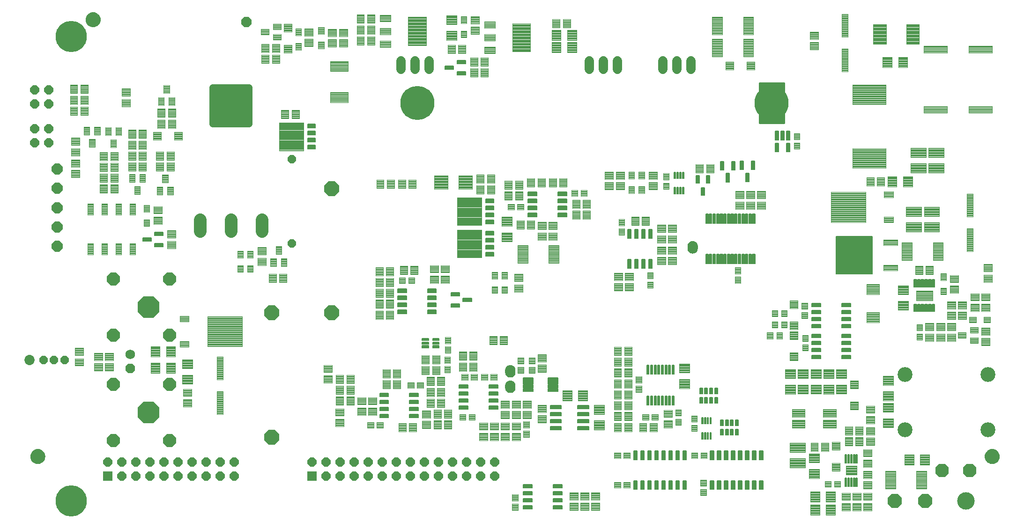
<source format=gts>
G75*
%MOIN*%
%OFA0B0*%
%FSLAX25Y25*%
%IPPOS*%
%LPD*%
%AMOC8*
5,1,8,0,0,1.08239X$1,22.5*
%
%ADD10C,0.01000*%
%ADD11C,0.00454*%
%ADD12C,0.00457*%
%ADD13C,0.00459*%
%ADD14C,0.00393*%
%ADD15C,0.00504*%
%ADD16C,0.06600*%
%ADD17C,0.00461*%
%ADD18OC8,0.07687*%
%ADD19C,0.00414*%
%ADD20C,0.00525*%
%ADD21C,0.00574*%
%ADD22C,0.00504*%
%ADD23C,0.00552*%
%ADD24OC8,0.09200*%
%ADD25OC8,0.15600*%
%ADD26C,0.00437*%
%ADD27C,0.13198*%
%ADD28C,0.00580*%
%ADD29OC8,0.06506*%
%ADD30C,0.00600*%
%ADD31C,0.00510*%
%ADD32C,0.08850*%
%ADD33C,0.04590*%
%ADD34OC8,0.05915*%
%ADD35C,0.07293*%
%ADD36OC8,0.06000*%
%ADD37OC8,0.10600*%
%ADD38R,0.06506X0.06506*%
%ADD39OC8,0.10293*%
%ADD40C,0.12411*%
%ADD41C,0.00514*%
%ADD42C,0.00500*%
%ADD43C,0.00441*%
%ADD44C,0.00402*%
%ADD45OC8,0.06900*%
%ADD46C,0.06900*%
%ADD47OC8,0.09655*%
%ADD48C,0.00386*%
%ADD49C,0.00473*%
%ADD50C,0.00526*%
%ADD51C,0.00528*%
%ADD52C,0.00450*%
%ADD53C,0.00431*%
%ADD54C,0.00477*%
%ADD55C,0.10600*%
%ADD56C,0.00503*%
%ADD57C,0.00351*%
%ADD58OC8,0.07096*%
%ADD59C,0.00428*%
%ADD60C,0.00594*%
%ADD61C,0.00408*%
%ADD62C,0.00100*%
%ADD63C,0.24222*%
%ADD64C,0.22254*%
D10*
X0633843Y0366362D02*
X0633843Y0395112D01*
X0651343Y0395112D01*
X0651343Y0366362D01*
X0633843Y0366362D01*
X0633843Y0366429D02*
X0651343Y0366429D01*
X0651343Y0367428D02*
X0633843Y0367428D01*
X0633843Y0368426D02*
X0651343Y0368426D01*
X0651343Y0369425D02*
X0633843Y0369425D01*
X0633843Y0370423D02*
X0651343Y0370423D01*
X0651343Y0371422D02*
X0633843Y0371422D01*
X0633843Y0372420D02*
X0651343Y0372420D01*
X0651343Y0373419D02*
X0633843Y0373419D01*
X0633843Y0374417D02*
X0651343Y0374417D01*
X0651343Y0375416D02*
X0633843Y0375416D01*
X0633843Y0376414D02*
X0651343Y0376414D01*
X0651343Y0377413D02*
X0633843Y0377413D01*
X0633843Y0378411D02*
X0651343Y0378411D01*
X0651343Y0379410D02*
X0633843Y0379410D01*
X0633843Y0380408D02*
X0651343Y0380408D01*
X0651343Y0381407D02*
X0633843Y0381407D01*
X0633843Y0382405D02*
X0651343Y0382405D01*
X0651343Y0383404D02*
X0633843Y0383404D01*
X0633843Y0384402D02*
X0651343Y0384402D01*
X0651343Y0385401D02*
X0633843Y0385401D01*
X0633843Y0386399D02*
X0651343Y0386399D01*
X0651343Y0387398D02*
X0633843Y0387398D01*
X0633843Y0388396D02*
X0651343Y0388396D01*
X0651343Y0389395D02*
X0633843Y0389395D01*
X0633843Y0390393D02*
X0651343Y0390393D01*
X0651343Y0391392D02*
X0633843Y0391392D01*
X0633843Y0392390D02*
X0651343Y0392390D01*
X0651343Y0393389D02*
X0633843Y0393389D01*
X0633843Y0394387D02*
X0651343Y0394387D01*
D11*
X0662384Y0359197D02*
X0662384Y0354721D01*
X0658302Y0354721D01*
X0658302Y0359197D01*
X0662384Y0359197D01*
X0662384Y0355174D02*
X0658302Y0355174D01*
X0658302Y0355627D02*
X0662384Y0355627D01*
X0662384Y0356080D02*
X0658302Y0356080D01*
X0658302Y0356533D02*
X0662384Y0356533D01*
X0662384Y0356986D02*
X0658302Y0356986D01*
X0658302Y0357439D02*
X0662384Y0357439D01*
X0662384Y0357892D02*
X0658302Y0357892D01*
X0658302Y0358345D02*
X0662384Y0358345D01*
X0662384Y0358798D02*
X0658302Y0358798D01*
X0662384Y0352504D02*
X0662384Y0348028D01*
X0658302Y0348028D01*
X0658302Y0352504D01*
X0662384Y0352504D01*
X0662384Y0348481D02*
X0658302Y0348481D01*
X0658302Y0348934D02*
X0662384Y0348934D01*
X0662384Y0349387D02*
X0658302Y0349387D01*
X0658302Y0349840D02*
X0662384Y0349840D01*
X0662384Y0350293D02*
X0658302Y0350293D01*
X0658302Y0350746D02*
X0662384Y0350746D01*
X0662384Y0351199D02*
X0658302Y0351199D01*
X0658302Y0351652D02*
X0662384Y0351652D01*
X0662384Y0352105D02*
X0658302Y0352105D01*
X0728963Y0317630D02*
X0728963Y0313548D01*
X0722519Y0313548D01*
X0722519Y0317630D01*
X0728963Y0317630D01*
X0728963Y0314001D02*
X0722519Y0314001D01*
X0722519Y0314454D02*
X0728963Y0314454D01*
X0728963Y0314907D02*
X0722519Y0314907D01*
X0722519Y0315360D02*
X0728963Y0315360D01*
X0728963Y0315813D02*
X0722519Y0315813D01*
X0722519Y0316266D02*
X0728963Y0316266D01*
X0728963Y0316719D02*
X0722519Y0316719D01*
X0722519Y0317172D02*
X0728963Y0317172D01*
X0728963Y0317625D02*
X0722519Y0317625D01*
X0728963Y0299677D02*
X0728963Y0295595D01*
X0722519Y0295595D01*
X0722519Y0299677D01*
X0728963Y0299677D01*
X0728963Y0296048D02*
X0722519Y0296048D01*
X0722519Y0296501D02*
X0728963Y0296501D01*
X0728963Y0296954D02*
X0722519Y0296954D01*
X0722519Y0297407D02*
X0728963Y0297407D01*
X0728963Y0297860D02*
X0722519Y0297860D01*
X0722519Y0298313D02*
X0728963Y0298313D01*
X0728963Y0298766D02*
X0722519Y0298766D01*
X0722519Y0299219D02*
X0728963Y0299219D01*
X0728963Y0299672D02*
X0722519Y0299672D01*
X0762552Y0259415D02*
X0762552Y0254545D01*
X0762552Y0259415D02*
X0766634Y0259415D01*
X0766634Y0254545D01*
X0762552Y0254545D01*
X0762552Y0254998D02*
X0766634Y0254998D01*
X0766634Y0255451D02*
X0762552Y0255451D01*
X0762552Y0255904D02*
X0766634Y0255904D01*
X0766634Y0256357D02*
X0762552Y0256357D01*
X0762552Y0256810D02*
X0766634Y0256810D01*
X0766634Y0257263D02*
X0762552Y0257263D01*
X0762552Y0257716D02*
X0766634Y0257716D01*
X0766634Y0258169D02*
X0762552Y0258169D01*
X0762552Y0258622D02*
X0766634Y0258622D01*
X0766634Y0259075D02*
X0762552Y0259075D01*
X0762552Y0249179D02*
X0762552Y0244309D01*
X0762552Y0249179D02*
X0766634Y0249179D01*
X0766634Y0244309D01*
X0762552Y0244309D01*
X0762552Y0244762D02*
X0766634Y0244762D01*
X0766634Y0245215D02*
X0762552Y0245215D01*
X0762552Y0245668D02*
X0766634Y0245668D01*
X0766634Y0246121D02*
X0762552Y0246121D01*
X0762552Y0246574D02*
X0766634Y0246574D01*
X0766634Y0247027D02*
X0762552Y0247027D01*
X0762552Y0247480D02*
X0766634Y0247480D01*
X0766634Y0247933D02*
X0762552Y0247933D01*
X0762552Y0248386D02*
X0766634Y0248386D01*
X0766634Y0248839D02*
X0762552Y0248839D01*
X0783040Y0224321D02*
X0787910Y0224321D01*
X0783040Y0224321D02*
X0783040Y0228403D01*
X0787910Y0228403D01*
X0787910Y0224321D01*
X0787910Y0224774D02*
X0783040Y0224774D01*
X0783040Y0225227D02*
X0787910Y0225227D01*
X0787910Y0225680D02*
X0783040Y0225680D01*
X0783040Y0226133D02*
X0787910Y0226133D01*
X0787910Y0226586D02*
X0783040Y0226586D01*
X0783040Y0227039D02*
X0787910Y0227039D01*
X0787910Y0227492D02*
X0783040Y0227492D01*
X0783040Y0227945D02*
X0787910Y0227945D01*
X0787910Y0228398D02*
X0783040Y0228398D01*
X0789253Y0221143D02*
X0789253Y0217061D01*
X0783595Y0217061D01*
X0783595Y0221143D01*
X0789253Y0221143D01*
X0789253Y0217514D02*
X0783595Y0217514D01*
X0783595Y0217967D02*
X0789253Y0217967D01*
X0789253Y0218420D02*
X0783595Y0218420D01*
X0783595Y0218873D02*
X0789253Y0218873D01*
X0789253Y0219326D02*
X0783595Y0219326D01*
X0783595Y0219779D02*
X0789253Y0219779D01*
X0789253Y0220232D02*
X0783595Y0220232D01*
X0783595Y0220685D02*
X0789253Y0220685D01*
X0789253Y0221138D02*
X0783595Y0221138D01*
X0780591Y0217403D02*
X0780591Y0213321D01*
X0774933Y0213321D01*
X0774933Y0217403D01*
X0780591Y0217403D01*
X0780591Y0213774D02*
X0774933Y0213774D01*
X0774933Y0214227D02*
X0780591Y0214227D01*
X0780591Y0214680D02*
X0774933Y0214680D01*
X0774933Y0215133D02*
X0780591Y0215133D01*
X0780591Y0215586D02*
X0774933Y0215586D01*
X0774933Y0216039D02*
X0780591Y0216039D01*
X0780591Y0216492D02*
X0774933Y0216492D01*
X0774933Y0216945D02*
X0780591Y0216945D01*
X0780591Y0217398D02*
X0774933Y0217398D01*
X0789253Y0213663D02*
X0789253Y0209581D01*
X0783595Y0209581D01*
X0783595Y0213663D01*
X0789253Y0213663D01*
X0789253Y0210034D02*
X0783595Y0210034D01*
X0783595Y0210487D02*
X0789253Y0210487D01*
X0789253Y0210940D02*
X0783595Y0210940D01*
X0783595Y0211393D02*
X0789253Y0211393D01*
X0789253Y0211846D02*
X0783595Y0211846D01*
X0783595Y0212299D02*
X0789253Y0212299D01*
X0789253Y0212752D02*
X0783595Y0212752D01*
X0783595Y0213205D02*
X0789253Y0213205D01*
X0789253Y0213658D02*
X0783595Y0213658D01*
X0793276Y0224321D02*
X0798146Y0224321D01*
X0793276Y0224321D02*
X0793276Y0228403D01*
X0798146Y0228403D01*
X0798146Y0224321D01*
X0798146Y0224774D02*
X0793276Y0224774D01*
X0793276Y0225227D02*
X0798146Y0225227D01*
X0798146Y0225680D02*
X0793276Y0225680D01*
X0793276Y0226133D02*
X0798146Y0226133D01*
X0798146Y0226586D02*
X0793276Y0226586D01*
X0793276Y0227039D02*
X0798146Y0227039D01*
X0798146Y0227492D02*
X0793276Y0227492D01*
X0793276Y0227945D02*
X0798146Y0227945D01*
X0798146Y0228398D02*
X0793276Y0228398D01*
X0749634Y0223197D02*
X0749634Y0218721D01*
X0745552Y0218721D01*
X0745552Y0223197D01*
X0749634Y0223197D01*
X0749634Y0219174D02*
X0745552Y0219174D01*
X0745552Y0219627D02*
X0749634Y0219627D01*
X0749634Y0220080D02*
X0745552Y0220080D01*
X0745552Y0220533D02*
X0749634Y0220533D01*
X0749634Y0220986D02*
X0745552Y0220986D01*
X0745552Y0221439D02*
X0749634Y0221439D01*
X0749634Y0221892D02*
X0745552Y0221892D01*
X0745552Y0222345D02*
X0749634Y0222345D01*
X0749634Y0222798D02*
X0745552Y0222798D01*
X0749634Y0216504D02*
X0749634Y0212028D01*
X0745552Y0212028D01*
X0745552Y0216504D01*
X0749634Y0216504D01*
X0749634Y0212481D02*
X0745552Y0212481D01*
X0745552Y0212934D02*
X0749634Y0212934D01*
X0749634Y0213387D02*
X0745552Y0213387D01*
X0745552Y0213840D02*
X0749634Y0213840D01*
X0749634Y0214293D02*
X0745552Y0214293D01*
X0745552Y0214746D02*
X0749634Y0214746D01*
X0749634Y0215199D02*
X0745552Y0215199D01*
X0745552Y0215652D02*
X0749634Y0215652D01*
X0749634Y0216105D02*
X0745552Y0216105D01*
X0668384Y0215447D02*
X0668384Y0210971D01*
X0664302Y0210971D01*
X0664302Y0215447D01*
X0668384Y0215447D01*
X0668384Y0211424D02*
X0664302Y0211424D01*
X0664302Y0211877D02*
X0668384Y0211877D01*
X0668384Y0212330D02*
X0664302Y0212330D01*
X0664302Y0212783D02*
X0668384Y0212783D01*
X0668384Y0213236D02*
X0664302Y0213236D01*
X0664302Y0213689D02*
X0668384Y0213689D01*
X0668384Y0214142D02*
X0664302Y0214142D01*
X0664302Y0214595D02*
X0668384Y0214595D01*
X0668384Y0215048D02*
X0664302Y0215048D01*
X0668384Y0208754D02*
X0668384Y0204278D01*
X0664302Y0204278D01*
X0664302Y0208754D01*
X0668384Y0208754D01*
X0668384Y0204731D02*
X0664302Y0204731D01*
X0664302Y0205184D02*
X0668384Y0205184D01*
X0668384Y0205637D02*
X0664302Y0205637D01*
X0664302Y0206090D02*
X0668384Y0206090D01*
X0668384Y0206543D02*
X0664302Y0206543D01*
X0664302Y0206996D02*
X0668384Y0206996D01*
X0668384Y0207449D02*
X0664302Y0207449D01*
X0664302Y0207902D02*
X0668384Y0207902D01*
X0668384Y0208355D02*
X0664302Y0208355D01*
X0649981Y0217350D02*
X0645899Y0217350D01*
X0649981Y0217350D02*
X0649981Y0212874D01*
X0645899Y0212874D01*
X0645899Y0217350D01*
X0645899Y0213327D02*
X0649981Y0213327D01*
X0649981Y0213780D02*
X0645899Y0213780D01*
X0645899Y0214233D02*
X0649981Y0214233D01*
X0649981Y0214686D02*
X0645899Y0214686D01*
X0645899Y0215139D02*
X0649981Y0215139D01*
X0649981Y0215592D02*
X0645899Y0215592D01*
X0645899Y0216045D02*
X0649981Y0216045D01*
X0649981Y0216498D02*
X0645899Y0216498D01*
X0645899Y0216951D02*
X0649981Y0216951D01*
X0649399Y0225100D02*
X0653481Y0225100D01*
X0653481Y0220624D01*
X0649399Y0220624D01*
X0649399Y0225100D01*
X0649399Y0221077D02*
X0653481Y0221077D01*
X0653481Y0221530D02*
X0649399Y0221530D01*
X0649399Y0221983D02*
X0653481Y0221983D01*
X0653481Y0222436D02*
X0649399Y0222436D01*
X0649399Y0222889D02*
X0653481Y0222889D01*
X0653481Y0223342D02*
X0649399Y0223342D01*
X0649399Y0223795D02*
X0653481Y0223795D01*
X0653481Y0224248D02*
X0649399Y0224248D01*
X0649399Y0224701D02*
X0653481Y0224701D01*
X0653481Y0233100D02*
X0649399Y0233100D01*
X0653481Y0233100D02*
X0653481Y0228624D01*
X0649399Y0228624D01*
X0649399Y0233100D01*
X0649399Y0229077D02*
X0653481Y0229077D01*
X0653481Y0229530D02*
X0649399Y0229530D01*
X0649399Y0229983D02*
X0653481Y0229983D01*
X0653481Y0230436D02*
X0649399Y0230436D01*
X0649399Y0230889D02*
X0653481Y0230889D01*
X0653481Y0231342D02*
X0649399Y0231342D01*
X0649399Y0231795D02*
X0653481Y0231795D01*
X0653481Y0232248D02*
X0649399Y0232248D01*
X0649399Y0232701D02*
X0653481Y0232701D01*
X0646788Y0233100D02*
X0642706Y0233100D01*
X0646788Y0233100D02*
X0646788Y0228624D01*
X0642706Y0228624D01*
X0642706Y0233100D01*
X0642706Y0229077D02*
X0646788Y0229077D01*
X0646788Y0229530D02*
X0642706Y0229530D01*
X0642706Y0229983D02*
X0646788Y0229983D01*
X0646788Y0230436D02*
X0642706Y0230436D01*
X0642706Y0230889D02*
X0646788Y0230889D01*
X0646788Y0231342D02*
X0642706Y0231342D01*
X0642706Y0231795D02*
X0646788Y0231795D01*
X0646788Y0232248D02*
X0642706Y0232248D01*
X0642706Y0232701D02*
X0646788Y0232701D01*
X0646788Y0225100D02*
X0642706Y0225100D01*
X0646788Y0225100D02*
X0646788Y0220624D01*
X0642706Y0220624D01*
X0642706Y0225100D01*
X0642706Y0221077D02*
X0646788Y0221077D01*
X0646788Y0221530D02*
X0642706Y0221530D01*
X0642706Y0221983D02*
X0646788Y0221983D01*
X0646788Y0222436D02*
X0642706Y0222436D01*
X0642706Y0222889D02*
X0646788Y0222889D01*
X0646788Y0223342D02*
X0642706Y0223342D01*
X0642706Y0223795D02*
X0646788Y0223795D01*
X0646788Y0224248D02*
X0642706Y0224248D01*
X0642706Y0224701D02*
X0646788Y0224701D01*
X0643288Y0217350D02*
X0639206Y0217350D01*
X0643288Y0217350D02*
X0643288Y0212874D01*
X0639206Y0212874D01*
X0639206Y0217350D01*
X0639206Y0213327D02*
X0643288Y0213327D01*
X0643288Y0213780D02*
X0639206Y0213780D01*
X0639206Y0214233D02*
X0643288Y0214233D01*
X0643288Y0214686D02*
X0639206Y0214686D01*
X0639206Y0215139D02*
X0643288Y0215139D01*
X0643288Y0215592D02*
X0639206Y0215592D01*
X0639206Y0216045D02*
X0643288Y0216045D01*
X0643288Y0216498D02*
X0639206Y0216498D01*
X0639206Y0216951D02*
X0643288Y0216951D01*
X0663802Y0227278D02*
X0663802Y0231754D01*
X0667884Y0231754D01*
X0667884Y0227278D01*
X0663802Y0227278D01*
X0663802Y0227731D02*
X0667884Y0227731D01*
X0667884Y0228184D02*
X0663802Y0228184D01*
X0663802Y0228637D02*
X0667884Y0228637D01*
X0667884Y0229090D02*
X0663802Y0229090D01*
X0663802Y0229543D02*
X0667884Y0229543D01*
X0667884Y0229996D02*
X0663802Y0229996D01*
X0663802Y0230449D02*
X0667884Y0230449D01*
X0667884Y0230902D02*
X0663802Y0230902D01*
X0663802Y0231355D02*
X0667884Y0231355D01*
X0663802Y0233971D02*
X0663802Y0238447D01*
X0667884Y0238447D01*
X0667884Y0233971D01*
X0663802Y0233971D01*
X0663802Y0234424D02*
X0667884Y0234424D01*
X0667884Y0234877D02*
X0663802Y0234877D01*
X0663802Y0235330D02*
X0667884Y0235330D01*
X0667884Y0235783D02*
X0663802Y0235783D01*
X0663802Y0236236D02*
X0667884Y0236236D01*
X0667884Y0236689D02*
X0663802Y0236689D01*
X0663802Y0237142D02*
X0667884Y0237142D01*
X0667884Y0237595D02*
X0663802Y0237595D01*
X0663802Y0238048D02*
X0667884Y0238048D01*
X0616302Y0252528D02*
X0616302Y0257004D01*
X0620384Y0257004D01*
X0620384Y0252528D01*
X0616302Y0252528D01*
X0616302Y0252981D02*
X0620384Y0252981D01*
X0620384Y0253434D02*
X0616302Y0253434D01*
X0616302Y0253887D02*
X0620384Y0253887D01*
X0620384Y0254340D02*
X0616302Y0254340D01*
X0616302Y0254793D02*
X0620384Y0254793D01*
X0620384Y0255246D02*
X0616302Y0255246D01*
X0616302Y0255699D02*
X0620384Y0255699D01*
X0620384Y0256152D02*
X0616302Y0256152D01*
X0616302Y0256605D02*
X0620384Y0256605D01*
X0616302Y0259221D02*
X0616302Y0263697D01*
X0620384Y0263697D01*
X0620384Y0259221D01*
X0616302Y0259221D01*
X0616302Y0259674D02*
X0620384Y0259674D01*
X0620384Y0260127D02*
X0616302Y0260127D01*
X0616302Y0260580D02*
X0620384Y0260580D01*
X0620384Y0261033D02*
X0616302Y0261033D01*
X0616302Y0261486D02*
X0620384Y0261486D01*
X0620384Y0261939D02*
X0616302Y0261939D01*
X0616302Y0262392D02*
X0620384Y0262392D01*
X0620384Y0262845D02*
X0616302Y0262845D01*
X0616302Y0263298D02*
X0620384Y0263298D01*
X0558134Y0260197D02*
X0558134Y0255721D01*
X0554052Y0255721D01*
X0554052Y0260197D01*
X0558134Y0260197D01*
X0558134Y0256174D02*
X0554052Y0256174D01*
X0554052Y0256627D02*
X0558134Y0256627D01*
X0558134Y0257080D02*
X0554052Y0257080D01*
X0554052Y0257533D02*
X0558134Y0257533D01*
X0558134Y0257986D02*
X0554052Y0257986D01*
X0554052Y0258439D02*
X0558134Y0258439D01*
X0558134Y0258892D02*
X0554052Y0258892D01*
X0554052Y0259345D02*
X0558134Y0259345D01*
X0558134Y0259798D02*
X0554052Y0259798D01*
X0558134Y0253504D02*
X0558134Y0249028D01*
X0554052Y0249028D01*
X0554052Y0253504D01*
X0558134Y0253504D01*
X0558134Y0249481D02*
X0554052Y0249481D01*
X0554052Y0249934D02*
X0558134Y0249934D01*
X0558134Y0250387D02*
X0554052Y0250387D01*
X0554052Y0250840D02*
X0558134Y0250840D01*
X0558134Y0251293D02*
X0554052Y0251293D01*
X0554052Y0251746D02*
X0558134Y0251746D01*
X0558134Y0252199D02*
X0554052Y0252199D01*
X0554052Y0252652D02*
X0558134Y0252652D01*
X0558134Y0253105D02*
X0554052Y0253105D01*
X0533552Y0286778D02*
X0533552Y0291254D01*
X0537634Y0291254D01*
X0537634Y0286778D01*
X0533552Y0286778D01*
X0533552Y0287231D02*
X0537634Y0287231D01*
X0537634Y0287684D02*
X0533552Y0287684D01*
X0533552Y0288137D02*
X0537634Y0288137D01*
X0537634Y0288590D02*
X0533552Y0288590D01*
X0533552Y0289043D02*
X0537634Y0289043D01*
X0537634Y0289496D02*
X0533552Y0289496D01*
X0533552Y0289949D02*
X0537634Y0289949D01*
X0537634Y0290402D02*
X0533552Y0290402D01*
X0533552Y0290855D02*
X0537634Y0290855D01*
X0533552Y0293471D02*
X0533552Y0297947D01*
X0537634Y0297947D01*
X0537634Y0293471D01*
X0533552Y0293471D01*
X0533552Y0293924D02*
X0537634Y0293924D01*
X0537634Y0294377D02*
X0533552Y0294377D01*
X0533552Y0294830D02*
X0537634Y0294830D01*
X0537634Y0295283D02*
X0533552Y0295283D01*
X0533552Y0295736D02*
X0537634Y0295736D01*
X0537634Y0296189D02*
X0533552Y0296189D01*
X0533552Y0296642D02*
X0537634Y0296642D01*
X0537634Y0297095D02*
X0533552Y0297095D01*
X0533552Y0297548D02*
X0537634Y0297548D01*
X0544634Y0316559D02*
X0544634Y0321429D01*
X0544634Y0316559D02*
X0540552Y0316559D01*
X0540552Y0321429D01*
X0544634Y0321429D01*
X0544634Y0317012D02*
X0540552Y0317012D01*
X0540552Y0317465D02*
X0544634Y0317465D01*
X0544634Y0317918D02*
X0540552Y0317918D01*
X0540552Y0318371D02*
X0544634Y0318371D01*
X0544634Y0318824D02*
X0540552Y0318824D01*
X0540552Y0319277D02*
X0544634Y0319277D01*
X0544634Y0319730D02*
X0540552Y0319730D01*
X0540552Y0320183D02*
X0544634Y0320183D01*
X0544634Y0320636D02*
X0540552Y0320636D01*
X0540552Y0321089D02*
X0544634Y0321089D01*
X0551884Y0321429D02*
X0551884Y0316559D01*
X0547802Y0316559D01*
X0547802Y0321429D01*
X0551884Y0321429D01*
X0551884Y0317012D02*
X0547802Y0317012D01*
X0547802Y0317465D02*
X0551884Y0317465D01*
X0551884Y0317918D02*
X0547802Y0317918D01*
X0547802Y0318371D02*
X0551884Y0318371D01*
X0551884Y0318824D02*
X0547802Y0318824D01*
X0547802Y0319277D02*
X0551884Y0319277D01*
X0551884Y0319730D02*
X0547802Y0319730D01*
X0547802Y0320183D02*
X0551884Y0320183D01*
X0551884Y0320636D02*
X0547802Y0320636D01*
X0547802Y0321089D02*
X0551884Y0321089D01*
X0551884Y0326795D02*
X0551884Y0331665D01*
X0551884Y0326795D02*
X0547802Y0326795D01*
X0547802Y0331665D01*
X0551884Y0331665D01*
X0551884Y0327248D02*
X0547802Y0327248D01*
X0547802Y0327701D02*
X0551884Y0327701D01*
X0551884Y0328154D02*
X0547802Y0328154D01*
X0547802Y0328607D02*
X0551884Y0328607D01*
X0551884Y0329060D02*
X0547802Y0329060D01*
X0547802Y0329513D02*
X0551884Y0329513D01*
X0551884Y0329966D02*
X0547802Y0329966D01*
X0547802Y0330419D02*
X0551884Y0330419D01*
X0551884Y0330872D02*
X0547802Y0330872D01*
X0547802Y0331325D02*
X0551884Y0331325D01*
X0544634Y0331665D02*
X0544634Y0326795D01*
X0540552Y0326795D01*
X0540552Y0331665D01*
X0544634Y0331665D01*
X0544634Y0327248D02*
X0540552Y0327248D01*
X0540552Y0327701D02*
X0544634Y0327701D01*
X0544634Y0328154D02*
X0540552Y0328154D01*
X0540552Y0328607D02*
X0544634Y0328607D01*
X0544634Y0329060D02*
X0540552Y0329060D01*
X0540552Y0329513D02*
X0544634Y0329513D01*
X0544634Y0329966D02*
X0540552Y0329966D01*
X0540552Y0330419D02*
X0544634Y0330419D01*
X0544634Y0330872D02*
X0540552Y0330872D01*
X0540552Y0331325D02*
X0544634Y0331325D01*
X0569534Y0330597D02*
X0569534Y0326121D01*
X0565452Y0326121D01*
X0565452Y0330597D01*
X0569534Y0330597D01*
X0569534Y0326574D02*
X0565452Y0326574D01*
X0565452Y0327027D02*
X0569534Y0327027D01*
X0569534Y0327480D02*
X0565452Y0327480D01*
X0565452Y0327933D02*
X0569534Y0327933D01*
X0569534Y0328386D02*
X0565452Y0328386D01*
X0565452Y0328839D02*
X0569534Y0328839D01*
X0569534Y0329292D02*
X0565452Y0329292D01*
X0565452Y0329745D02*
X0569534Y0329745D01*
X0569534Y0330198D02*
X0565452Y0330198D01*
X0569534Y0323904D02*
X0569534Y0319428D01*
X0565452Y0319428D01*
X0565452Y0323904D01*
X0569534Y0323904D01*
X0569534Y0319881D02*
X0565452Y0319881D01*
X0565452Y0320334D02*
X0569534Y0320334D01*
X0569534Y0320787D02*
X0565452Y0320787D01*
X0565452Y0321240D02*
X0569534Y0321240D01*
X0569534Y0321693D02*
X0565452Y0321693D01*
X0565452Y0322146D02*
X0569534Y0322146D01*
X0569534Y0322599D02*
X0565452Y0322599D01*
X0565452Y0323052D02*
X0569534Y0323052D01*
X0569534Y0323505D02*
X0565452Y0323505D01*
X0511178Y0314571D02*
X0506702Y0314571D01*
X0506702Y0318653D01*
X0511178Y0318653D01*
X0511178Y0314571D01*
X0511178Y0315024D02*
X0506702Y0315024D01*
X0506702Y0315477D02*
X0511178Y0315477D01*
X0511178Y0315930D02*
X0506702Y0315930D01*
X0506702Y0316383D02*
X0511178Y0316383D01*
X0511178Y0316836D02*
X0506702Y0316836D01*
X0506702Y0317289D02*
X0511178Y0317289D01*
X0511178Y0317742D02*
X0506702Y0317742D01*
X0506702Y0318195D02*
X0511178Y0318195D01*
X0511178Y0318648D02*
X0506702Y0318648D01*
X0504485Y0314571D02*
X0500009Y0314571D01*
X0500009Y0318653D01*
X0504485Y0318653D01*
X0504485Y0314571D01*
X0504485Y0315024D02*
X0500009Y0315024D01*
X0500009Y0315477D02*
X0504485Y0315477D01*
X0504485Y0315930D02*
X0500009Y0315930D01*
X0500009Y0316383D02*
X0504485Y0316383D01*
X0504485Y0316836D02*
X0500009Y0316836D01*
X0500009Y0317289D02*
X0504485Y0317289D01*
X0504485Y0317742D02*
X0500009Y0317742D01*
X0500009Y0318195D02*
X0504485Y0318195D01*
X0504485Y0318648D02*
X0500009Y0318648D01*
X0465928Y0308903D02*
X0461452Y0308903D01*
X0465928Y0308903D02*
X0465928Y0304821D01*
X0461452Y0304821D01*
X0461452Y0308903D01*
X0461452Y0305274D02*
X0465928Y0305274D01*
X0465928Y0305727D02*
X0461452Y0305727D01*
X0461452Y0306180D02*
X0465928Y0306180D01*
X0465928Y0306633D02*
X0461452Y0306633D01*
X0461452Y0307086D02*
X0465928Y0307086D01*
X0465928Y0307539D02*
X0461452Y0307539D01*
X0461452Y0307992D02*
X0465928Y0307992D01*
X0465928Y0308445D02*
X0461452Y0308445D01*
X0461452Y0308898D02*
X0465928Y0308898D01*
X0459235Y0308903D02*
X0454759Y0308903D01*
X0459235Y0308903D02*
X0459235Y0304821D01*
X0454759Y0304821D01*
X0454759Y0308903D01*
X0454759Y0305274D02*
X0459235Y0305274D01*
X0459235Y0305727D02*
X0454759Y0305727D01*
X0454759Y0306180D02*
X0459235Y0306180D01*
X0459235Y0306633D02*
X0454759Y0306633D01*
X0454759Y0307086D02*
X0459235Y0307086D01*
X0459235Y0307539D02*
X0454759Y0307539D01*
X0454759Y0307992D02*
X0459235Y0307992D01*
X0459235Y0308445D02*
X0454759Y0308445D01*
X0454759Y0308898D02*
X0459235Y0308898D01*
X0454384Y0260415D02*
X0454384Y0255545D01*
X0450302Y0255545D01*
X0450302Y0260415D01*
X0454384Y0260415D01*
X0454384Y0255998D02*
X0450302Y0255998D01*
X0450302Y0256451D02*
X0454384Y0256451D01*
X0454384Y0256904D02*
X0450302Y0256904D01*
X0450302Y0257357D02*
X0454384Y0257357D01*
X0454384Y0257810D02*
X0450302Y0257810D01*
X0450302Y0258263D02*
X0454384Y0258263D01*
X0454384Y0258716D02*
X0450302Y0258716D01*
X0450302Y0259169D02*
X0454384Y0259169D01*
X0454384Y0259622D02*
X0450302Y0259622D01*
X0450302Y0260075D02*
X0454384Y0260075D01*
X0447384Y0260415D02*
X0447384Y0255545D01*
X0443302Y0255545D01*
X0443302Y0260415D01*
X0447384Y0260415D01*
X0447384Y0255998D02*
X0443302Y0255998D01*
X0443302Y0256451D02*
X0447384Y0256451D01*
X0447384Y0256904D02*
X0443302Y0256904D01*
X0443302Y0257357D02*
X0447384Y0257357D01*
X0447384Y0257810D02*
X0443302Y0257810D01*
X0443302Y0258263D02*
X0447384Y0258263D01*
X0447384Y0258716D02*
X0443302Y0258716D01*
X0443302Y0259169D02*
X0447384Y0259169D01*
X0447384Y0259622D02*
X0443302Y0259622D01*
X0443302Y0260075D02*
X0447384Y0260075D01*
X0447384Y0250179D02*
X0447384Y0245309D01*
X0443302Y0245309D01*
X0443302Y0250179D01*
X0447384Y0250179D01*
X0447384Y0245762D02*
X0443302Y0245762D01*
X0443302Y0246215D02*
X0447384Y0246215D01*
X0447384Y0246668D02*
X0443302Y0246668D01*
X0443302Y0247121D02*
X0447384Y0247121D01*
X0447384Y0247574D02*
X0443302Y0247574D01*
X0443302Y0248027D02*
X0447384Y0248027D01*
X0447384Y0248480D02*
X0443302Y0248480D01*
X0443302Y0248933D02*
X0447384Y0248933D01*
X0447384Y0249386D02*
X0443302Y0249386D01*
X0443302Y0249839D02*
X0447384Y0249839D01*
X0454384Y0250179D02*
X0454384Y0245309D01*
X0450302Y0245309D01*
X0450302Y0250179D01*
X0454384Y0250179D01*
X0454384Y0245762D02*
X0450302Y0245762D01*
X0450302Y0246215D02*
X0454384Y0246215D01*
X0454384Y0246668D02*
X0450302Y0246668D01*
X0450302Y0247121D02*
X0454384Y0247121D01*
X0454384Y0247574D02*
X0450302Y0247574D01*
X0450302Y0248027D02*
X0454384Y0248027D01*
X0454384Y0248480D02*
X0450302Y0248480D01*
X0450302Y0248933D02*
X0454384Y0248933D01*
X0454384Y0249386D02*
X0450302Y0249386D01*
X0450302Y0249839D02*
X0454384Y0249839D01*
X0410052Y0213947D02*
X0410052Y0209471D01*
X0410052Y0213947D02*
X0414134Y0213947D01*
X0414134Y0209471D01*
X0410052Y0209471D01*
X0410052Y0209924D02*
X0414134Y0209924D01*
X0414134Y0210377D02*
X0410052Y0210377D01*
X0410052Y0210830D02*
X0414134Y0210830D01*
X0414134Y0211283D02*
X0410052Y0211283D01*
X0410052Y0211736D02*
X0414134Y0211736D01*
X0414134Y0212189D02*
X0410052Y0212189D01*
X0410052Y0212642D02*
X0414134Y0212642D01*
X0414134Y0213095D02*
X0410052Y0213095D01*
X0410052Y0213548D02*
X0414134Y0213548D01*
X0410052Y0207254D02*
X0410052Y0202778D01*
X0410052Y0207254D02*
X0414134Y0207254D01*
X0414134Y0202778D01*
X0410052Y0202778D01*
X0410052Y0203231D02*
X0414134Y0203231D01*
X0414134Y0203684D02*
X0410052Y0203684D01*
X0410052Y0204137D02*
X0414134Y0204137D01*
X0414134Y0204590D02*
X0410052Y0204590D01*
X0410052Y0205043D02*
X0414134Y0205043D01*
X0414134Y0205496D02*
X0410052Y0205496D01*
X0410052Y0205949D02*
X0414134Y0205949D01*
X0414134Y0206402D02*
X0410052Y0206402D01*
X0410052Y0206855D02*
X0414134Y0206855D01*
X0413634Y0199947D02*
X0413634Y0195471D01*
X0409552Y0195471D01*
X0409552Y0199947D01*
X0413634Y0199947D01*
X0413634Y0195924D02*
X0409552Y0195924D01*
X0409552Y0196377D02*
X0413634Y0196377D01*
X0413634Y0196830D02*
X0409552Y0196830D01*
X0409552Y0197283D02*
X0413634Y0197283D01*
X0413634Y0197736D02*
X0409552Y0197736D01*
X0409552Y0198189D02*
X0413634Y0198189D01*
X0413634Y0198642D02*
X0409552Y0198642D01*
X0409552Y0199095D02*
X0413634Y0199095D01*
X0413634Y0199548D02*
X0409552Y0199548D01*
X0413634Y0193254D02*
X0413634Y0188778D01*
X0409552Y0188778D01*
X0409552Y0193254D01*
X0413634Y0193254D01*
X0413634Y0189231D02*
X0409552Y0189231D01*
X0409552Y0189684D02*
X0413634Y0189684D01*
X0413634Y0190137D02*
X0409552Y0190137D01*
X0409552Y0190590D02*
X0413634Y0190590D01*
X0413634Y0191043D02*
X0409552Y0191043D01*
X0409552Y0191496D02*
X0413634Y0191496D01*
X0413634Y0191949D02*
X0409552Y0191949D01*
X0409552Y0192402D02*
X0413634Y0192402D01*
X0413634Y0192855D02*
X0409552Y0192855D01*
X0421759Y0183571D02*
X0426235Y0183571D01*
X0421759Y0183571D02*
X0421759Y0187653D01*
X0426235Y0187653D01*
X0426235Y0183571D01*
X0426235Y0184024D02*
X0421759Y0184024D01*
X0421759Y0184477D02*
X0426235Y0184477D01*
X0426235Y0184930D02*
X0421759Y0184930D01*
X0421759Y0185383D02*
X0426235Y0185383D01*
X0426235Y0185836D02*
X0421759Y0185836D01*
X0421759Y0186289D02*
X0426235Y0186289D01*
X0426235Y0186742D02*
X0421759Y0186742D01*
X0421759Y0187195D02*
X0426235Y0187195D01*
X0426235Y0187648D02*
X0421759Y0187648D01*
X0428452Y0183571D02*
X0432928Y0183571D01*
X0428452Y0183571D02*
X0428452Y0187653D01*
X0432928Y0187653D01*
X0432928Y0183571D01*
X0432928Y0184024D02*
X0428452Y0184024D01*
X0428452Y0184477D02*
X0432928Y0184477D01*
X0432928Y0184930D02*
X0428452Y0184930D01*
X0428452Y0185383D02*
X0432928Y0185383D01*
X0432928Y0185836D02*
X0428452Y0185836D01*
X0428452Y0186289D02*
X0432928Y0186289D01*
X0432928Y0186742D02*
X0428452Y0186742D01*
X0428452Y0187195D02*
X0432928Y0187195D01*
X0432928Y0187648D02*
X0428452Y0187648D01*
X0435759Y0183571D02*
X0440235Y0183571D01*
X0435759Y0183571D02*
X0435759Y0187653D01*
X0440235Y0187653D01*
X0440235Y0183571D01*
X0440235Y0184024D02*
X0435759Y0184024D01*
X0435759Y0184477D02*
X0440235Y0184477D01*
X0440235Y0184930D02*
X0435759Y0184930D01*
X0435759Y0185383D02*
X0440235Y0185383D01*
X0440235Y0185836D02*
X0435759Y0185836D01*
X0435759Y0186289D02*
X0440235Y0186289D01*
X0440235Y0186742D02*
X0435759Y0186742D01*
X0435759Y0187195D02*
X0440235Y0187195D01*
X0440235Y0187648D02*
X0435759Y0187648D01*
X0442452Y0183571D02*
X0446928Y0183571D01*
X0442452Y0183571D02*
X0442452Y0187653D01*
X0446928Y0187653D01*
X0446928Y0183571D01*
X0446928Y0184024D02*
X0442452Y0184024D01*
X0442452Y0184477D02*
X0446928Y0184477D01*
X0446928Y0184930D02*
X0442452Y0184930D01*
X0442452Y0185383D02*
X0446928Y0185383D01*
X0446928Y0185836D02*
X0442452Y0185836D01*
X0442452Y0186289D02*
X0446928Y0186289D01*
X0446928Y0186742D02*
X0442452Y0186742D01*
X0442452Y0187195D02*
X0446928Y0187195D01*
X0446928Y0187648D02*
X0442452Y0187648D01*
X0461802Y0188278D02*
X0461802Y0192754D01*
X0465884Y0192754D01*
X0465884Y0188278D01*
X0461802Y0188278D01*
X0461802Y0188731D02*
X0465884Y0188731D01*
X0465884Y0189184D02*
X0461802Y0189184D01*
X0461802Y0189637D02*
X0465884Y0189637D01*
X0465884Y0190090D02*
X0461802Y0190090D01*
X0461802Y0190543D02*
X0465884Y0190543D01*
X0465884Y0190996D02*
X0461802Y0190996D01*
X0461802Y0191449D02*
X0465884Y0191449D01*
X0465884Y0191902D02*
X0461802Y0191902D01*
X0461802Y0192355D02*
X0465884Y0192355D01*
X0461802Y0194971D02*
X0461802Y0199447D01*
X0465884Y0199447D01*
X0465884Y0194971D01*
X0461802Y0194971D01*
X0461802Y0195424D02*
X0465884Y0195424D01*
X0465884Y0195877D02*
X0461802Y0195877D01*
X0461802Y0196330D02*
X0465884Y0196330D01*
X0465884Y0196783D02*
X0461802Y0196783D01*
X0461802Y0197236D02*
X0465884Y0197236D01*
X0465884Y0197689D02*
X0461802Y0197689D01*
X0461802Y0198142D02*
X0465884Y0198142D01*
X0465884Y0198595D02*
X0461802Y0198595D01*
X0461802Y0199048D02*
X0465884Y0199048D01*
X0469802Y0199447D02*
X0469802Y0194971D01*
X0469802Y0199447D02*
X0473884Y0199447D01*
X0473884Y0194971D01*
X0469802Y0194971D01*
X0469802Y0195424D02*
X0473884Y0195424D01*
X0473884Y0195877D02*
X0469802Y0195877D01*
X0469802Y0196330D02*
X0473884Y0196330D01*
X0473884Y0196783D02*
X0469802Y0196783D01*
X0469802Y0197236D02*
X0473884Y0197236D01*
X0473884Y0197689D02*
X0469802Y0197689D01*
X0469802Y0198142D02*
X0473884Y0198142D01*
X0473884Y0198595D02*
X0469802Y0198595D01*
X0469802Y0199048D02*
X0473884Y0199048D01*
X0469802Y0192754D02*
X0469802Y0188278D01*
X0469802Y0192754D02*
X0473884Y0192754D01*
X0473884Y0188278D01*
X0469802Y0188278D01*
X0469802Y0188731D02*
X0473884Y0188731D01*
X0473884Y0189184D02*
X0469802Y0189184D01*
X0469802Y0189637D02*
X0473884Y0189637D01*
X0473884Y0190090D02*
X0469802Y0190090D01*
X0469802Y0190543D02*
X0473884Y0190543D01*
X0473884Y0190996D02*
X0469802Y0190996D01*
X0469802Y0191449D02*
X0473884Y0191449D01*
X0473884Y0191902D02*
X0469802Y0191902D01*
X0469802Y0192355D02*
X0473884Y0192355D01*
X0431428Y0155071D02*
X0426952Y0155071D01*
X0426952Y0159153D01*
X0431428Y0159153D01*
X0431428Y0155071D01*
X0431428Y0155524D02*
X0426952Y0155524D01*
X0426952Y0155977D02*
X0431428Y0155977D01*
X0431428Y0156430D02*
X0426952Y0156430D01*
X0426952Y0156883D02*
X0431428Y0156883D01*
X0431428Y0157336D02*
X0426952Y0157336D01*
X0426952Y0157789D02*
X0431428Y0157789D01*
X0431428Y0158242D02*
X0426952Y0158242D01*
X0426952Y0158695D02*
X0431428Y0158695D01*
X0431428Y0159148D02*
X0426952Y0159148D01*
X0424735Y0155071D02*
X0420259Y0155071D01*
X0420259Y0159153D01*
X0424735Y0159153D01*
X0424735Y0155071D01*
X0424735Y0155524D02*
X0420259Y0155524D01*
X0420259Y0155977D02*
X0424735Y0155977D01*
X0424735Y0156430D02*
X0420259Y0156430D01*
X0420259Y0156883D02*
X0424735Y0156883D01*
X0424735Y0157336D02*
X0420259Y0157336D01*
X0420259Y0157789D02*
X0424735Y0157789D01*
X0424735Y0158242D02*
X0420259Y0158242D01*
X0420259Y0158695D02*
X0424735Y0158695D01*
X0424735Y0159148D02*
X0420259Y0159148D01*
X0394678Y0181903D02*
X0390202Y0181903D01*
X0394678Y0181903D02*
X0394678Y0177821D01*
X0390202Y0177821D01*
X0390202Y0181903D01*
X0390202Y0178274D02*
X0394678Y0178274D01*
X0394678Y0178727D02*
X0390202Y0178727D01*
X0390202Y0179180D02*
X0394678Y0179180D01*
X0394678Y0179633D02*
X0390202Y0179633D01*
X0390202Y0180086D02*
X0394678Y0180086D01*
X0394678Y0180539D02*
X0390202Y0180539D01*
X0390202Y0180992D02*
X0394678Y0180992D01*
X0394678Y0181445D02*
X0390202Y0181445D01*
X0390202Y0181898D02*
X0394678Y0181898D01*
X0387985Y0181903D02*
X0383509Y0181903D01*
X0387985Y0181903D02*
X0387985Y0177821D01*
X0383509Y0177821D01*
X0383509Y0181903D01*
X0383509Y0178274D02*
X0387985Y0178274D01*
X0387985Y0178727D02*
X0383509Y0178727D01*
X0383509Y0179180D02*
X0387985Y0179180D01*
X0387985Y0179633D02*
X0383509Y0179633D01*
X0383509Y0180086D02*
X0387985Y0180086D01*
X0387985Y0180539D02*
X0383509Y0180539D01*
X0383509Y0180992D02*
X0387985Y0180992D01*
X0387985Y0181445D02*
X0383509Y0181445D01*
X0383509Y0181898D02*
X0387985Y0181898D01*
X0365928Y0149321D02*
X0361452Y0149321D01*
X0361452Y0153403D01*
X0365928Y0153403D01*
X0365928Y0149321D01*
X0365928Y0149774D02*
X0361452Y0149774D01*
X0361452Y0150227D02*
X0365928Y0150227D01*
X0365928Y0150680D02*
X0361452Y0150680D01*
X0361452Y0151133D02*
X0365928Y0151133D01*
X0365928Y0151586D02*
X0361452Y0151586D01*
X0361452Y0152039D02*
X0365928Y0152039D01*
X0365928Y0152492D02*
X0361452Y0152492D01*
X0361452Y0152945D02*
X0365928Y0152945D01*
X0365928Y0153398D02*
X0361452Y0153398D01*
X0359235Y0149321D02*
X0354759Y0149321D01*
X0354759Y0153403D01*
X0359235Y0153403D01*
X0359235Y0149321D01*
X0359235Y0149774D02*
X0354759Y0149774D01*
X0354759Y0150227D02*
X0359235Y0150227D01*
X0359235Y0150680D02*
X0354759Y0150680D01*
X0354759Y0151133D02*
X0359235Y0151133D01*
X0359235Y0151586D02*
X0354759Y0151586D01*
X0354759Y0152039D02*
X0359235Y0152039D01*
X0359235Y0152492D02*
X0354759Y0152492D01*
X0354759Y0152945D02*
X0359235Y0152945D01*
X0359235Y0153398D02*
X0354759Y0153398D01*
X0457802Y0101947D02*
X0457802Y0097471D01*
X0457802Y0101947D02*
X0461884Y0101947D01*
X0461884Y0097471D01*
X0457802Y0097471D01*
X0457802Y0097924D02*
X0461884Y0097924D01*
X0461884Y0098377D02*
X0457802Y0098377D01*
X0457802Y0098830D02*
X0461884Y0098830D01*
X0461884Y0099283D02*
X0457802Y0099283D01*
X0457802Y0099736D02*
X0461884Y0099736D01*
X0461884Y0100189D02*
X0457802Y0100189D01*
X0457802Y0100642D02*
X0461884Y0100642D01*
X0461884Y0101095D02*
X0457802Y0101095D01*
X0457802Y0101548D02*
X0461884Y0101548D01*
X0457802Y0095254D02*
X0457802Y0090778D01*
X0457802Y0095254D02*
X0461884Y0095254D01*
X0461884Y0090778D01*
X0457802Y0090778D01*
X0457802Y0091231D02*
X0461884Y0091231D01*
X0461884Y0091684D02*
X0457802Y0091684D01*
X0457802Y0092137D02*
X0461884Y0092137D01*
X0461884Y0092590D02*
X0457802Y0092590D01*
X0457802Y0093043D02*
X0461884Y0093043D01*
X0461884Y0093496D02*
X0457802Y0093496D01*
X0457802Y0093949D02*
X0461884Y0093949D01*
X0461884Y0094402D02*
X0457802Y0094402D01*
X0457802Y0094855D02*
X0461884Y0094855D01*
X0530509Y0110903D02*
X0534985Y0110903D01*
X0534985Y0106821D01*
X0530509Y0106821D01*
X0530509Y0110903D01*
X0530509Y0107274D02*
X0534985Y0107274D01*
X0534985Y0107727D02*
X0530509Y0107727D01*
X0530509Y0108180D02*
X0534985Y0108180D01*
X0534985Y0108633D02*
X0530509Y0108633D01*
X0530509Y0109086D02*
X0534985Y0109086D01*
X0534985Y0109539D02*
X0530509Y0109539D01*
X0530509Y0109992D02*
X0534985Y0109992D01*
X0534985Y0110445D02*
X0530509Y0110445D01*
X0530509Y0110898D02*
X0534985Y0110898D01*
X0537202Y0110903D02*
X0541678Y0110903D01*
X0541678Y0106821D01*
X0537202Y0106821D01*
X0537202Y0110903D01*
X0537202Y0107274D02*
X0541678Y0107274D01*
X0541678Y0107727D02*
X0537202Y0107727D01*
X0537202Y0108180D02*
X0541678Y0108180D01*
X0541678Y0108633D02*
X0537202Y0108633D01*
X0537202Y0109086D02*
X0541678Y0109086D01*
X0541678Y0109539D02*
X0537202Y0109539D01*
X0537202Y0109992D02*
X0541678Y0109992D01*
X0541678Y0110445D02*
X0537202Y0110445D01*
X0537202Y0110898D02*
X0541678Y0110898D01*
X0541678Y0127821D02*
X0537202Y0127821D01*
X0537202Y0131903D01*
X0541678Y0131903D01*
X0541678Y0127821D01*
X0541678Y0128274D02*
X0537202Y0128274D01*
X0537202Y0128727D02*
X0541678Y0128727D01*
X0541678Y0129180D02*
X0537202Y0129180D01*
X0537202Y0129633D02*
X0541678Y0129633D01*
X0541678Y0130086D02*
X0537202Y0130086D01*
X0537202Y0130539D02*
X0541678Y0130539D01*
X0541678Y0130992D02*
X0537202Y0130992D01*
X0537202Y0131445D02*
X0541678Y0131445D01*
X0541678Y0131898D02*
X0537202Y0131898D01*
X0534985Y0127821D02*
X0530509Y0127821D01*
X0530509Y0131903D01*
X0534985Y0131903D01*
X0534985Y0127821D01*
X0534985Y0128274D02*
X0530509Y0128274D01*
X0530509Y0128727D02*
X0534985Y0128727D01*
X0534985Y0129180D02*
X0530509Y0129180D01*
X0530509Y0129633D02*
X0534985Y0129633D01*
X0534985Y0130086D02*
X0530509Y0130086D01*
X0530509Y0130539D02*
X0534985Y0130539D01*
X0534985Y0130992D02*
X0530509Y0130992D01*
X0530509Y0131445D02*
X0534985Y0131445D01*
X0534985Y0131898D02*
X0530509Y0131898D01*
X0550509Y0155071D02*
X0554985Y0155071D01*
X0550509Y0155071D02*
X0550509Y0159153D01*
X0554985Y0159153D01*
X0554985Y0155071D01*
X0554985Y0155524D02*
X0550509Y0155524D01*
X0550509Y0155977D02*
X0554985Y0155977D01*
X0554985Y0156430D02*
X0550509Y0156430D01*
X0550509Y0156883D02*
X0554985Y0156883D01*
X0554985Y0157336D02*
X0550509Y0157336D01*
X0550509Y0157789D02*
X0554985Y0157789D01*
X0554985Y0158242D02*
X0550509Y0158242D01*
X0550509Y0158695D02*
X0554985Y0158695D01*
X0554985Y0159148D02*
X0550509Y0159148D01*
X0557202Y0155071D02*
X0561678Y0155071D01*
X0557202Y0155071D02*
X0557202Y0159153D01*
X0561678Y0159153D01*
X0561678Y0155071D01*
X0561678Y0155524D02*
X0557202Y0155524D01*
X0557202Y0155977D02*
X0561678Y0155977D01*
X0561678Y0156430D02*
X0557202Y0156430D01*
X0557202Y0156883D02*
X0561678Y0156883D01*
X0561678Y0157336D02*
X0557202Y0157336D01*
X0557202Y0157789D02*
X0561678Y0157789D01*
X0561678Y0158242D02*
X0557202Y0158242D01*
X0557202Y0158695D02*
X0561678Y0158695D01*
X0561678Y0159148D02*
X0557202Y0159148D01*
X0578134Y0157971D02*
X0578134Y0162447D01*
X0578134Y0157971D02*
X0574052Y0157971D01*
X0574052Y0162447D01*
X0578134Y0162447D01*
X0578134Y0158424D02*
X0574052Y0158424D01*
X0574052Y0158877D02*
X0578134Y0158877D01*
X0578134Y0159330D02*
X0574052Y0159330D01*
X0574052Y0159783D02*
X0578134Y0159783D01*
X0578134Y0160236D02*
X0574052Y0160236D01*
X0574052Y0160689D02*
X0578134Y0160689D01*
X0578134Y0161142D02*
X0574052Y0161142D01*
X0574052Y0161595D02*
X0578134Y0161595D01*
X0578134Y0162048D02*
X0574052Y0162048D01*
X0578134Y0155754D02*
X0578134Y0151278D01*
X0574052Y0151278D01*
X0574052Y0155754D01*
X0578134Y0155754D01*
X0578134Y0151731D02*
X0574052Y0151731D01*
X0574052Y0152184D02*
X0578134Y0152184D01*
X0578134Y0152637D02*
X0574052Y0152637D01*
X0574052Y0153090D02*
X0578134Y0153090D01*
X0578134Y0153543D02*
X0574052Y0153543D01*
X0574052Y0153996D02*
X0578134Y0153996D01*
X0578134Y0154449D02*
X0574052Y0154449D01*
X0574052Y0154902D02*
X0578134Y0154902D01*
X0578134Y0155355D02*
X0574052Y0155355D01*
X0585302Y0153721D02*
X0585302Y0158197D01*
X0589384Y0158197D01*
X0589384Y0153721D01*
X0585302Y0153721D01*
X0585302Y0154174D02*
X0589384Y0154174D01*
X0589384Y0154627D02*
X0585302Y0154627D01*
X0585302Y0155080D02*
X0589384Y0155080D01*
X0589384Y0155533D02*
X0585302Y0155533D01*
X0585302Y0155986D02*
X0589384Y0155986D01*
X0589384Y0156439D02*
X0585302Y0156439D01*
X0585302Y0156892D02*
X0589384Y0156892D01*
X0589384Y0157345D02*
X0585302Y0157345D01*
X0585302Y0157798D02*
X0589384Y0157798D01*
X0585302Y0151504D02*
X0585302Y0147028D01*
X0585302Y0151504D02*
X0589384Y0151504D01*
X0589384Y0147028D01*
X0585302Y0147028D01*
X0585302Y0147481D02*
X0589384Y0147481D01*
X0589384Y0147934D02*
X0585302Y0147934D01*
X0585302Y0148387D02*
X0589384Y0148387D01*
X0589384Y0148840D02*
X0585302Y0148840D01*
X0585302Y0149293D02*
X0589384Y0149293D01*
X0589384Y0149746D02*
X0585302Y0149746D01*
X0585302Y0150199D02*
X0589384Y0150199D01*
X0589384Y0150652D02*
X0585302Y0150652D01*
X0585302Y0151105D02*
X0589384Y0151105D01*
X0589735Y0127821D02*
X0585259Y0127821D01*
X0585259Y0131903D01*
X0589735Y0131903D01*
X0589735Y0127821D01*
X0589735Y0128274D02*
X0585259Y0128274D01*
X0585259Y0128727D02*
X0589735Y0128727D01*
X0589735Y0129180D02*
X0585259Y0129180D01*
X0585259Y0129633D02*
X0589735Y0129633D01*
X0589735Y0130086D02*
X0585259Y0130086D01*
X0585259Y0130539D02*
X0589735Y0130539D01*
X0589735Y0130992D02*
X0585259Y0130992D01*
X0585259Y0131445D02*
X0589735Y0131445D01*
X0589735Y0131898D02*
X0585259Y0131898D01*
X0591952Y0127821D02*
X0596428Y0127821D01*
X0591952Y0127821D02*
X0591952Y0131903D01*
X0596428Y0131903D01*
X0596428Y0127821D01*
X0596428Y0128274D02*
X0591952Y0128274D01*
X0591952Y0128727D02*
X0596428Y0128727D01*
X0596428Y0129180D02*
X0591952Y0129180D01*
X0591952Y0129633D02*
X0596428Y0129633D01*
X0596428Y0130086D02*
X0591952Y0130086D01*
X0591952Y0130539D02*
X0596428Y0130539D01*
X0596428Y0130992D02*
X0591952Y0130992D01*
X0591952Y0131445D02*
X0596428Y0131445D01*
X0596428Y0131898D02*
X0591952Y0131898D01*
X0591802Y0112447D02*
X0591802Y0107971D01*
X0591802Y0112447D02*
X0595884Y0112447D01*
X0595884Y0107971D01*
X0591802Y0107971D01*
X0591802Y0108424D02*
X0595884Y0108424D01*
X0595884Y0108877D02*
X0591802Y0108877D01*
X0591802Y0109330D02*
X0595884Y0109330D01*
X0595884Y0109783D02*
X0591802Y0109783D01*
X0591802Y0110236D02*
X0595884Y0110236D01*
X0595884Y0110689D02*
X0591802Y0110689D01*
X0591802Y0111142D02*
X0595884Y0111142D01*
X0595884Y0111595D02*
X0591802Y0111595D01*
X0591802Y0112048D02*
X0595884Y0112048D01*
X0591802Y0105754D02*
X0591802Y0101278D01*
X0591802Y0105754D02*
X0595884Y0105754D01*
X0595884Y0101278D01*
X0591802Y0101278D01*
X0591802Y0101731D02*
X0595884Y0101731D01*
X0595884Y0102184D02*
X0591802Y0102184D01*
X0591802Y0102637D02*
X0595884Y0102637D01*
X0595884Y0103090D02*
X0591802Y0103090D01*
X0591802Y0103543D02*
X0595884Y0103543D01*
X0595884Y0103996D02*
X0591802Y0103996D01*
X0591802Y0104449D02*
X0595884Y0104449D01*
X0595884Y0104902D02*
X0591802Y0104902D01*
X0591802Y0105355D02*
X0595884Y0105355D01*
X0680259Y0107321D02*
X0684735Y0107321D01*
X0680259Y0107321D02*
X0680259Y0111403D01*
X0684735Y0111403D01*
X0684735Y0107321D01*
X0684735Y0107774D02*
X0680259Y0107774D01*
X0680259Y0108227D02*
X0684735Y0108227D01*
X0684735Y0108680D02*
X0680259Y0108680D01*
X0680259Y0109133D02*
X0684735Y0109133D01*
X0684735Y0109586D02*
X0680259Y0109586D01*
X0680259Y0110039D02*
X0684735Y0110039D01*
X0684735Y0110492D02*
X0680259Y0110492D01*
X0680259Y0110945D02*
X0684735Y0110945D01*
X0684735Y0111398D02*
X0680259Y0111398D01*
X0686952Y0107321D02*
X0691428Y0107321D01*
X0686952Y0107321D02*
X0686952Y0111403D01*
X0691428Y0111403D01*
X0691428Y0107321D01*
X0691428Y0107774D02*
X0686952Y0107774D01*
X0686952Y0108227D02*
X0691428Y0108227D01*
X0691428Y0108680D02*
X0686952Y0108680D01*
X0686952Y0109133D02*
X0691428Y0109133D01*
X0691428Y0109586D02*
X0686952Y0109586D01*
X0686952Y0110039D02*
X0691428Y0110039D01*
X0691428Y0110492D02*
X0686952Y0110492D01*
X0686952Y0110945D02*
X0691428Y0110945D01*
X0691428Y0111398D02*
X0686952Y0111398D01*
X0545802Y0174778D02*
X0545802Y0179254D01*
X0549884Y0179254D01*
X0549884Y0174778D01*
X0545802Y0174778D01*
X0545802Y0175231D02*
X0549884Y0175231D01*
X0549884Y0175684D02*
X0545802Y0175684D01*
X0545802Y0176137D02*
X0549884Y0176137D01*
X0549884Y0176590D02*
X0545802Y0176590D01*
X0545802Y0177043D02*
X0549884Y0177043D01*
X0549884Y0177496D02*
X0545802Y0177496D01*
X0545802Y0177949D02*
X0549884Y0177949D01*
X0549884Y0178402D02*
X0545802Y0178402D01*
X0545802Y0178855D02*
X0549884Y0178855D01*
X0545802Y0181471D02*
X0545802Y0185947D01*
X0549884Y0185947D01*
X0549884Y0181471D01*
X0545802Y0181471D01*
X0545802Y0181924D02*
X0549884Y0181924D01*
X0549884Y0182377D02*
X0545802Y0182377D01*
X0545802Y0182830D02*
X0549884Y0182830D01*
X0549884Y0183283D02*
X0545802Y0183283D01*
X0545802Y0183736D02*
X0549884Y0183736D01*
X0549884Y0184189D02*
X0545802Y0184189D01*
X0545802Y0184642D02*
X0549884Y0184642D01*
X0549884Y0185095D02*
X0545802Y0185095D01*
X0545802Y0185548D02*
X0549884Y0185548D01*
X0465802Y0153947D02*
X0465802Y0149471D01*
X0465802Y0153947D02*
X0469884Y0153947D01*
X0469884Y0149471D01*
X0465802Y0149471D01*
X0465802Y0149924D02*
X0469884Y0149924D01*
X0469884Y0150377D02*
X0465802Y0150377D01*
X0465802Y0150830D02*
X0469884Y0150830D01*
X0469884Y0151283D02*
X0465802Y0151283D01*
X0465802Y0151736D02*
X0469884Y0151736D01*
X0469884Y0152189D02*
X0465802Y0152189D01*
X0465802Y0152642D02*
X0469884Y0152642D01*
X0469884Y0153095D02*
X0465802Y0153095D01*
X0465802Y0153548D02*
X0469884Y0153548D01*
X0465802Y0147254D02*
X0465802Y0142778D01*
X0465802Y0147254D02*
X0469884Y0147254D01*
X0469884Y0142778D01*
X0465802Y0142778D01*
X0465802Y0143231D02*
X0469884Y0143231D01*
X0469884Y0143684D02*
X0465802Y0143684D01*
X0465802Y0144137D02*
X0469884Y0144137D01*
X0469884Y0144590D02*
X0465802Y0144590D01*
X0465802Y0145043D02*
X0469884Y0145043D01*
X0469884Y0145496D02*
X0465802Y0145496D01*
X0465802Y0145949D02*
X0469884Y0145949D01*
X0469884Y0146402D02*
X0465802Y0146402D01*
X0465802Y0146855D02*
X0469884Y0146855D01*
X0388428Y0256403D02*
X0383952Y0256403D01*
X0388428Y0256403D02*
X0388428Y0252321D01*
X0383952Y0252321D01*
X0383952Y0256403D01*
X0383952Y0252774D02*
X0388428Y0252774D01*
X0388428Y0253227D02*
X0383952Y0253227D01*
X0383952Y0253680D02*
X0388428Y0253680D01*
X0388428Y0254133D02*
X0383952Y0254133D01*
X0383952Y0254586D02*
X0388428Y0254586D01*
X0388428Y0255039D02*
X0383952Y0255039D01*
X0383952Y0255492D02*
X0388428Y0255492D01*
X0388428Y0255945D02*
X0383952Y0255945D01*
X0383952Y0256398D02*
X0388428Y0256398D01*
X0381735Y0256403D02*
X0377259Y0256403D01*
X0381735Y0256403D02*
X0381735Y0252321D01*
X0377259Y0252321D01*
X0377259Y0256403D01*
X0377259Y0252774D02*
X0381735Y0252774D01*
X0381735Y0253227D02*
X0377259Y0253227D01*
X0377259Y0253680D02*
X0381735Y0253680D01*
X0381735Y0254133D02*
X0377259Y0254133D01*
X0377259Y0254586D02*
X0381735Y0254586D01*
X0381735Y0255039D02*
X0377259Y0255039D01*
X0377259Y0255492D02*
X0381735Y0255492D01*
X0381735Y0255945D02*
X0377259Y0255945D01*
X0377259Y0256398D02*
X0381735Y0256398D01*
X0297374Y0264452D02*
X0293292Y0264452D01*
X0293292Y0270110D01*
X0297374Y0270110D01*
X0297374Y0264452D01*
X0297374Y0264905D02*
X0293292Y0264905D01*
X0293292Y0265358D02*
X0297374Y0265358D01*
X0297374Y0265811D02*
X0293292Y0265811D01*
X0293292Y0266264D02*
X0297374Y0266264D01*
X0297374Y0266717D02*
X0293292Y0266717D01*
X0293292Y0267170D02*
X0297374Y0267170D01*
X0297374Y0267623D02*
X0293292Y0267623D01*
X0293292Y0268076D02*
X0297374Y0268076D01*
X0297374Y0268529D02*
X0293292Y0268529D01*
X0293292Y0268982D02*
X0297374Y0268982D01*
X0297374Y0269435D02*
X0293292Y0269435D01*
X0293292Y0269888D02*
X0297374Y0269888D01*
X0293634Y0273114D02*
X0289552Y0273114D01*
X0289552Y0278772D01*
X0293634Y0278772D01*
X0293634Y0273114D01*
X0293634Y0273567D02*
X0289552Y0273567D01*
X0289552Y0274020D02*
X0293634Y0274020D01*
X0293634Y0274473D02*
X0289552Y0274473D01*
X0289552Y0274926D02*
X0293634Y0274926D01*
X0293634Y0275379D02*
X0289552Y0275379D01*
X0289552Y0275832D02*
X0293634Y0275832D01*
X0293634Y0276285D02*
X0289552Y0276285D01*
X0289552Y0276738D02*
X0293634Y0276738D01*
X0293634Y0277191D02*
X0289552Y0277191D01*
X0289552Y0277644D02*
X0293634Y0277644D01*
X0293634Y0278097D02*
X0289552Y0278097D01*
X0289552Y0278550D02*
X0293634Y0278550D01*
X0289894Y0264452D02*
X0285812Y0264452D01*
X0285812Y0270110D01*
X0289894Y0270110D01*
X0289894Y0264452D01*
X0289894Y0264905D02*
X0285812Y0264905D01*
X0285812Y0265358D02*
X0289894Y0265358D01*
X0289894Y0265811D02*
X0285812Y0265811D01*
X0285812Y0266264D02*
X0289894Y0266264D01*
X0289894Y0266717D02*
X0285812Y0266717D01*
X0285812Y0267170D02*
X0289894Y0267170D01*
X0289894Y0267623D02*
X0285812Y0267623D01*
X0285812Y0268076D02*
X0289894Y0268076D01*
X0289894Y0268529D02*
X0285812Y0268529D01*
X0285812Y0268982D02*
X0289894Y0268982D01*
X0289894Y0269435D02*
X0285812Y0269435D01*
X0285812Y0269888D02*
X0289894Y0269888D01*
X0269302Y0270545D02*
X0269302Y0275415D01*
X0273384Y0275415D01*
X0273384Y0270545D01*
X0269302Y0270545D01*
X0269302Y0270998D02*
X0273384Y0270998D01*
X0273384Y0271451D02*
X0269302Y0271451D01*
X0269302Y0271904D02*
X0273384Y0271904D01*
X0273384Y0272357D02*
X0269302Y0272357D01*
X0269302Y0272810D02*
X0273384Y0272810D01*
X0273384Y0273263D02*
X0269302Y0273263D01*
X0269302Y0273716D02*
X0273384Y0273716D01*
X0273384Y0274169D02*
X0269302Y0274169D01*
X0269302Y0274622D02*
X0273384Y0274622D01*
X0273384Y0275075D02*
X0269302Y0275075D01*
X0266384Y0275415D02*
X0266384Y0270545D01*
X0262302Y0270545D01*
X0262302Y0275415D01*
X0266384Y0275415D01*
X0266384Y0270998D02*
X0262302Y0270998D01*
X0262302Y0271451D02*
X0266384Y0271451D01*
X0266384Y0271904D02*
X0262302Y0271904D01*
X0262302Y0272357D02*
X0266384Y0272357D01*
X0266384Y0272810D02*
X0262302Y0272810D01*
X0262302Y0273263D02*
X0266384Y0273263D01*
X0266384Y0273716D02*
X0262302Y0273716D01*
X0262302Y0274169D02*
X0266384Y0274169D01*
X0266384Y0274622D02*
X0262302Y0274622D01*
X0262302Y0275075D02*
X0266384Y0275075D01*
X0266384Y0265179D02*
X0266384Y0260309D01*
X0262302Y0260309D01*
X0262302Y0265179D01*
X0266384Y0265179D01*
X0266384Y0260762D02*
X0262302Y0260762D01*
X0262302Y0261215D02*
X0266384Y0261215D01*
X0266384Y0261668D02*
X0262302Y0261668D01*
X0262302Y0262121D02*
X0266384Y0262121D01*
X0266384Y0262574D02*
X0262302Y0262574D01*
X0262302Y0263027D02*
X0266384Y0263027D01*
X0266384Y0263480D02*
X0262302Y0263480D01*
X0262302Y0263933D02*
X0266384Y0263933D01*
X0266384Y0264386D02*
X0262302Y0264386D01*
X0262302Y0264839D02*
X0266384Y0264839D01*
X0269302Y0265179D02*
X0269302Y0260309D01*
X0269302Y0265179D02*
X0273384Y0265179D01*
X0273384Y0260309D01*
X0269302Y0260309D01*
X0269302Y0260762D02*
X0273384Y0260762D01*
X0273384Y0261215D02*
X0269302Y0261215D01*
X0269302Y0261668D02*
X0273384Y0261668D01*
X0273384Y0262121D02*
X0269302Y0262121D01*
X0269302Y0262574D02*
X0273384Y0262574D01*
X0273384Y0263027D02*
X0269302Y0263027D01*
X0269302Y0263480D02*
X0273384Y0263480D01*
X0273384Y0263933D02*
X0269302Y0263933D01*
X0269302Y0264386D02*
X0273384Y0264386D01*
X0273384Y0264839D02*
X0269302Y0264839D01*
X0221344Y0229130D02*
X0221344Y0225048D01*
X0221344Y0229130D02*
X0227788Y0229130D01*
X0227788Y0225048D01*
X0221344Y0225048D01*
X0221344Y0225501D02*
X0227788Y0225501D01*
X0227788Y0225954D02*
X0221344Y0225954D01*
X0221344Y0226407D02*
X0227788Y0226407D01*
X0227788Y0226860D02*
X0221344Y0226860D01*
X0221344Y0227313D02*
X0227788Y0227313D01*
X0227788Y0227766D02*
X0221344Y0227766D01*
X0221344Y0228219D02*
X0227788Y0228219D01*
X0227788Y0228672D02*
X0221344Y0228672D01*
X0221344Y0229125D02*
X0227788Y0229125D01*
X0221344Y0211177D02*
X0221344Y0207095D01*
X0221344Y0211177D02*
X0227788Y0211177D01*
X0227788Y0207095D01*
X0221344Y0207095D01*
X0221344Y0207548D02*
X0227788Y0207548D01*
X0227788Y0208001D02*
X0221344Y0208001D01*
X0221344Y0208454D02*
X0227788Y0208454D01*
X0227788Y0208907D02*
X0221344Y0208907D01*
X0221344Y0209360D02*
X0227788Y0209360D01*
X0227788Y0209813D02*
X0221344Y0209813D01*
X0221344Y0210266D02*
X0227788Y0210266D01*
X0227788Y0210719D02*
X0221344Y0210719D01*
X0221344Y0211172D02*
X0227788Y0211172D01*
X0189634Y0280819D02*
X0185552Y0280819D01*
X0189634Y0280819D02*
X0189634Y0272799D01*
X0185552Y0272799D01*
X0185552Y0280819D01*
X0185552Y0273252D02*
X0189634Y0273252D01*
X0189634Y0273705D02*
X0185552Y0273705D01*
X0185552Y0274158D02*
X0189634Y0274158D01*
X0189634Y0274611D02*
X0185552Y0274611D01*
X0185552Y0275064D02*
X0189634Y0275064D01*
X0189634Y0275517D02*
X0185552Y0275517D01*
X0185552Y0275970D02*
X0189634Y0275970D01*
X0189634Y0276423D02*
X0185552Y0276423D01*
X0185552Y0276876D02*
X0189634Y0276876D01*
X0189634Y0277329D02*
X0185552Y0277329D01*
X0185552Y0277782D02*
X0189634Y0277782D01*
X0189634Y0278235D02*
X0185552Y0278235D01*
X0185552Y0278688D02*
X0189634Y0278688D01*
X0189634Y0279141D02*
X0185552Y0279141D01*
X0185552Y0279594D02*
X0189634Y0279594D01*
X0189634Y0280047D02*
X0185552Y0280047D01*
X0185552Y0280500D02*
X0189634Y0280500D01*
X0179634Y0280819D02*
X0175552Y0280819D01*
X0179634Y0280819D02*
X0179634Y0272799D01*
X0175552Y0272799D01*
X0175552Y0280819D01*
X0175552Y0273252D02*
X0179634Y0273252D01*
X0179634Y0273705D02*
X0175552Y0273705D01*
X0175552Y0274158D02*
X0179634Y0274158D01*
X0179634Y0274611D02*
X0175552Y0274611D01*
X0175552Y0275064D02*
X0179634Y0275064D01*
X0179634Y0275517D02*
X0175552Y0275517D01*
X0175552Y0275970D02*
X0179634Y0275970D01*
X0179634Y0276423D02*
X0175552Y0276423D01*
X0175552Y0276876D02*
X0179634Y0276876D01*
X0179634Y0277329D02*
X0175552Y0277329D01*
X0175552Y0277782D02*
X0179634Y0277782D01*
X0179634Y0278235D02*
X0175552Y0278235D01*
X0175552Y0278688D02*
X0179634Y0278688D01*
X0179634Y0279141D02*
X0175552Y0279141D01*
X0175552Y0279594D02*
X0179634Y0279594D01*
X0179634Y0280047D02*
X0175552Y0280047D01*
X0175552Y0280500D02*
X0179634Y0280500D01*
X0169634Y0280819D02*
X0165552Y0280819D01*
X0169634Y0280819D02*
X0169634Y0272799D01*
X0165552Y0272799D01*
X0165552Y0280819D01*
X0165552Y0273252D02*
X0169634Y0273252D01*
X0169634Y0273705D02*
X0165552Y0273705D01*
X0165552Y0274158D02*
X0169634Y0274158D01*
X0169634Y0274611D02*
X0165552Y0274611D01*
X0165552Y0275064D02*
X0169634Y0275064D01*
X0169634Y0275517D02*
X0165552Y0275517D01*
X0165552Y0275970D02*
X0169634Y0275970D01*
X0169634Y0276423D02*
X0165552Y0276423D01*
X0165552Y0276876D02*
X0169634Y0276876D01*
X0169634Y0277329D02*
X0165552Y0277329D01*
X0165552Y0277782D02*
X0169634Y0277782D01*
X0169634Y0278235D02*
X0165552Y0278235D01*
X0165552Y0278688D02*
X0169634Y0278688D01*
X0169634Y0279141D02*
X0165552Y0279141D01*
X0165552Y0279594D02*
X0169634Y0279594D01*
X0169634Y0280047D02*
X0165552Y0280047D01*
X0165552Y0280500D02*
X0169634Y0280500D01*
X0159634Y0280819D02*
X0155552Y0280819D01*
X0159634Y0280819D02*
X0159634Y0272799D01*
X0155552Y0272799D01*
X0155552Y0280819D01*
X0155552Y0273252D02*
X0159634Y0273252D01*
X0159634Y0273705D02*
X0155552Y0273705D01*
X0155552Y0274158D02*
X0159634Y0274158D01*
X0159634Y0274611D02*
X0155552Y0274611D01*
X0155552Y0275064D02*
X0159634Y0275064D01*
X0159634Y0275517D02*
X0155552Y0275517D01*
X0155552Y0275970D02*
X0159634Y0275970D01*
X0159634Y0276423D02*
X0155552Y0276423D01*
X0155552Y0276876D02*
X0159634Y0276876D01*
X0159634Y0277329D02*
X0155552Y0277329D01*
X0155552Y0277782D02*
X0159634Y0277782D01*
X0159634Y0278235D02*
X0155552Y0278235D01*
X0155552Y0278688D02*
X0159634Y0278688D01*
X0159634Y0279141D02*
X0155552Y0279141D01*
X0155552Y0279594D02*
X0159634Y0279594D01*
X0159634Y0280047D02*
X0155552Y0280047D01*
X0155552Y0280500D02*
X0159634Y0280500D01*
X0195552Y0292929D02*
X0195552Y0297799D01*
X0199634Y0297799D01*
X0199634Y0292929D01*
X0195552Y0292929D01*
X0195552Y0293382D02*
X0199634Y0293382D01*
X0199634Y0293835D02*
X0195552Y0293835D01*
X0195552Y0294288D02*
X0199634Y0294288D01*
X0199634Y0294741D02*
X0195552Y0294741D01*
X0195552Y0295194D02*
X0199634Y0295194D01*
X0199634Y0295647D02*
X0195552Y0295647D01*
X0195552Y0296100D02*
X0199634Y0296100D01*
X0199634Y0296553D02*
X0195552Y0296553D01*
X0195552Y0297006D02*
X0199634Y0297006D01*
X0199634Y0297459D02*
X0195552Y0297459D01*
X0195552Y0303165D02*
X0195552Y0308035D01*
X0199634Y0308035D01*
X0199634Y0303165D01*
X0195552Y0303165D01*
X0195552Y0303618D02*
X0199634Y0303618D01*
X0199634Y0304071D02*
X0195552Y0304071D01*
X0195552Y0304524D02*
X0199634Y0304524D01*
X0199634Y0304977D02*
X0195552Y0304977D01*
X0195552Y0305430D02*
X0199634Y0305430D01*
X0199634Y0305883D02*
X0195552Y0305883D01*
X0195552Y0306336D02*
X0199634Y0306336D01*
X0199634Y0306789D02*
X0195552Y0306789D01*
X0195552Y0307242D02*
X0199634Y0307242D01*
X0199634Y0307695D02*
X0195552Y0307695D01*
X0189634Y0309166D02*
X0185552Y0309166D01*
X0189634Y0309166D02*
X0189634Y0301146D01*
X0185552Y0301146D01*
X0185552Y0309166D01*
X0185552Y0301599D02*
X0189634Y0301599D01*
X0189634Y0302052D02*
X0185552Y0302052D01*
X0185552Y0302505D02*
X0189634Y0302505D01*
X0189634Y0302958D02*
X0185552Y0302958D01*
X0185552Y0303411D02*
X0189634Y0303411D01*
X0189634Y0303864D02*
X0185552Y0303864D01*
X0185552Y0304317D02*
X0189634Y0304317D01*
X0189634Y0304770D02*
X0185552Y0304770D01*
X0185552Y0305223D02*
X0189634Y0305223D01*
X0189634Y0305676D02*
X0185552Y0305676D01*
X0185552Y0306129D02*
X0189634Y0306129D01*
X0189634Y0306582D02*
X0185552Y0306582D01*
X0185552Y0307035D02*
X0189634Y0307035D01*
X0189634Y0307488D02*
X0185552Y0307488D01*
X0185552Y0307941D02*
X0189634Y0307941D01*
X0189634Y0308394D02*
X0185552Y0308394D01*
X0185552Y0308847D02*
X0189634Y0308847D01*
X0179634Y0309166D02*
X0175552Y0309166D01*
X0179634Y0309166D02*
X0179634Y0301146D01*
X0175552Y0301146D01*
X0175552Y0309166D01*
X0175552Y0301599D02*
X0179634Y0301599D01*
X0179634Y0302052D02*
X0175552Y0302052D01*
X0175552Y0302505D02*
X0179634Y0302505D01*
X0179634Y0302958D02*
X0175552Y0302958D01*
X0175552Y0303411D02*
X0179634Y0303411D01*
X0179634Y0303864D02*
X0175552Y0303864D01*
X0175552Y0304317D02*
X0179634Y0304317D01*
X0179634Y0304770D02*
X0175552Y0304770D01*
X0175552Y0305223D02*
X0179634Y0305223D01*
X0179634Y0305676D02*
X0175552Y0305676D01*
X0175552Y0306129D02*
X0179634Y0306129D01*
X0179634Y0306582D02*
X0175552Y0306582D01*
X0175552Y0307035D02*
X0179634Y0307035D01*
X0179634Y0307488D02*
X0175552Y0307488D01*
X0175552Y0307941D02*
X0179634Y0307941D01*
X0179634Y0308394D02*
X0175552Y0308394D01*
X0175552Y0308847D02*
X0179634Y0308847D01*
X0169634Y0309166D02*
X0165552Y0309166D01*
X0169634Y0309166D02*
X0169634Y0301146D01*
X0165552Y0301146D01*
X0165552Y0309166D01*
X0165552Y0301599D02*
X0169634Y0301599D01*
X0169634Y0302052D02*
X0165552Y0302052D01*
X0165552Y0302505D02*
X0169634Y0302505D01*
X0169634Y0302958D02*
X0165552Y0302958D01*
X0165552Y0303411D02*
X0169634Y0303411D01*
X0169634Y0303864D02*
X0165552Y0303864D01*
X0165552Y0304317D02*
X0169634Y0304317D01*
X0169634Y0304770D02*
X0165552Y0304770D01*
X0165552Y0305223D02*
X0169634Y0305223D01*
X0169634Y0305676D02*
X0165552Y0305676D01*
X0165552Y0306129D02*
X0169634Y0306129D01*
X0169634Y0306582D02*
X0165552Y0306582D01*
X0165552Y0307035D02*
X0169634Y0307035D01*
X0169634Y0307488D02*
X0165552Y0307488D01*
X0165552Y0307941D02*
X0169634Y0307941D01*
X0169634Y0308394D02*
X0165552Y0308394D01*
X0165552Y0308847D02*
X0169634Y0308847D01*
X0159634Y0309166D02*
X0155552Y0309166D01*
X0159634Y0309166D02*
X0159634Y0301146D01*
X0155552Y0301146D01*
X0155552Y0309166D01*
X0155552Y0301599D02*
X0159634Y0301599D01*
X0159634Y0302052D02*
X0155552Y0302052D01*
X0155552Y0302505D02*
X0159634Y0302505D01*
X0159634Y0302958D02*
X0155552Y0302958D01*
X0155552Y0303411D02*
X0159634Y0303411D01*
X0159634Y0303864D02*
X0155552Y0303864D01*
X0155552Y0304317D02*
X0159634Y0304317D01*
X0159634Y0304770D02*
X0155552Y0304770D01*
X0155552Y0305223D02*
X0159634Y0305223D01*
X0159634Y0305676D02*
X0155552Y0305676D01*
X0155552Y0306129D02*
X0159634Y0306129D01*
X0159634Y0306582D02*
X0155552Y0306582D01*
X0155552Y0307035D02*
X0159634Y0307035D01*
X0159634Y0307488D02*
X0155552Y0307488D01*
X0155552Y0307941D02*
X0159634Y0307941D01*
X0159634Y0308394D02*
X0155552Y0308394D01*
X0155552Y0308847D02*
X0159634Y0308847D01*
X0189052Y0321360D02*
X0193134Y0321360D01*
X0193134Y0315702D01*
X0189052Y0315702D01*
X0189052Y0321360D01*
X0189052Y0316155D02*
X0193134Y0316155D01*
X0193134Y0316608D02*
X0189052Y0316608D01*
X0189052Y0317061D02*
X0193134Y0317061D01*
X0193134Y0317514D02*
X0189052Y0317514D01*
X0189052Y0317967D02*
X0193134Y0317967D01*
X0193134Y0318420D02*
X0189052Y0318420D01*
X0189052Y0318873D02*
X0193134Y0318873D01*
X0193134Y0319326D02*
X0189052Y0319326D01*
X0189052Y0319779D02*
X0193134Y0319779D01*
X0193134Y0320232D02*
X0189052Y0320232D01*
X0189052Y0320685D02*
X0193134Y0320685D01*
X0193134Y0321138D02*
X0189052Y0321138D01*
X0189394Y0330022D02*
X0185312Y0330022D01*
X0189394Y0330022D02*
X0189394Y0324364D01*
X0185312Y0324364D01*
X0185312Y0330022D01*
X0185312Y0324817D02*
X0189394Y0324817D01*
X0189394Y0325270D02*
X0185312Y0325270D01*
X0185312Y0325723D02*
X0189394Y0325723D01*
X0189394Y0326176D02*
X0185312Y0326176D01*
X0185312Y0326629D02*
X0189394Y0326629D01*
X0189394Y0327082D02*
X0185312Y0327082D01*
X0185312Y0327535D02*
X0189394Y0327535D01*
X0189394Y0327988D02*
X0185312Y0327988D01*
X0185312Y0328441D02*
X0189394Y0328441D01*
X0189394Y0328894D02*
X0185312Y0328894D01*
X0185312Y0329347D02*
X0189394Y0329347D01*
X0189394Y0329800D02*
X0185312Y0329800D01*
X0192792Y0330022D02*
X0196874Y0330022D01*
X0196874Y0324364D01*
X0192792Y0324364D01*
X0192792Y0330022D01*
X0192792Y0324817D02*
X0196874Y0324817D01*
X0196874Y0325270D02*
X0192792Y0325270D01*
X0192792Y0325723D02*
X0196874Y0325723D01*
X0196874Y0326176D02*
X0192792Y0326176D01*
X0192792Y0326629D02*
X0196874Y0326629D01*
X0196874Y0327082D02*
X0192792Y0327082D01*
X0192792Y0327535D02*
X0196874Y0327535D01*
X0196874Y0327988D02*
X0192792Y0327988D01*
X0192792Y0328441D02*
X0196874Y0328441D01*
X0196874Y0328894D02*
X0192792Y0328894D01*
X0192792Y0329347D02*
X0196874Y0329347D01*
X0196874Y0329800D02*
X0192792Y0329800D01*
X0208802Y0324114D02*
X0212884Y0324114D01*
X0208802Y0324114D02*
X0208802Y0329772D01*
X0212884Y0329772D01*
X0212884Y0324114D01*
X0212884Y0324567D02*
X0208802Y0324567D01*
X0208802Y0325020D02*
X0212884Y0325020D01*
X0212884Y0325473D02*
X0208802Y0325473D01*
X0208802Y0325926D02*
X0212884Y0325926D01*
X0212884Y0326379D02*
X0208802Y0326379D01*
X0208802Y0326832D02*
X0212884Y0326832D01*
X0212884Y0327285D02*
X0208802Y0327285D01*
X0208802Y0327738D02*
X0212884Y0327738D01*
X0212884Y0328191D02*
X0208802Y0328191D01*
X0208802Y0328644D02*
X0212884Y0328644D01*
X0212884Y0329097D02*
X0208802Y0329097D01*
X0208802Y0329550D02*
X0212884Y0329550D01*
X0212542Y0315452D02*
X0216624Y0315452D01*
X0212542Y0315452D02*
X0212542Y0321110D01*
X0216624Y0321110D01*
X0216624Y0315452D01*
X0216624Y0315905D02*
X0212542Y0315905D01*
X0212542Y0316358D02*
X0216624Y0316358D01*
X0216624Y0316811D02*
X0212542Y0316811D01*
X0212542Y0317264D02*
X0216624Y0317264D01*
X0216624Y0317717D02*
X0212542Y0317717D01*
X0212542Y0318170D02*
X0216624Y0318170D01*
X0216624Y0318623D02*
X0212542Y0318623D01*
X0212542Y0319076D02*
X0216624Y0319076D01*
X0216624Y0319529D02*
X0212542Y0319529D01*
X0212542Y0319982D02*
X0216624Y0319982D01*
X0216624Y0320435D02*
X0212542Y0320435D01*
X0212542Y0320888D02*
X0216624Y0320888D01*
X0209144Y0315452D02*
X0205062Y0315452D01*
X0205062Y0321110D01*
X0209144Y0321110D01*
X0209144Y0315452D01*
X0209144Y0315905D02*
X0205062Y0315905D01*
X0205062Y0316358D02*
X0209144Y0316358D01*
X0209144Y0316811D02*
X0205062Y0316811D01*
X0205062Y0317264D02*
X0209144Y0317264D01*
X0209144Y0317717D02*
X0205062Y0317717D01*
X0205062Y0318170D02*
X0209144Y0318170D01*
X0209144Y0318623D02*
X0205062Y0318623D01*
X0205062Y0319076D02*
X0209144Y0319076D01*
X0209144Y0319529D02*
X0205062Y0319529D01*
X0205062Y0319982D02*
X0209144Y0319982D01*
X0209144Y0320435D02*
X0205062Y0320435D01*
X0205062Y0320888D02*
X0209144Y0320888D01*
X0176134Y0354860D02*
X0172052Y0354860D01*
X0176134Y0354860D02*
X0176134Y0349202D01*
X0172052Y0349202D01*
X0172052Y0354860D01*
X0172052Y0349655D02*
X0176134Y0349655D01*
X0176134Y0350108D02*
X0172052Y0350108D01*
X0172052Y0350561D02*
X0176134Y0350561D01*
X0176134Y0351014D02*
X0172052Y0351014D01*
X0172052Y0351467D02*
X0176134Y0351467D01*
X0176134Y0351920D02*
X0172052Y0351920D01*
X0172052Y0352373D02*
X0176134Y0352373D01*
X0176134Y0352826D02*
X0172052Y0352826D01*
X0172052Y0353279D02*
X0176134Y0353279D01*
X0176134Y0353732D02*
X0172052Y0353732D01*
X0172052Y0354185D02*
X0176134Y0354185D01*
X0176134Y0354638D02*
X0172052Y0354638D01*
X0172394Y0363522D02*
X0168312Y0363522D01*
X0172394Y0363522D02*
X0172394Y0357864D01*
X0168312Y0357864D01*
X0168312Y0363522D01*
X0168312Y0358317D02*
X0172394Y0358317D01*
X0172394Y0358770D02*
X0168312Y0358770D01*
X0168312Y0359223D02*
X0172394Y0359223D01*
X0172394Y0359676D02*
X0168312Y0359676D01*
X0168312Y0360129D02*
X0172394Y0360129D01*
X0172394Y0360582D02*
X0168312Y0360582D01*
X0168312Y0361035D02*
X0172394Y0361035D01*
X0172394Y0361488D02*
X0168312Y0361488D01*
X0168312Y0361941D02*
X0172394Y0361941D01*
X0172394Y0362394D02*
X0168312Y0362394D01*
X0168312Y0362847D02*
X0172394Y0362847D01*
X0172394Y0363300D02*
X0168312Y0363300D01*
X0164624Y0363772D02*
X0160542Y0363772D01*
X0164624Y0363772D02*
X0164624Y0358114D01*
X0160542Y0358114D01*
X0160542Y0363772D01*
X0160542Y0358567D02*
X0164624Y0358567D01*
X0164624Y0359020D02*
X0160542Y0359020D01*
X0160542Y0359473D02*
X0164624Y0359473D01*
X0164624Y0359926D02*
X0160542Y0359926D01*
X0160542Y0360379D02*
X0164624Y0360379D01*
X0164624Y0360832D02*
X0160542Y0360832D01*
X0160542Y0361285D02*
X0164624Y0361285D01*
X0164624Y0361738D02*
X0160542Y0361738D01*
X0160542Y0362191D02*
X0164624Y0362191D01*
X0164624Y0362644D02*
X0160542Y0362644D01*
X0160542Y0363097D02*
X0164624Y0363097D01*
X0164624Y0363550D02*
X0160542Y0363550D01*
X0157144Y0363772D02*
X0153062Y0363772D01*
X0157144Y0363772D02*
X0157144Y0358114D01*
X0153062Y0358114D01*
X0153062Y0363772D01*
X0153062Y0358567D02*
X0157144Y0358567D01*
X0157144Y0359020D02*
X0153062Y0359020D01*
X0153062Y0359473D02*
X0157144Y0359473D01*
X0157144Y0359926D02*
X0153062Y0359926D01*
X0153062Y0360379D02*
X0157144Y0360379D01*
X0157144Y0360832D02*
X0153062Y0360832D01*
X0153062Y0361285D02*
X0157144Y0361285D01*
X0157144Y0361738D02*
X0153062Y0361738D01*
X0153062Y0362191D02*
X0157144Y0362191D01*
X0157144Y0362644D02*
X0153062Y0362644D01*
X0153062Y0363097D02*
X0157144Y0363097D01*
X0157144Y0363550D02*
X0153062Y0363550D01*
X0156802Y0355110D02*
X0160884Y0355110D01*
X0160884Y0349452D01*
X0156802Y0349452D01*
X0156802Y0355110D01*
X0156802Y0349905D02*
X0160884Y0349905D01*
X0160884Y0350358D02*
X0156802Y0350358D01*
X0156802Y0350811D02*
X0160884Y0350811D01*
X0160884Y0351264D02*
X0156802Y0351264D01*
X0156802Y0351717D02*
X0160884Y0351717D01*
X0160884Y0352170D02*
X0156802Y0352170D01*
X0156802Y0352623D02*
X0160884Y0352623D01*
X0160884Y0353076D02*
X0156802Y0353076D01*
X0156802Y0353529D02*
X0160884Y0353529D01*
X0160884Y0353982D02*
X0156802Y0353982D01*
X0156802Y0354435D02*
X0160884Y0354435D01*
X0160884Y0354888D02*
X0156802Y0354888D01*
X0175792Y0363522D02*
X0179874Y0363522D01*
X0179874Y0357864D01*
X0175792Y0357864D01*
X0175792Y0363522D01*
X0175792Y0358317D02*
X0179874Y0358317D01*
X0179874Y0358770D02*
X0175792Y0358770D01*
X0175792Y0359223D02*
X0179874Y0359223D01*
X0179874Y0359676D02*
X0175792Y0359676D01*
X0175792Y0360129D02*
X0179874Y0360129D01*
X0179874Y0360582D02*
X0175792Y0360582D01*
X0175792Y0361035D02*
X0179874Y0361035D01*
X0179874Y0361488D02*
X0175792Y0361488D01*
X0175792Y0361941D02*
X0179874Y0361941D01*
X0179874Y0362394D02*
X0175792Y0362394D01*
X0175792Y0362847D02*
X0179874Y0362847D01*
X0179874Y0363300D02*
X0175792Y0363300D01*
X0206062Y0379202D02*
X0210144Y0379202D01*
X0206062Y0379202D02*
X0206062Y0384860D01*
X0210144Y0384860D01*
X0210144Y0379202D01*
X0210144Y0379655D02*
X0206062Y0379655D01*
X0206062Y0380108D02*
X0210144Y0380108D01*
X0210144Y0380561D02*
X0206062Y0380561D01*
X0206062Y0381014D02*
X0210144Y0381014D01*
X0210144Y0381467D02*
X0206062Y0381467D01*
X0206062Y0381920D02*
X0210144Y0381920D01*
X0210144Y0382373D02*
X0206062Y0382373D01*
X0206062Y0382826D02*
X0210144Y0382826D01*
X0210144Y0383279D02*
X0206062Y0383279D01*
X0206062Y0383732D02*
X0210144Y0383732D01*
X0210144Y0384185D02*
X0206062Y0384185D01*
X0206062Y0384638D02*
X0210144Y0384638D01*
X0213542Y0379202D02*
X0217624Y0379202D01*
X0213542Y0379202D02*
X0213542Y0384860D01*
X0217624Y0384860D01*
X0217624Y0379202D01*
X0217624Y0379655D02*
X0213542Y0379655D01*
X0213542Y0380108D02*
X0217624Y0380108D01*
X0217624Y0380561D02*
X0213542Y0380561D01*
X0213542Y0381014D02*
X0217624Y0381014D01*
X0217624Y0381467D02*
X0213542Y0381467D01*
X0213542Y0381920D02*
X0217624Y0381920D01*
X0217624Y0382373D02*
X0213542Y0382373D01*
X0213542Y0382826D02*
X0217624Y0382826D01*
X0217624Y0383279D02*
X0213542Y0383279D01*
X0213542Y0383732D02*
X0217624Y0383732D01*
X0217624Y0384185D02*
X0213542Y0384185D01*
X0213542Y0384638D02*
X0217624Y0384638D01*
X0213884Y0387864D02*
X0209802Y0387864D01*
X0209802Y0393522D01*
X0213884Y0393522D01*
X0213884Y0387864D01*
X0213884Y0388317D02*
X0209802Y0388317D01*
X0209802Y0388770D02*
X0213884Y0388770D01*
X0213884Y0389223D02*
X0209802Y0389223D01*
X0209802Y0389676D02*
X0213884Y0389676D01*
X0213884Y0390129D02*
X0209802Y0390129D01*
X0209802Y0390582D02*
X0213884Y0390582D01*
X0213884Y0391035D02*
X0209802Y0391035D01*
X0209802Y0391488D02*
X0213884Y0391488D01*
X0213884Y0391941D02*
X0209802Y0391941D01*
X0209802Y0392394D02*
X0213884Y0392394D01*
X0213884Y0392847D02*
X0209802Y0392847D01*
X0209802Y0393300D02*
X0213884Y0393300D01*
X0284841Y0429321D02*
X0284841Y0433403D01*
X0284841Y0429321D02*
X0279183Y0429321D01*
X0279183Y0433403D01*
X0284841Y0433403D01*
X0284841Y0429774D02*
X0279183Y0429774D01*
X0279183Y0430227D02*
X0284841Y0430227D01*
X0284841Y0430680D02*
X0279183Y0430680D01*
X0279183Y0431133D02*
X0284841Y0431133D01*
X0284841Y0431586D02*
X0279183Y0431586D01*
X0279183Y0432039D02*
X0284841Y0432039D01*
X0284841Y0432492D02*
X0279183Y0432492D01*
X0279183Y0432945D02*
X0284841Y0432945D01*
X0284841Y0433398D02*
X0279183Y0433398D01*
X0293503Y0433061D02*
X0293503Y0437143D01*
X0293503Y0433061D02*
X0287845Y0433061D01*
X0287845Y0437143D01*
X0293503Y0437143D01*
X0293503Y0433514D02*
X0287845Y0433514D01*
X0287845Y0433967D02*
X0293503Y0433967D01*
X0293503Y0434420D02*
X0287845Y0434420D01*
X0287845Y0434873D02*
X0293503Y0434873D01*
X0293503Y0435326D02*
X0287845Y0435326D01*
X0287845Y0435779D02*
X0293503Y0435779D01*
X0293503Y0436232D02*
X0287845Y0436232D01*
X0287845Y0436685D02*
X0293503Y0436685D01*
X0293503Y0437138D02*
X0287845Y0437138D01*
X0293503Y0429663D02*
X0293503Y0425581D01*
X0287845Y0425581D01*
X0287845Y0429663D01*
X0293503Y0429663D01*
X0293503Y0426034D02*
X0287845Y0426034D01*
X0287845Y0426487D02*
X0293503Y0426487D01*
X0293503Y0426940D02*
X0287845Y0426940D01*
X0287845Y0427393D02*
X0293503Y0427393D01*
X0293503Y0427846D02*
X0287845Y0427846D01*
X0287845Y0428299D02*
X0293503Y0428299D01*
X0293503Y0428752D02*
X0287845Y0428752D01*
X0287845Y0429205D02*
X0293503Y0429205D01*
X0293503Y0429658D02*
X0287845Y0429658D01*
X0307634Y0428795D02*
X0307634Y0433665D01*
X0307634Y0428795D02*
X0303552Y0428795D01*
X0303552Y0433665D01*
X0307634Y0433665D01*
X0307634Y0429248D02*
X0303552Y0429248D01*
X0303552Y0429701D02*
X0307634Y0429701D01*
X0307634Y0430154D02*
X0303552Y0430154D01*
X0303552Y0430607D02*
X0307634Y0430607D01*
X0307634Y0431060D02*
X0303552Y0431060D01*
X0303552Y0431513D02*
X0307634Y0431513D01*
X0307634Y0431966D02*
X0303552Y0431966D01*
X0303552Y0432419D02*
X0307634Y0432419D01*
X0307634Y0432872D02*
X0303552Y0432872D01*
X0303552Y0433325D02*
X0307634Y0433325D01*
X0319802Y0434665D02*
X0319802Y0429795D01*
X0319802Y0434665D02*
X0323884Y0434665D01*
X0323884Y0429795D01*
X0319802Y0429795D01*
X0319802Y0430248D02*
X0323884Y0430248D01*
X0323884Y0430701D02*
X0319802Y0430701D01*
X0319802Y0431154D02*
X0323884Y0431154D01*
X0323884Y0431607D02*
X0319802Y0431607D01*
X0319802Y0432060D02*
X0323884Y0432060D01*
X0323884Y0432513D02*
X0319802Y0432513D01*
X0319802Y0432966D02*
X0323884Y0432966D01*
X0323884Y0433419D02*
X0319802Y0433419D01*
X0319802Y0433872D02*
X0323884Y0433872D01*
X0323884Y0434325D02*
X0319802Y0434325D01*
X0319802Y0424429D02*
X0319802Y0419559D01*
X0319802Y0424429D02*
X0323884Y0424429D01*
X0323884Y0419559D01*
X0319802Y0419559D01*
X0319802Y0420012D02*
X0323884Y0420012D01*
X0323884Y0420465D02*
X0319802Y0420465D01*
X0319802Y0420918D02*
X0323884Y0420918D01*
X0323884Y0421371D02*
X0319802Y0421371D01*
X0319802Y0421824D02*
X0323884Y0421824D01*
X0323884Y0422277D02*
X0319802Y0422277D01*
X0319802Y0422730D02*
X0323884Y0422730D01*
X0323884Y0423183D02*
X0319802Y0423183D01*
X0319802Y0423636D02*
X0323884Y0423636D01*
X0323884Y0424089D02*
X0319802Y0424089D01*
X0307634Y0423429D02*
X0307634Y0418559D01*
X0303552Y0418559D01*
X0303552Y0423429D01*
X0307634Y0423429D01*
X0307634Y0419012D02*
X0303552Y0419012D01*
X0303552Y0419465D02*
X0307634Y0419465D01*
X0307634Y0419918D02*
X0303552Y0419918D01*
X0303552Y0420371D02*
X0307634Y0420371D01*
X0307634Y0420824D02*
X0303552Y0420824D01*
X0303552Y0421277D02*
X0307634Y0421277D01*
X0307634Y0421730D02*
X0303552Y0421730D01*
X0303552Y0422183D02*
X0307634Y0422183D01*
X0307634Y0422636D02*
X0303552Y0422636D01*
X0303552Y0423089D02*
X0307634Y0423089D01*
X0421302Y0427309D02*
X0421302Y0432179D01*
X0425384Y0432179D01*
X0425384Y0427309D01*
X0421302Y0427309D01*
X0421302Y0427762D02*
X0425384Y0427762D01*
X0425384Y0428215D02*
X0421302Y0428215D01*
X0421302Y0428668D02*
X0425384Y0428668D01*
X0425384Y0429121D02*
X0421302Y0429121D01*
X0421302Y0429574D02*
X0425384Y0429574D01*
X0425384Y0430027D02*
X0421302Y0430027D01*
X0421302Y0430480D02*
X0425384Y0430480D01*
X0425384Y0430933D02*
X0421302Y0430933D01*
X0421302Y0431386D02*
X0425384Y0431386D01*
X0425384Y0431839D02*
X0421302Y0431839D01*
X0421302Y0437545D02*
X0421302Y0442415D01*
X0425384Y0442415D01*
X0425384Y0437545D01*
X0421302Y0437545D01*
X0421302Y0437998D02*
X0425384Y0437998D01*
X0425384Y0438451D02*
X0421302Y0438451D01*
X0421302Y0438904D02*
X0425384Y0438904D01*
X0425384Y0439357D02*
X0421302Y0439357D01*
X0421302Y0439810D02*
X0425384Y0439810D01*
X0425384Y0440263D02*
X0421302Y0440263D01*
X0421302Y0440716D02*
X0425384Y0440716D01*
X0425384Y0441169D02*
X0421302Y0441169D01*
X0421302Y0441622D02*
X0425384Y0441622D01*
X0425384Y0442075D02*
X0421302Y0442075D01*
D12*
X0434368Y0442483D02*
X0434368Y0437221D01*
X0428318Y0437221D01*
X0428318Y0442483D01*
X0434368Y0442483D01*
X0434368Y0437677D02*
X0428318Y0437677D01*
X0428318Y0438133D02*
X0434368Y0438133D01*
X0434368Y0438589D02*
X0428318Y0438589D01*
X0428318Y0439045D02*
X0434368Y0439045D01*
X0434368Y0439501D02*
X0428318Y0439501D01*
X0428318Y0439957D02*
X0434368Y0439957D01*
X0434368Y0440413D02*
X0428318Y0440413D01*
X0428318Y0440869D02*
X0434368Y0440869D01*
X0434368Y0441325D02*
X0428318Y0441325D01*
X0428318Y0441781D02*
X0434368Y0441781D01*
X0434368Y0442237D02*
X0428318Y0442237D01*
X0434368Y0435003D02*
X0434368Y0429741D01*
X0428318Y0429741D01*
X0428318Y0435003D01*
X0434368Y0435003D01*
X0434368Y0430197D02*
X0428318Y0430197D01*
X0428318Y0430653D02*
X0434368Y0430653D01*
X0434368Y0431109D02*
X0428318Y0431109D01*
X0428318Y0431565D02*
X0434368Y0431565D01*
X0434368Y0432021D02*
X0428318Y0432021D01*
X0428318Y0432477D02*
X0434368Y0432477D01*
X0434368Y0432933D02*
X0428318Y0432933D01*
X0428318Y0433389D02*
X0434368Y0433389D01*
X0434368Y0433845D02*
X0428318Y0433845D01*
X0428318Y0434301D02*
X0434368Y0434301D01*
X0434368Y0434757D02*
X0428318Y0434757D01*
X0424714Y0422137D02*
X0419452Y0422137D01*
X0424714Y0422137D02*
X0424714Y0416087D01*
X0419452Y0416087D01*
X0419452Y0422137D01*
X0419452Y0416543D02*
X0424714Y0416543D01*
X0424714Y0416999D02*
X0419452Y0416999D01*
X0419452Y0417455D02*
X0424714Y0417455D01*
X0424714Y0417911D02*
X0419452Y0417911D01*
X0419452Y0418367D02*
X0424714Y0418367D01*
X0424714Y0418823D02*
X0419452Y0418823D01*
X0419452Y0419279D02*
X0424714Y0419279D01*
X0424714Y0419735D02*
X0419452Y0419735D01*
X0419452Y0420191D02*
X0424714Y0420191D01*
X0424714Y0420647D02*
X0419452Y0420647D01*
X0419452Y0421103D02*
X0424714Y0421103D01*
X0424714Y0421559D02*
X0419452Y0421559D01*
X0419452Y0422015D02*
X0424714Y0422015D01*
X0417234Y0422137D02*
X0411972Y0422137D01*
X0417234Y0422137D02*
X0417234Y0416087D01*
X0411972Y0416087D01*
X0411972Y0422137D01*
X0411972Y0416543D02*
X0417234Y0416543D01*
X0417234Y0416999D02*
X0411972Y0416999D01*
X0411972Y0417455D02*
X0417234Y0417455D01*
X0417234Y0417911D02*
X0411972Y0417911D01*
X0411972Y0418367D02*
X0417234Y0418367D01*
X0417234Y0418823D02*
X0411972Y0418823D01*
X0411972Y0419279D02*
X0417234Y0419279D01*
X0417234Y0419735D02*
X0411972Y0419735D01*
X0411972Y0420191D02*
X0417234Y0420191D01*
X0417234Y0420647D02*
X0411972Y0420647D01*
X0411972Y0421103D02*
X0417234Y0421103D01*
X0417234Y0421559D02*
X0411972Y0421559D01*
X0411972Y0422015D02*
X0417234Y0422015D01*
X0427972Y0413137D02*
X0433234Y0413137D01*
X0433234Y0407087D01*
X0427972Y0407087D01*
X0427972Y0413137D01*
X0427972Y0407543D02*
X0433234Y0407543D01*
X0433234Y0407999D02*
X0427972Y0407999D01*
X0427972Y0408455D02*
X0433234Y0408455D01*
X0433234Y0408911D02*
X0427972Y0408911D01*
X0427972Y0409367D02*
X0433234Y0409367D01*
X0433234Y0409823D02*
X0427972Y0409823D01*
X0427972Y0410279D02*
X0433234Y0410279D01*
X0433234Y0410735D02*
X0427972Y0410735D01*
X0427972Y0411191D02*
X0433234Y0411191D01*
X0433234Y0411647D02*
X0427972Y0411647D01*
X0427972Y0412103D02*
X0433234Y0412103D01*
X0433234Y0412559D02*
X0427972Y0412559D01*
X0427972Y0413015D02*
X0433234Y0413015D01*
X0435452Y0413137D02*
X0440714Y0413137D01*
X0440714Y0407087D01*
X0435452Y0407087D01*
X0435452Y0413137D01*
X0435452Y0407543D02*
X0440714Y0407543D01*
X0440714Y0407999D02*
X0435452Y0407999D01*
X0435452Y0408455D02*
X0440714Y0408455D01*
X0440714Y0408911D02*
X0435452Y0408911D01*
X0435452Y0409367D02*
X0440714Y0409367D01*
X0440714Y0409823D02*
X0435452Y0409823D01*
X0435452Y0410279D02*
X0440714Y0410279D01*
X0440714Y0410735D02*
X0435452Y0410735D01*
X0435452Y0411191D02*
X0440714Y0411191D01*
X0440714Y0411647D02*
X0435452Y0411647D01*
X0435452Y0412103D02*
X0440714Y0412103D01*
X0440714Y0412559D02*
X0435452Y0412559D01*
X0435452Y0413015D02*
X0440714Y0413015D01*
X0440714Y0399337D02*
X0435452Y0399337D01*
X0435452Y0405387D01*
X0440714Y0405387D01*
X0440714Y0399337D01*
X0440714Y0399793D02*
X0435452Y0399793D01*
X0435452Y0400249D02*
X0440714Y0400249D01*
X0440714Y0400705D02*
X0435452Y0400705D01*
X0435452Y0401161D02*
X0440714Y0401161D01*
X0440714Y0401617D02*
X0435452Y0401617D01*
X0435452Y0402073D02*
X0440714Y0402073D01*
X0440714Y0402529D02*
X0435452Y0402529D01*
X0435452Y0402985D02*
X0440714Y0402985D01*
X0440714Y0403441D02*
X0435452Y0403441D01*
X0435452Y0403897D02*
X0440714Y0403897D01*
X0440714Y0404353D02*
X0435452Y0404353D01*
X0435452Y0404809D02*
X0440714Y0404809D01*
X0440714Y0405265D02*
X0435452Y0405265D01*
X0433234Y0399337D02*
X0427972Y0399337D01*
X0427972Y0405387D01*
X0433234Y0405387D01*
X0433234Y0399337D01*
X0433234Y0399793D02*
X0427972Y0399793D01*
X0427972Y0400249D02*
X0433234Y0400249D01*
X0433234Y0400705D02*
X0427972Y0400705D01*
X0427972Y0401161D02*
X0433234Y0401161D01*
X0433234Y0401617D02*
X0427972Y0401617D01*
X0427972Y0402073D02*
X0433234Y0402073D01*
X0433234Y0402529D02*
X0427972Y0402529D01*
X0427972Y0402985D02*
X0433234Y0402985D01*
X0433234Y0403441D02*
X0427972Y0403441D01*
X0427972Y0403897D02*
X0433234Y0403897D01*
X0433234Y0404353D02*
X0427972Y0404353D01*
X0427972Y0404809D02*
X0433234Y0404809D01*
X0433234Y0405265D02*
X0427972Y0405265D01*
X0486472Y0434337D02*
X0491734Y0434337D01*
X0486472Y0434337D02*
X0486472Y0440387D01*
X0491734Y0440387D01*
X0491734Y0434337D01*
X0491734Y0434793D02*
X0486472Y0434793D01*
X0486472Y0435249D02*
X0491734Y0435249D01*
X0491734Y0435705D02*
X0486472Y0435705D01*
X0486472Y0436161D02*
X0491734Y0436161D01*
X0491734Y0436617D02*
X0486472Y0436617D01*
X0486472Y0437073D02*
X0491734Y0437073D01*
X0491734Y0437529D02*
X0486472Y0437529D01*
X0486472Y0437985D02*
X0491734Y0437985D01*
X0491734Y0438441D02*
X0486472Y0438441D01*
X0486472Y0438897D02*
X0491734Y0438897D01*
X0491734Y0439353D02*
X0486472Y0439353D01*
X0486472Y0439809D02*
X0491734Y0439809D01*
X0491734Y0440265D02*
X0486472Y0440265D01*
X0493952Y0434337D02*
X0499214Y0434337D01*
X0493952Y0434337D02*
X0493952Y0440387D01*
X0499214Y0440387D01*
X0499214Y0434337D01*
X0499214Y0434793D02*
X0493952Y0434793D01*
X0493952Y0435249D02*
X0499214Y0435249D01*
X0499214Y0435705D02*
X0493952Y0435705D01*
X0493952Y0436161D02*
X0499214Y0436161D01*
X0499214Y0436617D02*
X0493952Y0436617D01*
X0493952Y0437073D02*
X0499214Y0437073D01*
X0499214Y0437529D02*
X0493952Y0437529D01*
X0493952Y0437985D02*
X0499214Y0437985D01*
X0499214Y0438441D02*
X0493952Y0438441D01*
X0493952Y0438897D02*
X0499214Y0438897D01*
X0499214Y0439353D02*
X0493952Y0439353D01*
X0493952Y0439809D02*
X0499214Y0439809D01*
X0499214Y0440265D02*
X0493952Y0440265D01*
X0359964Y0443637D02*
X0354702Y0443637D01*
X0359964Y0443637D02*
X0359964Y0437587D01*
X0354702Y0437587D01*
X0354702Y0443637D01*
X0354702Y0438043D02*
X0359964Y0438043D01*
X0359964Y0438499D02*
X0354702Y0438499D01*
X0354702Y0438955D02*
X0359964Y0438955D01*
X0359964Y0439411D02*
X0354702Y0439411D01*
X0354702Y0439867D02*
X0359964Y0439867D01*
X0359964Y0440323D02*
X0354702Y0440323D01*
X0354702Y0440779D02*
X0359964Y0440779D01*
X0359964Y0441235D02*
X0354702Y0441235D01*
X0354702Y0441691D02*
X0359964Y0441691D01*
X0359964Y0442147D02*
X0354702Y0442147D01*
X0354702Y0442603D02*
X0359964Y0442603D01*
X0359964Y0443059D02*
X0354702Y0443059D01*
X0354702Y0443515D02*
X0359964Y0443515D01*
X0352484Y0443637D02*
X0347222Y0443637D01*
X0352484Y0443637D02*
X0352484Y0437587D01*
X0347222Y0437587D01*
X0347222Y0443637D01*
X0347222Y0438043D02*
X0352484Y0438043D01*
X0352484Y0438499D02*
X0347222Y0438499D01*
X0347222Y0438955D02*
X0352484Y0438955D01*
X0352484Y0439411D02*
X0347222Y0439411D01*
X0347222Y0439867D02*
X0352484Y0439867D01*
X0352484Y0440323D02*
X0347222Y0440323D01*
X0347222Y0440779D02*
X0352484Y0440779D01*
X0352484Y0441235D02*
X0347222Y0441235D01*
X0347222Y0441691D02*
X0352484Y0441691D01*
X0352484Y0442147D02*
X0347222Y0442147D01*
X0347222Y0442603D02*
X0352484Y0442603D01*
X0352484Y0443059D02*
X0347222Y0443059D01*
X0347222Y0443515D02*
X0352484Y0443515D01*
X0352484Y0435887D02*
X0347222Y0435887D01*
X0352484Y0435887D02*
X0352484Y0429837D01*
X0347222Y0429837D01*
X0347222Y0435887D01*
X0347222Y0430293D02*
X0352484Y0430293D01*
X0352484Y0430749D02*
X0347222Y0430749D01*
X0347222Y0431205D02*
X0352484Y0431205D01*
X0352484Y0431661D02*
X0347222Y0431661D01*
X0347222Y0432117D02*
X0352484Y0432117D01*
X0352484Y0432573D02*
X0347222Y0432573D01*
X0347222Y0433029D02*
X0352484Y0433029D01*
X0352484Y0433485D02*
X0347222Y0433485D01*
X0347222Y0433941D02*
X0352484Y0433941D01*
X0352484Y0434397D02*
X0347222Y0434397D01*
X0347222Y0434853D02*
X0352484Y0434853D01*
X0352484Y0435309D02*
X0347222Y0435309D01*
X0347222Y0435765D02*
X0352484Y0435765D01*
X0354702Y0435887D02*
X0359964Y0435887D01*
X0359964Y0429837D01*
X0354702Y0429837D01*
X0354702Y0435887D01*
X0354702Y0430293D02*
X0359964Y0430293D01*
X0359964Y0430749D02*
X0354702Y0430749D01*
X0354702Y0431205D02*
X0359964Y0431205D01*
X0359964Y0431661D02*
X0354702Y0431661D01*
X0354702Y0432117D02*
X0359964Y0432117D01*
X0359964Y0432573D02*
X0354702Y0432573D01*
X0354702Y0433029D02*
X0359964Y0433029D01*
X0359964Y0433485D02*
X0354702Y0433485D01*
X0354702Y0433941D02*
X0359964Y0433941D01*
X0359964Y0434397D02*
X0354702Y0434397D01*
X0354702Y0434853D02*
X0359964Y0434853D01*
X0359964Y0435309D02*
X0354702Y0435309D01*
X0354702Y0435765D02*
X0359964Y0435765D01*
X0359964Y0428137D02*
X0354702Y0428137D01*
X0359964Y0428137D02*
X0359964Y0422087D01*
X0354702Y0422087D01*
X0354702Y0428137D01*
X0354702Y0422543D02*
X0359964Y0422543D01*
X0359964Y0422999D02*
X0354702Y0422999D01*
X0354702Y0423455D02*
X0359964Y0423455D01*
X0359964Y0423911D02*
X0354702Y0423911D01*
X0354702Y0424367D02*
X0359964Y0424367D01*
X0359964Y0424823D02*
X0354702Y0424823D01*
X0354702Y0425279D02*
X0359964Y0425279D01*
X0359964Y0425735D02*
X0354702Y0425735D01*
X0354702Y0426191D02*
X0359964Y0426191D01*
X0359964Y0426647D02*
X0354702Y0426647D01*
X0354702Y0427103D02*
X0359964Y0427103D01*
X0359964Y0427559D02*
X0354702Y0427559D01*
X0354702Y0428015D02*
X0359964Y0428015D01*
X0352484Y0428137D02*
X0347222Y0428137D01*
X0352484Y0428137D02*
X0352484Y0422087D01*
X0347222Y0422087D01*
X0347222Y0428137D01*
X0347222Y0422543D02*
X0352484Y0422543D01*
X0352484Y0422999D02*
X0347222Y0422999D01*
X0347222Y0423455D02*
X0352484Y0423455D01*
X0352484Y0423911D02*
X0347222Y0423911D01*
X0347222Y0424367D02*
X0352484Y0424367D01*
X0352484Y0424823D02*
X0347222Y0424823D01*
X0347222Y0425279D02*
X0352484Y0425279D01*
X0352484Y0425735D02*
X0347222Y0425735D01*
X0347222Y0426191D02*
X0352484Y0426191D01*
X0352484Y0426647D02*
X0347222Y0426647D01*
X0347222Y0427103D02*
X0352484Y0427103D01*
X0352484Y0427559D02*
X0347222Y0427559D01*
X0347222Y0428015D02*
X0352484Y0428015D01*
X0340618Y0428221D02*
X0340618Y0433483D01*
X0340618Y0428221D02*
X0334568Y0428221D01*
X0334568Y0433483D01*
X0340618Y0433483D01*
X0340618Y0428677D02*
X0334568Y0428677D01*
X0334568Y0429133D02*
X0340618Y0429133D01*
X0340618Y0429589D02*
X0334568Y0429589D01*
X0334568Y0430045D02*
X0340618Y0430045D01*
X0340618Y0430501D02*
X0334568Y0430501D01*
X0334568Y0430957D02*
X0340618Y0430957D01*
X0340618Y0431413D02*
X0334568Y0431413D01*
X0334568Y0431869D02*
X0340618Y0431869D01*
X0340618Y0432325D02*
X0334568Y0432325D01*
X0334568Y0432781D02*
X0340618Y0432781D01*
X0340618Y0433237D02*
X0334568Y0433237D01*
X0326818Y0433483D02*
X0326818Y0428221D01*
X0326818Y0433483D02*
X0332868Y0433483D01*
X0332868Y0428221D01*
X0326818Y0428221D01*
X0326818Y0428677D02*
X0332868Y0428677D01*
X0332868Y0429133D02*
X0326818Y0429133D01*
X0326818Y0429589D02*
X0332868Y0429589D01*
X0332868Y0430045D02*
X0326818Y0430045D01*
X0326818Y0430501D02*
X0332868Y0430501D01*
X0332868Y0430957D02*
X0326818Y0430957D01*
X0326818Y0431413D02*
X0332868Y0431413D01*
X0332868Y0431869D02*
X0326818Y0431869D01*
X0326818Y0432325D02*
X0332868Y0432325D01*
X0332868Y0432781D02*
X0326818Y0432781D01*
X0326818Y0433237D02*
X0332868Y0433237D01*
X0326818Y0426003D02*
X0326818Y0420741D01*
X0326818Y0426003D02*
X0332868Y0426003D01*
X0332868Y0420741D01*
X0326818Y0420741D01*
X0326818Y0421197D02*
X0332868Y0421197D01*
X0332868Y0421653D02*
X0326818Y0421653D01*
X0326818Y0422109D02*
X0332868Y0422109D01*
X0332868Y0422565D02*
X0326818Y0422565D01*
X0326818Y0423021D02*
X0332868Y0423021D01*
X0332868Y0423477D02*
X0326818Y0423477D01*
X0326818Y0423933D02*
X0332868Y0423933D01*
X0332868Y0424389D02*
X0326818Y0424389D01*
X0326818Y0424845D02*
X0332868Y0424845D01*
X0332868Y0425301D02*
X0326818Y0425301D01*
X0326818Y0425757D02*
X0332868Y0425757D01*
X0340618Y0426003D02*
X0340618Y0420741D01*
X0334568Y0420741D01*
X0334568Y0426003D01*
X0340618Y0426003D01*
X0340618Y0421197D02*
X0334568Y0421197D01*
X0334568Y0421653D02*
X0340618Y0421653D01*
X0340618Y0422109D02*
X0334568Y0422109D01*
X0334568Y0422565D02*
X0340618Y0422565D01*
X0340618Y0423021D02*
X0334568Y0423021D01*
X0334568Y0423477D02*
X0340618Y0423477D01*
X0340618Y0423933D02*
X0334568Y0423933D01*
X0334568Y0424389D02*
X0340618Y0424389D01*
X0340618Y0424845D02*
X0334568Y0424845D01*
X0334568Y0425301D02*
X0340618Y0425301D01*
X0340618Y0425757D02*
X0334568Y0425757D01*
X0310068Y0426253D02*
X0310068Y0420991D01*
X0310068Y0426253D02*
X0316118Y0426253D01*
X0316118Y0420991D01*
X0310068Y0420991D01*
X0310068Y0421447D02*
X0316118Y0421447D01*
X0316118Y0421903D02*
X0310068Y0421903D01*
X0310068Y0422359D02*
X0316118Y0422359D01*
X0316118Y0422815D02*
X0310068Y0422815D01*
X0310068Y0423271D02*
X0316118Y0423271D01*
X0316118Y0423727D02*
X0310068Y0423727D01*
X0310068Y0424183D02*
X0316118Y0424183D01*
X0316118Y0424639D02*
X0310068Y0424639D01*
X0310068Y0425095D02*
X0316118Y0425095D01*
X0316118Y0425551D02*
X0310068Y0425551D01*
X0310068Y0426007D02*
X0316118Y0426007D01*
X0310068Y0428471D02*
X0310068Y0433733D01*
X0316118Y0433733D01*
X0316118Y0428471D01*
X0310068Y0428471D01*
X0310068Y0428927D02*
X0316118Y0428927D01*
X0316118Y0429383D02*
X0310068Y0429383D01*
X0310068Y0429839D02*
X0316118Y0429839D01*
X0316118Y0430295D02*
X0310068Y0430295D01*
X0310068Y0430751D02*
X0316118Y0430751D01*
X0316118Y0431207D02*
X0310068Y0431207D01*
X0310068Y0431663D02*
X0316118Y0431663D01*
X0316118Y0432119D02*
X0310068Y0432119D01*
X0310068Y0432575D02*
X0316118Y0432575D01*
X0316118Y0433031D02*
X0310068Y0433031D01*
X0310068Y0433487D02*
X0316118Y0433487D01*
X0292214Y0422887D02*
X0286952Y0422887D01*
X0292214Y0422887D02*
X0292214Y0416837D01*
X0286952Y0416837D01*
X0286952Y0422887D01*
X0286952Y0417293D02*
X0292214Y0417293D01*
X0292214Y0417749D02*
X0286952Y0417749D01*
X0286952Y0418205D02*
X0292214Y0418205D01*
X0292214Y0418661D02*
X0286952Y0418661D01*
X0286952Y0419117D02*
X0292214Y0419117D01*
X0292214Y0419573D02*
X0286952Y0419573D01*
X0286952Y0420029D02*
X0292214Y0420029D01*
X0292214Y0420485D02*
X0286952Y0420485D01*
X0286952Y0420941D02*
X0292214Y0420941D01*
X0292214Y0421397D02*
X0286952Y0421397D01*
X0286952Y0421853D02*
X0292214Y0421853D01*
X0292214Y0422309D02*
X0286952Y0422309D01*
X0286952Y0422765D02*
X0292214Y0422765D01*
X0284734Y0422887D02*
X0279472Y0422887D01*
X0284734Y0422887D02*
X0284734Y0416837D01*
X0279472Y0416837D01*
X0279472Y0422887D01*
X0279472Y0417293D02*
X0284734Y0417293D01*
X0284734Y0417749D02*
X0279472Y0417749D01*
X0279472Y0418205D02*
X0284734Y0418205D01*
X0284734Y0418661D02*
X0279472Y0418661D01*
X0279472Y0419117D02*
X0284734Y0419117D01*
X0284734Y0419573D02*
X0279472Y0419573D01*
X0279472Y0420029D02*
X0284734Y0420029D01*
X0284734Y0420485D02*
X0279472Y0420485D01*
X0279472Y0420941D02*
X0284734Y0420941D01*
X0284734Y0421397D02*
X0279472Y0421397D01*
X0279472Y0421853D02*
X0284734Y0421853D01*
X0284734Y0422309D02*
X0279472Y0422309D01*
X0279472Y0422765D02*
X0284734Y0422765D01*
X0284734Y0415137D02*
X0279472Y0415137D01*
X0284734Y0415137D02*
X0284734Y0409087D01*
X0279472Y0409087D01*
X0279472Y0415137D01*
X0279472Y0409543D02*
X0284734Y0409543D01*
X0284734Y0409999D02*
X0279472Y0409999D01*
X0279472Y0410455D02*
X0284734Y0410455D01*
X0284734Y0410911D02*
X0279472Y0410911D01*
X0279472Y0411367D02*
X0284734Y0411367D01*
X0284734Y0411823D02*
X0279472Y0411823D01*
X0279472Y0412279D02*
X0284734Y0412279D01*
X0284734Y0412735D02*
X0279472Y0412735D01*
X0279472Y0413191D02*
X0284734Y0413191D01*
X0284734Y0413647D02*
X0279472Y0413647D01*
X0279472Y0414103D02*
X0284734Y0414103D01*
X0284734Y0414559D02*
X0279472Y0414559D01*
X0279472Y0415015D02*
X0284734Y0415015D01*
X0286952Y0415137D02*
X0292214Y0415137D01*
X0292214Y0409087D01*
X0286952Y0409087D01*
X0286952Y0415137D01*
X0286952Y0409543D02*
X0292214Y0409543D01*
X0292214Y0409999D02*
X0286952Y0409999D01*
X0286952Y0410455D02*
X0292214Y0410455D01*
X0292214Y0410911D02*
X0286952Y0410911D01*
X0286952Y0411367D02*
X0292214Y0411367D01*
X0292214Y0411823D02*
X0286952Y0411823D01*
X0286952Y0412279D02*
X0292214Y0412279D01*
X0292214Y0412735D02*
X0286952Y0412735D01*
X0286952Y0413191D02*
X0292214Y0413191D01*
X0292214Y0413647D02*
X0286952Y0413647D01*
X0286952Y0414103D02*
X0292214Y0414103D01*
X0292214Y0414559D02*
X0286952Y0414559D01*
X0286952Y0415015D02*
X0292214Y0415015D01*
X0293472Y0375637D02*
X0298734Y0375637D01*
X0298734Y0369587D01*
X0293472Y0369587D01*
X0293472Y0375637D01*
X0293472Y0370043D02*
X0298734Y0370043D01*
X0298734Y0370499D02*
X0293472Y0370499D01*
X0293472Y0370955D02*
X0298734Y0370955D01*
X0298734Y0371411D02*
X0293472Y0371411D01*
X0293472Y0371867D02*
X0298734Y0371867D01*
X0298734Y0372323D02*
X0293472Y0372323D01*
X0293472Y0372779D02*
X0298734Y0372779D01*
X0298734Y0373235D02*
X0293472Y0373235D01*
X0293472Y0373691D02*
X0298734Y0373691D01*
X0298734Y0374147D02*
X0293472Y0374147D01*
X0293472Y0374603D02*
X0298734Y0374603D01*
X0298734Y0375059D02*
X0293472Y0375059D01*
X0293472Y0375515D02*
X0298734Y0375515D01*
X0300952Y0375637D02*
X0306214Y0375637D01*
X0306214Y0369587D01*
X0300952Y0369587D01*
X0300952Y0375637D01*
X0300952Y0370043D02*
X0306214Y0370043D01*
X0306214Y0370499D02*
X0300952Y0370499D01*
X0300952Y0370955D02*
X0306214Y0370955D01*
X0306214Y0371411D02*
X0300952Y0371411D01*
X0300952Y0371867D02*
X0306214Y0371867D01*
X0306214Y0372323D02*
X0300952Y0372323D01*
X0300952Y0372779D02*
X0306214Y0372779D01*
X0306214Y0373235D02*
X0300952Y0373235D01*
X0300952Y0373691D02*
X0306214Y0373691D01*
X0306214Y0374147D02*
X0300952Y0374147D01*
X0300952Y0374603D02*
X0306214Y0374603D01*
X0306214Y0375059D02*
X0300952Y0375059D01*
X0300952Y0375515D02*
X0306214Y0375515D01*
X0361222Y0320087D02*
X0366484Y0320087D01*
X0361222Y0320087D02*
X0361222Y0326137D01*
X0366484Y0326137D01*
X0366484Y0320087D01*
X0366484Y0320543D02*
X0361222Y0320543D01*
X0361222Y0320999D02*
X0366484Y0320999D01*
X0366484Y0321455D02*
X0361222Y0321455D01*
X0361222Y0321911D02*
X0366484Y0321911D01*
X0366484Y0322367D02*
X0361222Y0322367D01*
X0361222Y0322823D02*
X0366484Y0322823D01*
X0366484Y0323279D02*
X0361222Y0323279D01*
X0361222Y0323735D02*
X0366484Y0323735D01*
X0366484Y0324191D02*
X0361222Y0324191D01*
X0361222Y0324647D02*
X0366484Y0324647D01*
X0366484Y0325103D02*
X0361222Y0325103D01*
X0361222Y0325559D02*
X0366484Y0325559D01*
X0366484Y0326015D02*
X0361222Y0326015D01*
X0368702Y0320087D02*
X0373964Y0320087D01*
X0368702Y0320087D02*
X0368702Y0326137D01*
X0373964Y0326137D01*
X0373964Y0320087D01*
X0373964Y0320543D02*
X0368702Y0320543D01*
X0368702Y0320999D02*
X0373964Y0320999D01*
X0373964Y0321455D02*
X0368702Y0321455D01*
X0368702Y0321911D02*
X0373964Y0321911D01*
X0373964Y0322367D02*
X0368702Y0322367D01*
X0368702Y0322823D02*
X0373964Y0322823D01*
X0373964Y0323279D02*
X0368702Y0323279D01*
X0368702Y0323735D02*
X0373964Y0323735D01*
X0373964Y0324191D02*
X0368702Y0324191D01*
X0368702Y0324647D02*
X0373964Y0324647D01*
X0373964Y0325103D02*
X0368702Y0325103D01*
X0368702Y0325559D02*
X0373964Y0325559D01*
X0373964Y0326015D02*
X0368702Y0326015D01*
X0376722Y0320087D02*
X0381984Y0320087D01*
X0376722Y0320087D02*
X0376722Y0326137D01*
X0381984Y0326137D01*
X0381984Y0320087D01*
X0381984Y0320543D02*
X0376722Y0320543D01*
X0376722Y0320999D02*
X0381984Y0320999D01*
X0381984Y0321455D02*
X0376722Y0321455D01*
X0376722Y0321911D02*
X0381984Y0321911D01*
X0381984Y0322367D02*
X0376722Y0322367D01*
X0376722Y0322823D02*
X0381984Y0322823D01*
X0381984Y0323279D02*
X0376722Y0323279D01*
X0376722Y0323735D02*
X0381984Y0323735D01*
X0381984Y0324191D02*
X0376722Y0324191D01*
X0376722Y0324647D02*
X0381984Y0324647D01*
X0381984Y0325103D02*
X0376722Y0325103D01*
X0376722Y0325559D02*
X0381984Y0325559D01*
X0381984Y0326015D02*
X0376722Y0326015D01*
X0384202Y0320087D02*
X0389464Y0320087D01*
X0384202Y0320087D02*
X0384202Y0326137D01*
X0389464Y0326137D01*
X0389464Y0320087D01*
X0389464Y0320543D02*
X0384202Y0320543D01*
X0384202Y0320999D02*
X0389464Y0320999D01*
X0389464Y0321455D02*
X0384202Y0321455D01*
X0384202Y0321911D02*
X0389464Y0321911D01*
X0389464Y0322367D02*
X0384202Y0322367D01*
X0384202Y0322823D02*
X0389464Y0322823D01*
X0389464Y0323279D02*
X0384202Y0323279D01*
X0384202Y0323735D02*
X0389464Y0323735D01*
X0389464Y0324191D02*
X0384202Y0324191D01*
X0384202Y0324647D02*
X0389464Y0324647D01*
X0389464Y0325103D02*
X0384202Y0325103D01*
X0384202Y0325559D02*
X0389464Y0325559D01*
X0389464Y0326015D02*
X0384202Y0326015D01*
X0432472Y0323837D02*
X0437734Y0323837D01*
X0432472Y0323837D02*
X0432472Y0329887D01*
X0437734Y0329887D01*
X0437734Y0323837D01*
X0437734Y0324293D02*
X0432472Y0324293D01*
X0432472Y0324749D02*
X0437734Y0324749D01*
X0437734Y0325205D02*
X0432472Y0325205D01*
X0432472Y0325661D02*
X0437734Y0325661D01*
X0437734Y0326117D02*
X0432472Y0326117D01*
X0432472Y0326573D02*
X0437734Y0326573D01*
X0437734Y0327029D02*
X0432472Y0327029D01*
X0432472Y0327485D02*
X0437734Y0327485D01*
X0437734Y0327941D02*
X0432472Y0327941D01*
X0432472Y0328397D02*
X0437734Y0328397D01*
X0437734Y0328853D02*
X0432472Y0328853D01*
X0432472Y0329309D02*
X0437734Y0329309D01*
X0437734Y0329765D02*
X0432472Y0329765D01*
X0439952Y0323837D02*
X0445214Y0323837D01*
X0439952Y0323837D02*
X0439952Y0329887D01*
X0445214Y0329887D01*
X0445214Y0323837D01*
X0445214Y0324293D02*
X0439952Y0324293D01*
X0439952Y0324749D02*
X0445214Y0324749D01*
X0445214Y0325205D02*
X0439952Y0325205D01*
X0439952Y0325661D02*
X0445214Y0325661D01*
X0445214Y0326117D02*
X0439952Y0326117D01*
X0439952Y0326573D02*
X0445214Y0326573D01*
X0445214Y0327029D02*
X0439952Y0327029D01*
X0439952Y0327485D02*
X0445214Y0327485D01*
X0445214Y0327941D02*
X0439952Y0327941D01*
X0439952Y0328397D02*
X0445214Y0328397D01*
X0445214Y0328853D02*
X0439952Y0328853D01*
X0439952Y0329309D02*
X0445214Y0329309D01*
X0445214Y0329765D02*
X0439952Y0329765D01*
X0439952Y0316087D02*
X0445214Y0316087D01*
X0439952Y0316087D02*
X0439952Y0322137D01*
X0445214Y0322137D01*
X0445214Y0316087D01*
X0445214Y0316543D02*
X0439952Y0316543D01*
X0439952Y0316999D02*
X0445214Y0316999D01*
X0445214Y0317455D02*
X0439952Y0317455D01*
X0439952Y0317911D02*
X0445214Y0317911D01*
X0445214Y0318367D02*
X0439952Y0318367D01*
X0439952Y0318823D02*
X0445214Y0318823D01*
X0445214Y0319279D02*
X0439952Y0319279D01*
X0439952Y0319735D02*
X0445214Y0319735D01*
X0445214Y0320191D02*
X0439952Y0320191D01*
X0439952Y0320647D02*
X0445214Y0320647D01*
X0445214Y0321103D02*
X0439952Y0321103D01*
X0439952Y0321559D02*
X0445214Y0321559D01*
X0445214Y0322015D02*
X0439952Y0322015D01*
X0437734Y0316087D02*
X0432472Y0316087D01*
X0432472Y0322137D01*
X0437734Y0322137D01*
X0437734Y0316087D01*
X0437734Y0316543D02*
X0432472Y0316543D01*
X0432472Y0316999D02*
X0437734Y0316999D01*
X0437734Y0317455D02*
X0432472Y0317455D01*
X0432472Y0317911D02*
X0437734Y0317911D01*
X0437734Y0318367D02*
X0432472Y0318367D01*
X0432472Y0318823D02*
X0437734Y0318823D01*
X0437734Y0319279D02*
X0432472Y0319279D01*
X0432472Y0319735D02*
X0437734Y0319735D01*
X0437734Y0320191D02*
X0432472Y0320191D01*
X0432472Y0320647D02*
X0437734Y0320647D01*
X0437734Y0321103D02*
X0432472Y0321103D01*
X0432472Y0321559D02*
X0437734Y0321559D01*
X0437734Y0322015D02*
X0432472Y0322015D01*
X0452472Y0319337D02*
X0457734Y0319337D01*
X0452472Y0319337D02*
X0452472Y0325387D01*
X0457734Y0325387D01*
X0457734Y0319337D01*
X0457734Y0319793D02*
X0452472Y0319793D01*
X0452472Y0320249D02*
X0457734Y0320249D01*
X0457734Y0320705D02*
X0452472Y0320705D01*
X0452472Y0321161D02*
X0457734Y0321161D01*
X0457734Y0321617D02*
X0452472Y0321617D01*
X0452472Y0322073D02*
X0457734Y0322073D01*
X0457734Y0322529D02*
X0452472Y0322529D01*
X0452472Y0322985D02*
X0457734Y0322985D01*
X0457734Y0323441D02*
X0452472Y0323441D01*
X0452472Y0323897D02*
X0457734Y0323897D01*
X0457734Y0324353D02*
X0452472Y0324353D01*
X0452472Y0324809D02*
X0457734Y0324809D01*
X0457734Y0325265D02*
X0452472Y0325265D01*
X0459952Y0319337D02*
X0465214Y0319337D01*
X0459952Y0319337D02*
X0459952Y0325387D01*
X0465214Y0325387D01*
X0465214Y0319337D01*
X0465214Y0319793D02*
X0459952Y0319793D01*
X0459952Y0320249D02*
X0465214Y0320249D01*
X0465214Y0320705D02*
X0459952Y0320705D01*
X0459952Y0321161D02*
X0465214Y0321161D01*
X0465214Y0321617D02*
X0459952Y0321617D01*
X0459952Y0322073D02*
X0465214Y0322073D01*
X0465214Y0322529D02*
X0459952Y0322529D01*
X0459952Y0322985D02*
X0465214Y0322985D01*
X0465214Y0323441D02*
X0459952Y0323441D01*
X0459952Y0323897D02*
X0465214Y0323897D01*
X0465214Y0324353D02*
X0459952Y0324353D01*
X0459952Y0324809D02*
X0465214Y0324809D01*
X0465214Y0325265D02*
X0459952Y0325265D01*
X0459952Y0311587D02*
X0465214Y0311587D01*
X0459952Y0311587D02*
X0459952Y0317637D01*
X0465214Y0317637D01*
X0465214Y0311587D01*
X0465214Y0312043D02*
X0459952Y0312043D01*
X0459952Y0312499D02*
X0465214Y0312499D01*
X0465214Y0312955D02*
X0459952Y0312955D01*
X0459952Y0313411D02*
X0465214Y0313411D01*
X0465214Y0313867D02*
X0459952Y0313867D01*
X0459952Y0314323D02*
X0465214Y0314323D01*
X0465214Y0314779D02*
X0459952Y0314779D01*
X0459952Y0315235D02*
X0465214Y0315235D01*
X0465214Y0315691D02*
X0459952Y0315691D01*
X0459952Y0316147D02*
X0465214Y0316147D01*
X0465214Y0316603D02*
X0459952Y0316603D01*
X0459952Y0317059D02*
X0465214Y0317059D01*
X0465214Y0317515D02*
X0459952Y0317515D01*
X0457734Y0311587D02*
X0452472Y0311587D01*
X0452472Y0317637D01*
X0457734Y0317637D01*
X0457734Y0311587D01*
X0457734Y0312043D02*
X0452472Y0312043D01*
X0452472Y0312499D02*
X0457734Y0312499D01*
X0457734Y0312955D02*
X0452472Y0312955D01*
X0452472Y0313411D02*
X0457734Y0313411D01*
X0457734Y0313867D02*
X0452472Y0313867D01*
X0452472Y0314323D02*
X0457734Y0314323D01*
X0457734Y0314779D02*
X0452472Y0314779D01*
X0452472Y0315235D02*
X0457734Y0315235D01*
X0457734Y0315691D02*
X0452472Y0315691D01*
X0452472Y0316147D02*
X0457734Y0316147D01*
X0457734Y0316603D02*
X0452472Y0316603D01*
X0452472Y0317059D02*
X0457734Y0317059D01*
X0457734Y0317515D02*
X0452472Y0317515D01*
X0468472Y0321087D02*
X0473734Y0321087D01*
X0468472Y0321087D02*
X0468472Y0327137D01*
X0473734Y0327137D01*
X0473734Y0321087D01*
X0473734Y0321543D02*
X0468472Y0321543D01*
X0468472Y0321999D02*
X0473734Y0321999D01*
X0473734Y0322455D02*
X0468472Y0322455D01*
X0468472Y0322911D02*
X0473734Y0322911D01*
X0473734Y0323367D02*
X0468472Y0323367D01*
X0468472Y0323823D02*
X0473734Y0323823D01*
X0473734Y0324279D02*
X0468472Y0324279D01*
X0468472Y0324735D02*
X0473734Y0324735D01*
X0473734Y0325191D02*
X0468472Y0325191D01*
X0468472Y0325647D02*
X0473734Y0325647D01*
X0473734Y0326103D02*
X0468472Y0326103D01*
X0468472Y0326559D02*
X0473734Y0326559D01*
X0473734Y0327015D02*
X0468472Y0327015D01*
X0475952Y0321087D02*
X0481214Y0321087D01*
X0475952Y0321087D02*
X0475952Y0327137D01*
X0481214Y0327137D01*
X0481214Y0321087D01*
X0481214Y0321543D02*
X0475952Y0321543D01*
X0475952Y0321999D02*
X0481214Y0321999D01*
X0481214Y0322455D02*
X0475952Y0322455D01*
X0475952Y0322911D02*
X0481214Y0322911D01*
X0481214Y0323367D02*
X0475952Y0323367D01*
X0475952Y0323823D02*
X0481214Y0323823D01*
X0481214Y0324279D02*
X0475952Y0324279D01*
X0475952Y0324735D02*
X0481214Y0324735D01*
X0481214Y0325191D02*
X0475952Y0325191D01*
X0475952Y0325647D02*
X0481214Y0325647D01*
X0481214Y0326103D02*
X0475952Y0326103D01*
X0475952Y0326559D02*
X0481214Y0326559D01*
X0481214Y0327015D02*
X0475952Y0327015D01*
X0483972Y0327137D02*
X0489234Y0327137D01*
X0489234Y0321087D01*
X0483972Y0321087D01*
X0483972Y0327137D01*
X0483972Y0321543D02*
X0489234Y0321543D01*
X0489234Y0321999D02*
X0483972Y0321999D01*
X0483972Y0322455D02*
X0489234Y0322455D01*
X0489234Y0322911D02*
X0483972Y0322911D01*
X0483972Y0323367D02*
X0489234Y0323367D01*
X0489234Y0323823D02*
X0483972Y0323823D01*
X0483972Y0324279D02*
X0489234Y0324279D01*
X0489234Y0324735D02*
X0483972Y0324735D01*
X0483972Y0325191D02*
X0489234Y0325191D01*
X0489234Y0325647D02*
X0483972Y0325647D01*
X0483972Y0326103D02*
X0489234Y0326103D01*
X0489234Y0326559D02*
X0483972Y0326559D01*
X0483972Y0327015D02*
X0489234Y0327015D01*
X0491452Y0327137D02*
X0496714Y0327137D01*
X0496714Y0321087D01*
X0491452Y0321087D01*
X0491452Y0327137D01*
X0491452Y0321543D02*
X0496714Y0321543D01*
X0496714Y0321999D02*
X0491452Y0321999D01*
X0491452Y0322455D02*
X0496714Y0322455D01*
X0496714Y0322911D02*
X0491452Y0322911D01*
X0491452Y0323367D02*
X0496714Y0323367D01*
X0496714Y0323823D02*
X0491452Y0323823D01*
X0491452Y0324279D02*
X0496714Y0324279D01*
X0496714Y0324735D02*
X0491452Y0324735D01*
X0491452Y0325191D02*
X0496714Y0325191D01*
X0496714Y0325647D02*
X0491452Y0325647D01*
X0491452Y0326103D02*
X0496714Y0326103D01*
X0496714Y0326559D02*
X0491452Y0326559D01*
X0491452Y0327015D02*
X0496714Y0327015D01*
X0523818Y0326471D02*
X0523818Y0331733D01*
X0529868Y0331733D01*
X0529868Y0326471D01*
X0523818Y0326471D01*
X0523818Y0326927D02*
X0529868Y0326927D01*
X0529868Y0327383D02*
X0523818Y0327383D01*
X0523818Y0327839D02*
X0529868Y0327839D01*
X0529868Y0328295D02*
X0523818Y0328295D01*
X0523818Y0328751D02*
X0529868Y0328751D01*
X0529868Y0329207D02*
X0523818Y0329207D01*
X0523818Y0329663D02*
X0529868Y0329663D01*
X0529868Y0330119D02*
X0523818Y0330119D01*
X0523818Y0330575D02*
X0529868Y0330575D01*
X0529868Y0331031D02*
X0523818Y0331031D01*
X0523818Y0331487D02*
X0529868Y0331487D01*
X0537618Y0331733D02*
X0537618Y0326471D01*
X0531568Y0326471D01*
X0531568Y0331733D01*
X0537618Y0331733D01*
X0537618Y0326927D02*
X0531568Y0326927D01*
X0531568Y0327383D02*
X0537618Y0327383D01*
X0537618Y0327839D02*
X0531568Y0327839D01*
X0531568Y0328295D02*
X0537618Y0328295D01*
X0537618Y0328751D02*
X0531568Y0328751D01*
X0531568Y0329207D02*
X0537618Y0329207D01*
X0537618Y0329663D02*
X0531568Y0329663D01*
X0531568Y0330119D02*
X0537618Y0330119D01*
X0537618Y0330575D02*
X0531568Y0330575D01*
X0531568Y0331031D02*
X0537618Y0331031D01*
X0537618Y0331487D02*
X0531568Y0331487D01*
X0537618Y0324253D02*
X0537618Y0318991D01*
X0531568Y0318991D01*
X0531568Y0324253D01*
X0537618Y0324253D01*
X0537618Y0319447D02*
X0531568Y0319447D01*
X0531568Y0319903D02*
X0537618Y0319903D01*
X0537618Y0320359D02*
X0531568Y0320359D01*
X0531568Y0320815D02*
X0537618Y0320815D01*
X0537618Y0321271D02*
X0531568Y0321271D01*
X0531568Y0321727D02*
X0537618Y0321727D01*
X0537618Y0322183D02*
X0531568Y0322183D01*
X0531568Y0322639D02*
X0537618Y0322639D01*
X0537618Y0323095D02*
X0531568Y0323095D01*
X0531568Y0323551D02*
X0537618Y0323551D01*
X0537618Y0324007D02*
X0531568Y0324007D01*
X0523818Y0324253D02*
X0523818Y0318991D01*
X0523818Y0324253D02*
X0529868Y0324253D01*
X0529868Y0318991D01*
X0523818Y0318991D01*
X0523818Y0319447D02*
X0529868Y0319447D01*
X0529868Y0319903D02*
X0523818Y0319903D01*
X0523818Y0320359D02*
X0529868Y0320359D01*
X0529868Y0320815D02*
X0523818Y0320815D01*
X0523818Y0321271D02*
X0529868Y0321271D01*
X0529868Y0321727D02*
X0523818Y0321727D01*
X0523818Y0322183D02*
X0529868Y0322183D01*
X0529868Y0322639D02*
X0523818Y0322639D01*
X0523818Y0323095D02*
X0529868Y0323095D01*
X0529868Y0323551D02*
X0523818Y0323551D01*
X0523818Y0324007D02*
X0529868Y0324007D01*
X0513464Y0311891D02*
X0508202Y0311891D01*
X0513464Y0311891D02*
X0513464Y0305841D01*
X0508202Y0305841D01*
X0508202Y0311891D01*
X0508202Y0306297D02*
X0513464Y0306297D01*
X0513464Y0306753D02*
X0508202Y0306753D01*
X0508202Y0307209D02*
X0513464Y0307209D01*
X0513464Y0307665D02*
X0508202Y0307665D01*
X0508202Y0308121D02*
X0513464Y0308121D01*
X0513464Y0308577D02*
X0508202Y0308577D01*
X0508202Y0309033D02*
X0513464Y0309033D01*
X0513464Y0309489D02*
X0508202Y0309489D01*
X0508202Y0309945D02*
X0513464Y0309945D01*
X0513464Y0310401D02*
X0508202Y0310401D01*
X0508202Y0310857D02*
X0513464Y0310857D01*
X0513464Y0311313D02*
X0508202Y0311313D01*
X0508202Y0311769D02*
X0513464Y0311769D01*
X0505984Y0311891D02*
X0500722Y0311891D01*
X0505984Y0311891D02*
X0505984Y0305841D01*
X0500722Y0305841D01*
X0500722Y0311891D01*
X0500722Y0306297D02*
X0505984Y0306297D01*
X0505984Y0306753D02*
X0500722Y0306753D01*
X0500722Y0307209D02*
X0505984Y0307209D01*
X0505984Y0307665D02*
X0500722Y0307665D01*
X0500722Y0308121D02*
X0505984Y0308121D01*
X0505984Y0308577D02*
X0500722Y0308577D01*
X0500722Y0309033D02*
X0505984Y0309033D01*
X0505984Y0309489D02*
X0500722Y0309489D01*
X0500722Y0309945D02*
X0505984Y0309945D01*
X0505984Y0310401D02*
X0500722Y0310401D01*
X0500722Y0310857D02*
X0505984Y0310857D01*
X0505984Y0311313D02*
X0500722Y0311313D01*
X0500722Y0311769D02*
X0505984Y0311769D01*
X0505984Y0304204D02*
X0500722Y0304204D01*
X0505984Y0304204D02*
X0505984Y0298154D01*
X0500722Y0298154D01*
X0500722Y0304204D01*
X0500722Y0298610D02*
X0505984Y0298610D01*
X0505984Y0299066D02*
X0500722Y0299066D01*
X0500722Y0299522D02*
X0505984Y0299522D01*
X0505984Y0299978D02*
X0500722Y0299978D01*
X0500722Y0300434D02*
X0505984Y0300434D01*
X0505984Y0300890D02*
X0500722Y0300890D01*
X0500722Y0301346D02*
X0505984Y0301346D01*
X0505984Y0301802D02*
X0500722Y0301802D01*
X0500722Y0302258D02*
X0505984Y0302258D01*
X0505984Y0302714D02*
X0500722Y0302714D01*
X0500722Y0303170D02*
X0505984Y0303170D01*
X0505984Y0303626D02*
X0500722Y0303626D01*
X0500722Y0304082D02*
X0505984Y0304082D01*
X0508202Y0304204D02*
X0513464Y0304204D01*
X0513464Y0298154D01*
X0508202Y0298154D01*
X0508202Y0304204D01*
X0508202Y0298610D02*
X0513464Y0298610D01*
X0513464Y0299066D02*
X0508202Y0299066D01*
X0508202Y0299522D02*
X0513464Y0299522D01*
X0513464Y0299978D02*
X0508202Y0299978D01*
X0508202Y0300434D02*
X0513464Y0300434D01*
X0513464Y0300890D02*
X0508202Y0300890D01*
X0508202Y0301346D02*
X0513464Y0301346D01*
X0513464Y0301802D02*
X0508202Y0301802D01*
X0508202Y0302258D02*
X0513464Y0302258D01*
X0513464Y0302714D02*
X0508202Y0302714D01*
X0508202Y0303170D02*
X0513464Y0303170D01*
X0513464Y0303626D02*
X0508202Y0303626D01*
X0508202Y0304082D02*
X0513464Y0304082D01*
X0489868Y0295983D02*
X0489868Y0290721D01*
X0483818Y0290721D01*
X0483818Y0295983D01*
X0489868Y0295983D01*
X0489868Y0291177D02*
X0483818Y0291177D01*
X0483818Y0291633D02*
X0489868Y0291633D01*
X0489868Y0292089D02*
X0483818Y0292089D01*
X0483818Y0292545D02*
X0489868Y0292545D01*
X0489868Y0293001D02*
X0483818Y0293001D01*
X0483818Y0293457D02*
X0489868Y0293457D01*
X0489868Y0293913D02*
X0483818Y0293913D01*
X0483818Y0294369D02*
X0489868Y0294369D01*
X0489868Y0294825D02*
X0483818Y0294825D01*
X0483818Y0295281D02*
X0489868Y0295281D01*
X0489868Y0295737D02*
X0483818Y0295737D01*
X0482118Y0295983D02*
X0482118Y0290721D01*
X0476068Y0290721D01*
X0476068Y0295983D01*
X0482118Y0295983D01*
X0482118Y0291177D02*
X0476068Y0291177D01*
X0476068Y0291633D02*
X0482118Y0291633D01*
X0482118Y0292089D02*
X0476068Y0292089D01*
X0476068Y0292545D02*
X0482118Y0292545D01*
X0482118Y0293001D02*
X0476068Y0293001D01*
X0476068Y0293457D02*
X0482118Y0293457D01*
X0482118Y0293913D02*
X0476068Y0293913D01*
X0476068Y0294369D02*
X0482118Y0294369D01*
X0482118Y0294825D02*
X0476068Y0294825D01*
X0476068Y0295281D02*
X0482118Y0295281D01*
X0482118Y0295737D02*
X0476068Y0295737D01*
X0473714Y0291087D02*
X0468452Y0291087D01*
X0468452Y0297137D01*
X0473714Y0297137D01*
X0473714Y0291087D01*
X0473714Y0291543D02*
X0468452Y0291543D01*
X0468452Y0291999D02*
X0473714Y0291999D01*
X0473714Y0292455D02*
X0468452Y0292455D01*
X0468452Y0292911D02*
X0473714Y0292911D01*
X0473714Y0293367D02*
X0468452Y0293367D01*
X0468452Y0293823D02*
X0473714Y0293823D01*
X0473714Y0294279D02*
X0468452Y0294279D01*
X0468452Y0294735D02*
X0473714Y0294735D01*
X0473714Y0295191D02*
X0468452Y0295191D01*
X0468452Y0295647D02*
X0473714Y0295647D01*
X0473714Y0296103D02*
X0468452Y0296103D01*
X0468452Y0296559D02*
X0473714Y0296559D01*
X0473714Y0297015D02*
X0468452Y0297015D01*
X0466234Y0291087D02*
X0460972Y0291087D01*
X0460972Y0297137D01*
X0466234Y0297137D01*
X0466234Y0291087D01*
X0466234Y0291543D02*
X0460972Y0291543D01*
X0460972Y0291999D02*
X0466234Y0291999D01*
X0466234Y0292455D02*
X0460972Y0292455D01*
X0460972Y0292911D02*
X0466234Y0292911D01*
X0466234Y0293367D02*
X0460972Y0293367D01*
X0460972Y0293823D02*
X0466234Y0293823D01*
X0466234Y0294279D02*
X0460972Y0294279D01*
X0460972Y0294735D02*
X0466234Y0294735D01*
X0466234Y0295191D02*
X0460972Y0295191D01*
X0460972Y0295647D02*
X0466234Y0295647D01*
X0466234Y0296103D02*
X0460972Y0296103D01*
X0460972Y0296559D02*
X0466234Y0296559D01*
X0466234Y0297015D02*
X0460972Y0297015D01*
X0482118Y0288503D02*
X0482118Y0283241D01*
X0476068Y0283241D01*
X0476068Y0288503D01*
X0482118Y0288503D01*
X0482118Y0283697D02*
X0476068Y0283697D01*
X0476068Y0284153D02*
X0482118Y0284153D01*
X0482118Y0284609D02*
X0476068Y0284609D01*
X0476068Y0285065D02*
X0482118Y0285065D01*
X0482118Y0285521D02*
X0476068Y0285521D01*
X0476068Y0285977D02*
X0482118Y0285977D01*
X0482118Y0286433D02*
X0476068Y0286433D01*
X0476068Y0286889D02*
X0482118Y0286889D01*
X0482118Y0287345D02*
X0476068Y0287345D01*
X0476068Y0287801D02*
X0482118Y0287801D01*
X0482118Y0288257D02*
X0476068Y0288257D01*
X0489868Y0288503D02*
X0489868Y0283241D01*
X0483818Y0283241D01*
X0483818Y0288503D01*
X0489868Y0288503D01*
X0489868Y0283697D02*
X0483818Y0283697D01*
X0483818Y0284153D02*
X0489868Y0284153D01*
X0489868Y0284609D02*
X0483818Y0284609D01*
X0483818Y0285065D02*
X0489868Y0285065D01*
X0489868Y0285521D02*
X0483818Y0285521D01*
X0483818Y0285977D02*
X0489868Y0285977D01*
X0489868Y0286433D02*
X0483818Y0286433D01*
X0483818Y0286889D02*
X0489868Y0286889D01*
X0489868Y0287345D02*
X0483818Y0287345D01*
X0483818Y0287801D02*
X0489868Y0287801D01*
X0489868Y0288257D02*
X0483818Y0288257D01*
X0459318Y0258983D02*
X0459318Y0253721D01*
X0459318Y0258983D02*
X0465368Y0258983D01*
X0465368Y0253721D01*
X0459318Y0253721D01*
X0459318Y0254177D02*
X0465368Y0254177D01*
X0465368Y0254633D02*
X0459318Y0254633D01*
X0459318Y0255089D02*
X0465368Y0255089D01*
X0465368Y0255545D02*
X0459318Y0255545D01*
X0459318Y0256001D02*
X0465368Y0256001D01*
X0465368Y0256457D02*
X0459318Y0256457D01*
X0459318Y0256913D02*
X0465368Y0256913D01*
X0465368Y0257369D02*
X0459318Y0257369D01*
X0459318Y0257825D02*
X0465368Y0257825D01*
X0465368Y0258281D02*
X0459318Y0258281D01*
X0459318Y0258737D02*
X0465368Y0258737D01*
X0459318Y0251503D02*
X0459318Y0246241D01*
X0459318Y0251503D02*
X0465368Y0251503D01*
X0465368Y0246241D01*
X0459318Y0246241D01*
X0459318Y0246697D02*
X0465368Y0246697D01*
X0465368Y0247153D02*
X0459318Y0247153D01*
X0459318Y0247609D02*
X0465368Y0247609D01*
X0465368Y0248065D02*
X0459318Y0248065D01*
X0459318Y0248521D02*
X0465368Y0248521D01*
X0465368Y0248977D02*
X0459318Y0248977D01*
X0459318Y0249433D02*
X0465368Y0249433D01*
X0465368Y0249889D02*
X0459318Y0249889D01*
X0459318Y0250345D02*
X0465368Y0250345D01*
X0465368Y0250801D02*
X0459318Y0250801D01*
X0459318Y0251257D02*
X0465368Y0251257D01*
X0413118Y0252491D02*
X0413118Y0257753D01*
X0413118Y0252491D02*
X0407068Y0252491D01*
X0407068Y0257753D01*
X0413118Y0257753D01*
X0413118Y0252947D02*
X0407068Y0252947D01*
X0407068Y0253403D02*
X0413118Y0253403D01*
X0413118Y0253859D02*
X0407068Y0253859D01*
X0407068Y0254315D02*
X0413118Y0254315D01*
X0413118Y0254771D02*
X0407068Y0254771D01*
X0407068Y0255227D02*
X0413118Y0255227D01*
X0413118Y0255683D02*
X0407068Y0255683D01*
X0407068Y0256139D02*
X0413118Y0256139D01*
X0413118Y0256595D02*
X0407068Y0256595D01*
X0407068Y0257051D02*
X0413118Y0257051D01*
X0413118Y0257507D02*
X0407068Y0257507D01*
X0399318Y0257753D02*
X0399318Y0252491D01*
X0399318Y0257753D02*
X0405368Y0257753D01*
X0405368Y0252491D01*
X0399318Y0252491D01*
X0399318Y0252947D02*
X0405368Y0252947D01*
X0405368Y0253403D02*
X0399318Y0253403D01*
X0399318Y0253859D02*
X0405368Y0253859D01*
X0405368Y0254315D02*
X0399318Y0254315D01*
X0399318Y0254771D02*
X0405368Y0254771D01*
X0405368Y0255227D02*
X0399318Y0255227D01*
X0399318Y0255683D02*
X0405368Y0255683D01*
X0405368Y0256139D02*
X0399318Y0256139D01*
X0399318Y0256595D02*
X0405368Y0256595D01*
X0405368Y0257051D02*
X0399318Y0257051D01*
X0399318Y0257507D02*
X0405368Y0257507D01*
X0399318Y0259971D02*
X0399318Y0265233D01*
X0405368Y0265233D01*
X0405368Y0259971D01*
X0399318Y0259971D01*
X0399318Y0260427D02*
X0405368Y0260427D01*
X0405368Y0260883D02*
X0399318Y0260883D01*
X0399318Y0261339D02*
X0405368Y0261339D01*
X0405368Y0261795D02*
X0399318Y0261795D01*
X0399318Y0262251D02*
X0405368Y0262251D01*
X0405368Y0262707D02*
X0399318Y0262707D01*
X0399318Y0263163D02*
X0405368Y0263163D01*
X0405368Y0263619D02*
X0399318Y0263619D01*
X0399318Y0264075D02*
X0405368Y0264075D01*
X0405368Y0264531D02*
X0399318Y0264531D01*
X0399318Y0264987D02*
X0405368Y0264987D01*
X0413118Y0265233D02*
X0413118Y0259971D01*
X0407068Y0259971D01*
X0407068Y0265233D01*
X0413118Y0265233D01*
X0413118Y0260427D02*
X0407068Y0260427D01*
X0407068Y0260883D02*
X0413118Y0260883D01*
X0413118Y0261339D02*
X0407068Y0261339D01*
X0407068Y0261795D02*
X0413118Y0261795D01*
X0413118Y0262251D02*
X0407068Y0262251D01*
X0407068Y0262707D02*
X0413118Y0262707D01*
X0413118Y0263163D02*
X0407068Y0263163D01*
X0407068Y0263619D02*
X0413118Y0263619D01*
X0413118Y0264075D02*
X0407068Y0264075D01*
X0407068Y0264531D02*
X0413118Y0264531D01*
X0413118Y0264987D02*
X0407068Y0264987D01*
X0390714Y0258587D02*
X0385452Y0258587D01*
X0385452Y0264637D01*
X0390714Y0264637D01*
X0390714Y0258587D01*
X0390714Y0259043D02*
X0385452Y0259043D01*
X0385452Y0259499D02*
X0390714Y0259499D01*
X0390714Y0259955D02*
X0385452Y0259955D01*
X0385452Y0260411D02*
X0390714Y0260411D01*
X0390714Y0260867D02*
X0385452Y0260867D01*
X0385452Y0261323D02*
X0390714Y0261323D01*
X0390714Y0261779D02*
X0385452Y0261779D01*
X0385452Y0262235D02*
X0390714Y0262235D01*
X0390714Y0262691D02*
X0385452Y0262691D01*
X0385452Y0263147D02*
X0390714Y0263147D01*
X0390714Y0263603D02*
X0385452Y0263603D01*
X0385452Y0264059D02*
X0390714Y0264059D01*
X0390714Y0264515D02*
X0385452Y0264515D01*
X0383234Y0258587D02*
X0377972Y0258587D01*
X0377972Y0264637D01*
X0383234Y0264637D01*
X0383234Y0258587D01*
X0383234Y0259043D02*
X0377972Y0259043D01*
X0377972Y0259499D02*
X0383234Y0259499D01*
X0383234Y0259955D02*
X0377972Y0259955D01*
X0377972Y0260411D02*
X0383234Y0260411D01*
X0383234Y0260867D02*
X0377972Y0260867D01*
X0377972Y0261323D02*
X0383234Y0261323D01*
X0383234Y0261779D02*
X0377972Y0261779D01*
X0377972Y0262235D02*
X0383234Y0262235D01*
X0383234Y0262691D02*
X0377972Y0262691D01*
X0377972Y0263147D02*
X0383234Y0263147D01*
X0383234Y0263603D02*
X0377972Y0263603D01*
X0377972Y0264059D02*
X0383234Y0264059D01*
X0383234Y0264515D02*
X0377972Y0264515D01*
X0373464Y0257837D02*
X0368202Y0257837D01*
X0368202Y0263887D01*
X0373464Y0263887D01*
X0373464Y0257837D01*
X0373464Y0258293D02*
X0368202Y0258293D01*
X0368202Y0258749D02*
X0373464Y0258749D01*
X0373464Y0259205D02*
X0368202Y0259205D01*
X0368202Y0259661D02*
X0373464Y0259661D01*
X0373464Y0260117D02*
X0368202Y0260117D01*
X0368202Y0260573D02*
X0373464Y0260573D01*
X0373464Y0261029D02*
X0368202Y0261029D01*
X0368202Y0261485D02*
X0373464Y0261485D01*
X0373464Y0261941D02*
X0368202Y0261941D01*
X0368202Y0262397D02*
X0373464Y0262397D01*
X0373464Y0262853D02*
X0368202Y0262853D01*
X0368202Y0263309D02*
X0373464Y0263309D01*
X0373464Y0263765D02*
X0368202Y0263765D01*
X0365984Y0257837D02*
X0360722Y0257837D01*
X0360722Y0263887D01*
X0365984Y0263887D01*
X0365984Y0257837D01*
X0365984Y0258293D02*
X0360722Y0258293D01*
X0360722Y0258749D02*
X0365984Y0258749D01*
X0365984Y0259205D02*
X0360722Y0259205D01*
X0360722Y0259661D02*
X0365984Y0259661D01*
X0365984Y0260117D02*
X0360722Y0260117D01*
X0360722Y0260573D02*
X0365984Y0260573D01*
X0365984Y0261029D02*
X0360722Y0261029D01*
X0360722Y0261485D02*
X0365984Y0261485D01*
X0365984Y0261941D02*
X0360722Y0261941D01*
X0360722Y0262397D02*
X0365984Y0262397D01*
X0365984Y0262853D02*
X0360722Y0262853D01*
X0360722Y0263309D02*
X0365984Y0263309D01*
X0365984Y0263765D02*
X0360722Y0263765D01*
X0360722Y0250087D02*
X0365984Y0250087D01*
X0360722Y0250087D02*
X0360722Y0256137D01*
X0365984Y0256137D01*
X0365984Y0250087D01*
X0365984Y0250543D02*
X0360722Y0250543D01*
X0360722Y0250999D02*
X0365984Y0250999D01*
X0365984Y0251455D02*
X0360722Y0251455D01*
X0360722Y0251911D02*
X0365984Y0251911D01*
X0365984Y0252367D02*
X0360722Y0252367D01*
X0360722Y0252823D02*
X0365984Y0252823D01*
X0365984Y0253279D02*
X0360722Y0253279D01*
X0360722Y0253735D02*
X0365984Y0253735D01*
X0365984Y0254191D02*
X0360722Y0254191D01*
X0360722Y0254647D02*
X0365984Y0254647D01*
X0365984Y0255103D02*
X0360722Y0255103D01*
X0360722Y0255559D02*
X0365984Y0255559D01*
X0365984Y0256015D02*
X0360722Y0256015D01*
X0368202Y0250087D02*
X0373464Y0250087D01*
X0368202Y0250087D02*
X0368202Y0256137D01*
X0373464Y0256137D01*
X0373464Y0250087D01*
X0373464Y0250543D02*
X0368202Y0250543D01*
X0368202Y0250999D02*
X0373464Y0250999D01*
X0373464Y0251455D02*
X0368202Y0251455D01*
X0368202Y0251911D02*
X0373464Y0251911D01*
X0373464Y0252367D02*
X0368202Y0252367D01*
X0368202Y0252823D02*
X0373464Y0252823D01*
X0373464Y0253279D02*
X0368202Y0253279D01*
X0368202Y0253735D02*
X0373464Y0253735D01*
X0373464Y0254191D02*
X0368202Y0254191D01*
X0368202Y0254647D02*
X0373464Y0254647D01*
X0373464Y0255103D02*
X0368202Y0255103D01*
X0368202Y0255559D02*
X0373464Y0255559D01*
X0373464Y0256015D02*
X0368202Y0256015D01*
X0368202Y0248387D02*
X0373464Y0248387D01*
X0373464Y0242337D01*
X0368202Y0242337D01*
X0368202Y0248387D01*
X0368202Y0242793D02*
X0373464Y0242793D01*
X0373464Y0243249D02*
X0368202Y0243249D01*
X0368202Y0243705D02*
X0373464Y0243705D01*
X0373464Y0244161D02*
X0368202Y0244161D01*
X0368202Y0244617D02*
X0373464Y0244617D01*
X0373464Y0245073D02*
X0368202Y0245073D01*
X0368202Y0245529D02*
X0373464Y0245529D01*
X0373464Y0245985D02*
X0368202Y0245985D01*
X0368202Y0246441D02*
X0373464Y0246441D01*
X0373464Y0246897D02*
X0368202Y0246897D01*
X0368202Y0247353D02*
X0373464Y0247353D01*
X0373464Y0247809D02*
X0368202Y0247809D01*
X0368202Y0248265D02*
X0373464Y0248265D01*
X0365984Y0248387D02*
X0360722Y0248387D01*
X0365984Y0248387D02*
X0365984Y0242337D01*
X0360722Y0242337D01*
X0360722Y0248387D01*
X0360722Y0242793D02*
X0365984Y0242793D01*
X0365984Y0243249D02*
X0360722Y0243249D01*
X0360722Y0243705D02*
X0365984Y0243705D01*
X0365984Y0244161D02*
X0360722Y0244161D01*
X0360722Y0244617D02*
X0365984Y0244617D01*
X0365984Y0245073D02*
X0360722Y0245073D01*
X0360722Y0245529D02*
X0365984Y0245529D01*
X0365984Y0245985D02*
X0360722Y0245985D01*
X0360722Y0246441D02*
X0365984Y0246441D01*
X0365984Y0246897D02*
X0360722Y0246897D01*
X0360722Y0247353D02*
X0365984Y0247353D01*
X0365984Y0247809D02*
X0360722Y0247809D01*
X0360722Y0248265D02*
X0365984Y0248265D01*
X0365984Y0234587D02*
X0360722Y0234587D01*
X0360722Y0240637D01*
X0365984Y0240637D01*
X0365984Y0234587D01*
X0365984Y0235043D02*
X0360722Y0235043D01*
X0360722Y0235499D02*
X0365984Y0235499D01*
X0365984Y0235955D02*
X0360722Y0235955D01*
X0360722Y0236411D02*
X0365984Y0236411D01*
X0365984Y0236867D02*
X0360722Y0236867D01*
X0360722Y0237323D02*
X0365984Y0237323D01*
X0365984Y0237779D02*
X0360722Y0237779D01*
X0360722Y0238235D02*
X0365984Y0238235D01*
X0365984Y0238691D02*
X0360722Y0238691D01*
X0360722Y0239147D02*
X0365984Y0239147D01*
X0365984Y0239603D02*
X0360722Y0239603D01*
X0360722Y0240059D02*
X0365984Y0240059D01*
X0365984Y0240515D02*
X0360722Y0240515D01*
X0368202Y0234587D02*
X0373464Y0234587D01*
X0368202Y0234587D02*
X0368202Y0240637D01*
X0373464Y0240637D01*
X0373464Y0234587D01*
X0373464Y0235043D02*
X0368202Y0235043D01*
X0368202Y0235499D02*
X0373464Y0235499D01*
X0373464Y0235955D02*
X0368202Y0235955D01*
X0368202Y0236411D02*
X0373464Y0236411D01*
X0373464Y0236867D02*
X0368202Y0236867D01*
X0368202Y0237323D02*
X0373464Y0237323D01*
X0373464Y0237779D02*
X0368202Y0237779D01*
X0368202Y0238235D02*
X0373464Y0238235D01*
X0373464Y0238691D02*
X0368202Y0238691D01*
X0368202Y0239147D02*
X0373464Y0239147D01*
X0373464Y0239603D02*
X0368202Y0239603D01*
X0368202Y0240059D02*
X0373464Y0240059D01*
X0373464Y0240515D02*
X0368202Y0240515D01*
X0368202Y0226837D02*
X0373464Y0226837D01*
X0368202Y0226837D02*
X0368202Y0232887D01*
X0373464Y0232887D01*
X0373464Y0226837D01*
X0373464Y0227293D02*
X0368202Y0227293D01*
X0368202Y0227749D02*
X0373464Y0227749D01*
X0373464Y0228205D02*
X0368202Y0228205D01*
X0368202Y0228661D02*
X0373464Y0228661D01*
X0373464Y0229117D02*
X0368202Y0229117D01*
X0368202Y0229573D02*
X0373464Y0229573D01*
X0373464Y0230029D02*
X0368202Y0230029D01*
X0368202Y0230485D02*
X0373464Y0230485D01*
X0373464Y0230941D02*
X0368202Y0230941D01*
X0368202Y0231397D02*
X0373464Y0231397D01*
X0373464Y0231853D02*
X0368202Y0231853D01*
X0368202Y0232309D02*
X0373464Y0232309D01*
X0373464Y0232765D02*
X0368202Y0232765D01*
X0365984Y0226837D02*
X0360722Y0226837D01*
X0360722Y0232887D01*
X0365984Y0232887D01*
X0365984Y0226837D01*
X0365984Y0227293D02*
X0360722Y0227293D01*
X0360722Y0227749D02*
X0365984Y0227749D01*
X0365984Y0228205D02*
X0360722Y0228205D01*
X0360722Y0228661D02*
X0365984Y0228661D01*
X0365984Y0229117D02*
X0360722Y0229117D01*
X0360722Y0229573D02*
X0365984Y0229573D01*
X0365984Y0230029D02*
X0360722Y0230029D01*
X0360722Y0230485D02*
X0365984Y0230485D01*
X0365984Y0230941D02*
X0360722Y0230941D01*
X0360722Y0231397D02*
X0365984Y0231397D01*
X0365984Y0231853D02*
X0360722Y0231853D01*
X0360722Y0232309D02*
X0365984Y0232309D01*
X0365984Y0232765D02*
X0360722Y0232765D01*
X0393472Y0195087D02*
X0398734Y0195087D01*
X0393472Y0195087D02*
X0393472Y0201137D01*
X0398734Y0201137D01*
X0398734Y0195087D01*
X0398734Y0195543D02*
X0393472Y0195543D01*
X0393472Y0195999D02*
X0398734Y0195999D01*
X0398734Y0196455D02*
X0393472Y0196455D01*
X0393472Y0196911D02*
X0398734Y0196911D01*
X0398734Y0197367D02*
X0393472Y0197367D01*
X0393472Y0197823D02*
X0398734Y0197823D01*
X0398734Y0198279D02*
X0393472Y0198279D01*
X0393472Y0198735D02*
X0398734Y0198735D01*
X0398734Y0199191D02*
X0393472Y0199191D01*
X0393472Y0199647D02*
X0398734Y0199647D01*
X0398734Y0200103D02*
X0393472Y0200103D01*
X0393472Y0200559D02*
X0398734Y0200559D01*
X0398734Y0201015D02*
X0393472Y0201015D01*
X0400952Y0195087D02*
X0406214Y0195087D01*
X0400952Y0195087D02*
X0400952Y0201137D01*
X0406214Y0201137D01*
X0406214Y0195087D01*
X0406214Y0195543D02*
X0400952Y0195543D01*
X0400952Y0195999D02*
X0406214Y0195999D01*
X0406214Y0196455D02*
X0400952Y0196455D01*
X0400952Y0196911D02*
X0406214Y0196911D01*
X0406214Y0197367D02*
X0400952Y0197367D01*
X0400952Y0197823D02*
X0406214Y0197823D01*
X0406214Y0198279D02*
X0400952Y0198279D01*
X0400952Y0198735D02*
X0406214Y0198735D01*
X0406214Y0199191D02*
X0400952Y0199191D01*
X0400952Y0199647D02*
X0406214Y0199647D01*
X0406214Y0200103D02*
X0400952Y0200103D01*
X0400952Y0200559D02*
X0406214Y0200559D01*
X0406214Y0201015D02*
X0400952Y0201015D01*
X0400952Y0187337D02*
X0406214Y0187337D01*
X0400952Y0187337D02*
X0400952Y0193387D01*
X0406214Y0193387D01*
X0406214Y0187337D01*
X0406214Y0187793D02*
X0400952Y0187793D01*
X0400952Y0188249D02*
X0406214Y0188249D01*
X0406214Y0188705D02*
X0400952Y0188705D01*
X0400952Y0189161D02*
X0406214Y0189161D01*
X0406214Y0189617D02*
X0400952Y0189617D01*
X0400952Y0190073D02*
X0406214Y0190073D01*
X0406214Y0190529D02*
X0400952Y0190529D01*
X0400952Y0190985D02*
X0406214Y0190985D01*
X0406214Y0191441D02*
X0400952Y0191441D01*
X0400952Y0191897D02*
X0406214Y0191897D01*
X0406214Y0192353D02*
X0400952Y0192353D01*
X0400952Y0192809D02*
X0406214Y0192809D01*
X0406214Y0193265D02*
X0400952Y0193265D01*
X0398734Y0187337D02*
X0393472Y0187337D01*
X0393472Y0193387D01*
X0398734Y0193387D01*
X0398734Y0187337D01*
X0398734Y0187793D02*
X0393472Y0187793D01*
X0393472Y0188249D02*
X0398734Y0188249D01*
X0398734Y0188705D02*
X0393472Y0188705D01*
X0393472Y0189161D02*
X0398734Y0189161D01*
X0398734Y0189617D02*
X0393472Y0189617D01*
X0393472Y0190073D02*
X0398734Y0190073D01*
X0398734Y0190529D02*
X0393472Y0190529D01*
X0393472Y0190985D02*
X0398734Y0190985D01*
X0398734Y0191441D02*
X0393472Y0191441D01*
X0393472Y0191897D02*
X0398734Y0191897D01*
X0398734Y0192353D02*
X0393472Y0192353D01*
X0393472Y0192809D02*
X0398734Y0192809D01*
X0398734Y0193265D02*
X0393472Y0193265D01*
X0396972Y0185637D02*
X0402234Y0185637D01*
X0402234Y0179587D01*
X0396972Y0179587D01*
X0396972Y0185637D01*
X0396972Y0180043D02*
X0402234Y0180043D01*
X0402234Y0180499D02*
X0396972Y0180499D01*
X0396972Y0180955D02*
X0402234Y0180955D01*
X0402234Y0181411D02*
X0396972Y0181411D01*
X0396972Y0181867D02*
X0402234Y0181867D01*
X0402234Y0182323D02*
X0396972Y0182323D01*
X0396972Y0182779D02*
X0402234Y0182779D01*
X0402234Y0183235D02*
X0396972Y0183235D01*
X0396972Y0183691D02*
X0402234Y0183691D01*
X0402234Y0184147D02*
X0396972Y0184147D01*
X0396972Y0184603D02*
X0402234Y0184603D01*
X0402234Y0185059D02*
X0396972Y0185059D01*
X0396972Y0185515D02*
X0402234Y0185515D01*
X0404452Y0185637D02*
X0409714Y0185637D01*
X0409714Y0179587D01*
X0404452Y0179587D01*
X0404452Y0185637D01*
X0404452Y0180043D02*
X0409714Y0180043D01*
X0409714Y0180499D02*
X0404452Y0180499D01*
X0404452Y0180955D02*
X0409714Y0180955D01*
X0409714Y0181411D02*
X0404452Y0181411D01*
X0404452Y0181867D02*
X0409714Y0181867D01*
X0409714Y0182323D02*
X0404452Y0182323D01*
X0404452Y0182779D02*
X0409714Y0182779D01*
X0409714Y0183235D02*
X0404452Y0183235D01*
X0404452Y0183691D02*
X0409714Y0183691D01*
X0409714Y0184147D02*
X0404452Y0184147D01*
X0404452Y0184603D02*
X0409714Y0184603D01*
X0409714Y0185059D02*
X0404452Y0185059D01*
X0404452Y0185515D02*
X0409714Y0185515D01*
X0419972Y0189837D02*
X0425234Y0189837D01*
X0419972Y0189837D02*
X0419972Y0195887D01*
X0425234Y0195887D01*
X0425234Y0189837D01*
X0425234Y0190293D02*
X0419972Y0190293D01*
X0419972Y0190749D02*
X0425234Y0190749D01*
X0425234Y0191205D02*
X0419972Y0191205D01*
X0419972Y0191661D02*
X0425234Y0191661D01*
X0425234Y0192117D02*
X0419972Y0192117D01*
X0419972Y0192573D02*
X0425234Y0192573D01*
X0425234Y0193029D02*
X0419972Y0193029D01*
X0419972Y0193485D02*
X0425234Y0193485D01*
X0425234Y0193941D02*
X0419972Y0193941D01*
X0419972Y0194397D02*
X0425234Y0194397D01*
X0425234Y0194853D02*
X0419972Y0194853D01*
X0419972Y0195309D02*
X0425234Y0195309D01*
X0425234Y0195765D02*
X0419972Y0195765D01*
X0419972Y0203637D02*
X0425234Y0203637D01*
X0425234Y0197587D01*
X0419972Y0197587D01*
X0419972Y0203637D01*
X0419972Y0198043D02*
X0425234Y0198043D01*
X0425234Y0198499D02*
X0419972Y0198499D01*
X0419972Y0198955D02*
X0425234Y0198955D01*
X0425234Y0199411D02*
X0419972Y0199411D01*
X0419972Y0199867D02*
X0425234Y0199867D01*
X0425234Y0200323D02*
X0419972Y0200323D01*
X0419972Y0200779D02*
X0425234Y0200779D01*
X0425234Y0201235D02*
X0419972Y0201235D01*
X0419972Y0201691D02*
X0425234Y0201691D01*
X0425234Y0202147D02*
X0419972Y0202147D01*
X0419972Y0202603D02*
X0425234Y0202603D01*
X0425234Y0203059D02*
X0419972Y0203059D01*
X0419972Y0203515D02*
X0425234Y0203515D01*
X0427452Y0203637D02*
X0432714Y0203637D01*
X0432714Y0197587D01*
X0427452Y0197587D01*
X0427452Y0203637D01*
X0427452Y0198043D02*
X0432714Y0198043D01*
X0432714Y0198499D02*
X0427452Y0198499D01*
X0427452Y0198955D02*
X0432714Y0198955D01*
X0432714Y0199411D02*
X0427452Y0199411D01*
X0427452Y0199867D02*
X0432714Y0199867D01*
X0432714Y0200323D02*
X0427452Y0200323D01*
X0427452Y0200779D02*
X0432714Y0200779D01*
X0432714Y0201235D02*
X0427452Y0201235D01*
X0427452Y0201691D02*
X0432714Y0201691D01*
X0432714Y0202147D02*
X0427452Y0202147D01*
X0427452Y0202603D02*
X0432714Y0202603D01*
X0432714Y0203059D02*
X0427452Y0203059D01*
X0427452Y0203515D02*
X0432714Y0203515D01*
X0432714Y0189837D02*
X0427452Y0189837D01*
X0427452Y0195887D01*
X0432714Y0195887D01*
X0432714Y0189837D01*
X0432714Y0190293D02*
X0427452Y0190293D01*
X0427452Y0190749D02*
X0432714Y0190749D01*
X0432714Y0191205D02*
X0427452Y0191205D01*
X0427452Y0191661D02*
X0432714Y0191661D01*
X0432714Y0192117D02*
X0427452Y0192117D01*
X0427452Y0192573D02*
X0432714Y0192573D01*
X0432714Y0193029D02*
X0427452Y0193029D01*
X0427452Y0193485D02*
X0432714Y0193485D01*
X0432714Y0193941D02*
X0427452Y0193941D01*
X0427452Y0194397D02*
X0432714Y0194397D01*
X0432714Y0194853D02*
X0427452Y0194853D01*
X0427452Y0195309D02*
X0432714Y0195309D01*
X0432714Y0195765D02*
X0427452Y0195765D01*
X0441722Y0214637D02*
X0446984Y0214637D01*
X0446984Y0208587D01*
X0441722Y0208587D01*
X0441722Y0214637D01*
X0441722Y0209043D02*
X0446984Y0209043D01*
X0446984Y0209499D02*
X0441722Y0209499D01*
X0441722Y0209955D02*
X0446984Y0209955D01*
X0446984Y0210411D02*
X0441722Y0210411D01*
X0441722Y0210867D02*
X0446984Y0210867D01*
X0446984Y0211323D02*
X0441722Y0211323D01*
X0441722Y0211779D02*
X0446984Y0211779D01*
X0446984Y0212235D02*
X0441722Y0212235D01*
X0441722Y0212691D02*
X0446984Y0212691D01*
X0446984Y0213147D02*
X0441722Y0213147D01*
X0441722Y0213603D02*
X0446984Y0213603D01*
X0446984Y0214059D02*
X0441722Y0214059D01*
X0441722Y0214515D02*
X0446984Y0214515D01*
X0449202Y0214637D02*
X0454464Y0214637D01*
X0454464Y0208587D01*
X0449202Y0208587D01*
X0449202Y0214637D01*
X0449202Y0209043D02*
X0454464Y0209043D01*
X0454464Y0209499D02*
X0449202Y0209499D01*
X0449202Y0209955D02*
X0454464Y0209955D01*
X0454464Y0210411D02*
X0449202Y0210411D01*
X0449202Y0210867D02*
X0454464Y0210867D01*
X0454464Y0211323D02*
X0449202Y0211323D01*
X0449202Y0211779D02*
X0454464Y0211779D01*
X0454464Y0212235D02*
X0449202Y0212235D01*
X0449202Y0212691D02*
X0454464Y0212691D01*
X0454464Y0213147D02*
X0449202Y0213147D01*
X0449202Y0213603D02*
X0454464Y0213603D01*
X0454464Y0214059D02*
X0449202Y0214059D01*
X0449202Y0214515D02*
X0454464Y0214515D01*
X0482118Y0201733D02*
X0482118Y0196471D01*
X0476068Y0196471D01*
X0476068Y0201733D01*
X0482118Y0201733D01*
X0482118Y0196927D02*
X0476068Y0196927D01*
X0476068Y0197383D02*
X0482118Y0197383D01*
X0482118Y0197839D02*
X0476068Y0197839D01*
X0476068Y0198295D02*
X0482118Y0198295D01*
X0482118Y0198751D02*
X0476068Y0198751D01*
X0476068Y0199207D02*
X0482118Y0199207D01*
X0482118Y0199663D02*
X0476068Y0199663D01*
X0476068Y0200119D02*
X0482118Y0200119D01*
X0482118Y0200575D02*
X0476068Y0200575D01*
X0476068Y0201031D02*
X0482118Y0201031D01*
X0482118Y0201487D02*
X0476068Y0201487D01*
X0482118Y0194253D02*
X0482118Y0188991D01*
X0476068Y0188991D01*
X0476068Y0194253D01*
X0482118Y0194253D01*
X0482118Y0189447D02*
X0476068Y0189447D01*
X0476068Y0189903D02*
X0482118Y0189903D01*
X0482118Y0190359D02*
X0476068Y0190359D01*
X0476068Y0190815D02*
X0482118Y0190815D01*
X0482118Y0191271D02*
X0476068Y0191271D01*
X0476068Y0191727D02*
X0482118Y0191727D01*
X0482118Y0192183D02*
X0476068Y0192183D01*
X0476068Y0192639D02*
X0482118Y0192639D01*
X0482118Y0193095D02*
X0476068Y0193095D01*
X0476068Y0193551D02*
X0482118Y0193551D01*
X0482118Y0194007D02*
X0476068Y0194007D01*
X0465318Y0168733D02*
X0465318Y0163471D01*
X0465318Y0168733D02*
X0471368Y0168733D01*
X0471368Y0163471D01*
X0465318Y0163471D01*
X0465318Y0163927D02*
X0471368Y0163927D01*
X0471368Y0164383D02*
X0465318Y0164383D01*
X0465318Y0164839D02*
X0471368Y0164839D01*
X0471368Y0165295D02*
X0465318Y0165295D01*
X0465318Y0165751D02*
X0471368Y0165751D01*
X0471368Y0166207D02*
X0465318Y0166207D01*
X0465318Y0166663D02*
X0471368Y0166663D01*
X0471368Y0167119D02*
X0465318Y0167119D01*
X0465318Y0167575D02*
X0471368Y0167575D01*
X0471368Y0168031D02*
X0465318Y0168031D01*
X0465318Y0168487D02*
X0471368Y0168487D01*
X0476068Y0165733D02*
X0476068Y0160471D01*
X0476068Y0165733D02*
X0482118Y0165733D01*
X0482118Y0160471D01*
X0476068Y0160471D01*
X0476068Y0160927D02*
X0482118Y0160927D01*
X0482118Y0161383D02*
X0476068Y0161383D01*
X0476068Y0161839D02*
X0482118Y0161839D01*
X0482118Y0162295D02*
X0476068Y0162295D01*
X0476068Y0162751D02*
X0482118Y0162751D01*
X0482118Y0163207D02*
X0476068Y0163207D01*
X0476068Y0163663D02*
X0482118Y0163663D01*
X0482118Y0164119D02*
X0476068Y0164119D01*
X0476068Y0164575D02*
X0482118Y0164575D01*
X0482118Y0165031D02*
X0476068Y0165031D01*
X0476068Y0165487D02*
X0482118Y0165487D01*
X0465318Y0161253D02*
X0465318Y0155991D01*
X0465318Y0161253D02*
X0471368Y0161253D01*
X0471368Y0155991D01*
X0465318Y0155991D01*
X0465318Y0156447D02*
X0471368Y0156447D01*
X0471368Y0156903D02*
X0465318Y0156903D01*
X0465318Y0157359D02*
X0471368Y0157359D01*
X0471368Y0157815D02*
X0465318Y0157815D01*
X0465318Y0158271D02*
X0471368Y0158271D01*
X0471368Y0158727D02*
X0465318Y0158727D01*
X0465318Y0159183D02*
X0471368Y0159183D01*
X0471368Y0159639D02*
X0465318Y0159639D01*
X0465318Y0160095D02*
X0471368Y0160095D01*
X0471368Y0160551D02*
X0465318Y0160551D01*
X0465318Y0161007D02*
X0471368Y0161007D01*
X0476068Y0158253D02*
X0476068Y0152991D01*
X0476068Y0158253D02*
X0482118Y0158253D01*
X0482118Y0152991D01*
X0476068Y0152991D01*
X0476068Y0153447D02*
X0482118Y0153447D01*
X0482118Y0153903D02*
X0476068Y0153903D01*
X0476068Y0154359D02*
X0482118Y0154359D01*
X0482118Y0154815D02*
X0476068Y0154815D01*
X0476068Y0155271D02*
X0482118Y0155271D01*
X0482118Y0155727D02*
X0476068Y0155727D01*
X0476068Y0156183D02*
X0482118Y0156183D01*
X0482118Y0156639D02*
X0476068Y0156639D01*
X0476068Y0157095D02*
X0482118Y0157095D01*
X0482118Y0157551D02*
X0476068Y0157551D01*
X0476068Y0158007D02*
X0482118Y0158007D01*
X0463618Y0155991D02*
X0463618Y0161253D01*
X0463618Y0155991D02*
X0457568Y0155991D01*
X0457568Y0161253D01*
X0463618Y0161253D01*
X0463618Y0156447D02*
X0457568Y0156447D01*
X0457568Y0156903D02*
X0463618Y0156903D01*
X0463618Y0157359D02*
X0457568Y0157359D01*
X0457568Y0157815D02*
X0463618Y0157815D01*
X0463618Y0158271D02*
X0457568Y0158271D01*
X0457568Y0158727D02*
X0463618Y0158727D01*
X0463618Y0159183D02*
X0457568Y0159183D01*
X0457568Y0159639D02*
X0463618Y0159639D01*
X0463618Y0160095D02*
X0457568Y0160095D01*
X0457568Y0160551D02*
X0463618Y0160551D01*
X0463618Y0161007D02*
X0457568Y0161007D01*
X0449818Y0161253D02*
X0449818Y0155991D01*
X0449818Y0161253D02*
X0455868Y0161253D01*
X0455868Y0155991D01*
X0449818Y0155991D01*
X0449818Y0156447D02*
X0455868Y0156447D01*
X0455868Y0156903D02*
X0449818Y0156903D01*
X0449818Y0157359D02*
X0455868Y0157359D01*
X0455868Y0157815D02*
X0449818Y0157815D01*
X0449818Y0158271D02*
X0455868Y0158271D01*
X0455868Y0158727D02*
X0449818Y0158727D01*
X0449818Y0159183D02*
X0455868Y0159183D01*
X0455868Y0159639D02*
X0449818Y0159639D01*
X0449818Y0160095D02*
X0455868Y0160095D01*
X0455868Y0160551D02*
X0449818Y0160551D01*
X0449818Y0161007D02*
X0455868Y0161007D01*
X0449818Y0163471D02*
X0449818Y0168733D01*
X0455868Y0168733D01*
X0455868Y0163471D01*
X0449818Y0163471D01*
X0449818Y0163927D02*
X0455868Y0163927D01*
X0455868Y0164383D02*
X0449818Y0164383D01*
X0449818Y0164839D02*
X0455868Y0164839D01*
X0455868Y0165295D02*
X0449818Y0165295D01*
X0449818Y0165751D02*
X0455868Y0165751D01*
X0455868Y0166207D02*
X0449818Y0166207D01*
X0449818Y0166663D02*
X0455868Y0166663D01*
X0455868Y0167119D02*
X0449818Y0167119D01*
X0449818Y0167575D02*
X0455868Y0167575D01*
X0455868Y0168031D02*
X0449818Y0168031D01*
X0449818Y0168487D02*
X0455868Y0168487D01*
X0463618Y0168733D02*
X0463618Y0163471D01*
X0457568Y0163471D01*
X0457568Y0168733D01*
X0463618Y0168733D01*
X0463618Y0163927D02*
X0457568Y0163927D01*
X0457568Y0164383D02*
X0463618Y0164383D01*
X0463618Y0164839D02*
X0457568Y0164839D01*
X0457568Y0165295D02*
X0463618Y0165295D01*
X0463618Y0165751D02*
X0457568Y0165751D01*
X0457568Y0166207D02*
X0463618Y0166207D01*
X0463618Y0166663D02*
X0457568Y0166663D01*
X0457568Y0167119D02*
X0463618Y0167119D01*
X0463618Y0167575D02*
X0457568Y0167575D01*
X0457568Y0168031D02*
X0463618Y0168031D01*
X0463618Y0168487D02*
X0457568Y0168487D01*
X0463618Y0153233D02*
X0463618Y0147971D01*
X0457568Y0147971D01*
X0457568Y0153233D01*
X0463618Y0153233D01*
X0463618Y0148427D02*
X0457568Y0148427D01*
X0457568Y0148883D02*
X0463618Y0148883D01*
X0463618Y0149339D02*
X0457568Y0149339D01*
X0457568Y0149795D02*
X0463618Y0149795D01*
X0463618Y0150251D02*
X0457568Y0150251D01*
X0457568Y0150707D02*
X0463618Y0150707D01*
X0463618Y0151163D02*
X0457568Y0151163D01*
X0457568Y0151619D02*
X0463618Y0151619D01*
X0463618Y0152075D02*
X0457568Y0152075D01*
X0457568Y0152531D02*
X0463618Y0152531D01*
X0463618Y0152987D02*
X0457568Y0152987D01*
X0455868Y0153233D02*
X0455868Y0147971D01*
X0449818Y0147971D01*
X0449818Y0153233D01*
X0455868Y0153233D01*
X0455868Y0148427D02*
X0449818Y0148427D01*
X0449818Y0148883D02*
X0455868Y0148883D01*
X0455868Y0149339D02*
X0449818Y0149339D01*
X0449818Y0149795D02*
X0455868Y0149795D01*
X0455868Y0150251D02*
X0449818Y0150251D01*
X0449818Y0150707D02*
X0455868Y0150707D01*
X0455868Y0151163D02*
X0449818Y0151163D01*
X0449818Y0151619D02*
X0455868Y0151619D01*
X0455868Y0152075D02*
X0449818Y0152075D01*
X0449818Y0152531D02*
X0455868Y0152531D01*
X0455868Y0152987D02*
X0449818Y0152987D01*
X0448118Y0153233D02*
X0448118Y0147971D01*
X0442068Y0147971D01*
X0442068Y0153233D01*
X0448118Y0153233D01*
X0448118Y0148427D02*
X0442068Y0148427D01*
X0442068Y0148883D02*
X0448118Y0148883D01*
X0448118Y0149339D02*
X0442068Y0149339D01*
X0442068Y0149795D02*
X0448118Y0149795D01*
X0448118Y0150251D02*
X0442068Y0150251D01*
X0442068Y0150707D02*
X0448118Y0150707D01*
X0448118Y0151163D02*
X0442068Y0151163D01*
X0442068Y0151619D02*
X0448118Y0151619D01*
X0448118Y0152075D02*
X0442068Y0152075D01*
X0442068Y0152531D02*
X0448118Y0152531D01*
X0448118Y0152987D02*
X0442068Y0152987D01*
X0440368Y0153233D02*
X0440368Y0147971D01*
X0434318Y0147971D01*
X0434318Y0153233D01*
X0440368Y0153233D01*
X0440368Y0148427D02*
X0434318Y0148427D01*
X0434318Y0148883D02*
X0440368Y0148883D01*
X0440368Y0149339D02*
X0434318Y0149339D01*
X0434318Y0149795D02*
X0440368Y0149795D01*
X0440368Y0150251D02*
X0434318Y0150251D01*
X0434318Y0150707D02*
X0440368Y0150707D01*
X0440368Y0151163D02*
X0434318Y0151163D01*
X0434318Y0151619D02*
X0440368Y0151619D01*
X0440368Y0152075D02*
X0434318Y0152075D01*
X0434318Y0152531D02*
X0440368Y0152531D01*
X0440368Y0152987D02*
X0434318Y0152987D01*
X0440368Y0145753D02*
X0440368Y0140491D01*
X0434318Y0140491D01*
X0434318Y0145753D01*
X0440368Y0145753D01*
X0440368Y0140947D02*
X0434318Y0140947D01*
X0434318Y0141403D02*
X0440368Y0141403D01*
X0440368Y0141859D02*
X0434318Y0141859D01*
X0434318Y0142315D02*
X0440368Y0142315D01*
X0440368Y0142771D02*
X0434318Y0142771D01*
X0434318Y0143227D02*
X0440368Y0143227D01*
X0440368Y0143683D02*
X0434318Y0143683D01*
X0434318Y0144139D02*
X0440368Y0144139D01*
X0440368Y0144595D02*
X0434318Y0144595D01*
X0434318Y0145051D02*
X0440368Y0145051D01*
X0440368Y0145507D02*
X0434318Y0145507D01*
X0448118Y0145753D02*
X0448118Y0140491D01*
X0442068Y0140491D01*
X0442068Y0145753D01*
X0448118Y0145753D01*
X0448118Y0140947D02*
X0442068Y0140947D01*
X0442068Y0141403D02*
X0448118Y0141403D01*
X0448118Y0141859D02*
X0442068Y0141859D01*
X0442068Y0142315D02*
X0448118Y0142315D01*
X0448118Y0142771D02*
X0442068Y0142771D01*
X0442068Y0143227D02*
X0448118Y0143227D01*
X0448118Y0143683D02*
X0442068Y0143683D01*
X0442068Y0144139D02*
X0448118Y0144139D01*
X0448118Y0144595D02*
X0442068Y0144595D01*
X0442068Y0145051D02*
X0448118Y0145051D01*
X0448118Y0145507D02*
X0442068Y0145507D01*
X0455868Y0145753D02*
X0455868Y0140491D01*
X0449818Y0140491D01*
X0449818Y0145753D01*
X0455868Y0145753D01*
X0455868Y0140947D02*
X0449818Y0140947D01*
X0449818Y0141403D02*
X0455868Y0141403D01*
X0455868Y0141859D02*
X0449818Y0141859D01*
X0449818Y0142315D02*
X0455868Y0142315D01*
X0455868Y0142771D02*
X0449818Y0142771D01*
X0449818Y0143227D02*
X0455868Y0143227D01*
X0455868Y0143683D02*
X0449818Y0143683D01*
X0449818Y0144139D02*
X0455868Y0144139D01*
X0455868Y0144595D02*
X0449818Y0144595D01*
X0449818Y0145051D02*
X0455868Y0145051D01*
X0455868Y0145507D02*
X0449818Y0145507D01*
X0463618Y0145753D02*
X0463618Y0140491D01*
X0457568Y0140491D01*
X0457568Y0145753D01*
X0463618Y0145753D01*
X0463618Y0140947D02*
X0457568Y0140947D01*
X0457568Y0141403D02*
X0463618Y0141403D01*
X0463618Y0141859D02*
X0457568Y0141859D01*
X0457568Y0142315D02*
X0463618Y0142315D01*
X0463618Y0142771D02*
X0457568Y0142771D01*
X0457568Y0143227D02*
X0463618Y0143227D01*
X0463618Y0143683D02*
X0457568Y0143683D01*
X0457568Y0144139D02*
X0463618Y0144139D01*
X0463618Y0144595D02*
X0457568Y0144595D01*
X0457568Y0145051D02*
X0463618Y0145051D01*
X0463618Y0145507D02*
X0457568Y0145507D01*
X0414714Y0154637D02*
X0409452Y0154637D01*
X0414714Y0154637D02*
X0414714Y0148587D01*
X0409452Y0148587D01*
X0409452Y0154637D01*
X0409452Y0149043D02*
X0414714Y0149043D01*
X0414714Y0149499D02*
X0409452Y0149499D01*
X0409452Y0149955D02*
X0414714Y0149955D01*
X0414714Y0150411D02*
X0409452Y0150411D01*
X0409452Y0150867D02*
X0414714Y0150867D01*
X0414714Y0151323D02*
X0409452Y0151323D01*
X0409452Y0151779D02*
X0414714Y0151779D01*
X0414714Y0152235D02*
X0409452Y0152235D01*
X0409452Y0152691D02*
X0414714Y0152691D01*
X0414714Y0153147D02*
X0409452Y0153147D01*
X0409452Y0153603D02*
X0414714Y0153603D01*
X0414714Y0154059D02*
X0409452Y0154059D01*
X0409452Y0154515D02*
X0414714Y0154515D01*
X0414714Y0156337D02*
X0409452Y0156337D01*
X0409452Y0162387D01*
X0414714Y0162387D01*
X0414714Y0156337D01*
X0414714Y0156793D02*
X0409452Y0156793D01*
X0409452Y0157249D02*
X0414714Y0157249D01*
X0414714Y0157705D02*
X0409452Y0157705D01*
X0409452Y0158161D02*
X0414714Y0158161D01*
X0414714Y0158617D02*
X0409452Y0158617D01*
X0409452Y0159073D02*
X0414714Y0159073D01*
X0414714Y0159529D02*
X0409452Y0159529D01*
X0409452Y0159985D02*
X0414714Y0159985D01*
X0414714Y0160441D02*
X0409452Y0160441D01*
X0409452Y0160897D02*
X0414714Y0160897D01*
X0414714Y0161353D02*
X0409452Y0161353D01*
X0409452Y0161809D02*
X0414714Y0161809D01*
X0414714Y0162265D02*
X0409452Y0162265D01*
X0409714Y0164087D02*
X0404452Y0164087D01*
X0404452Y0170137D01*
X0409714Y0170137D01*
X0409714Y0164087D01*
X0409714Y0164543D02*
X0404452Y0164543D01*
X0404452Y0164999D02*
X0409714Y0164999D01*
X0409714Y0165455D02*
X0404452Y0165455D01*
X0404452Y0165911D02*
X0409714Y0165911D01*
X0409714Y0166367D02*
X0404452Y0166367D01*
X0404452Y0166823D02*
X0409714Y0166823D01*
X0409714Y0167279D02*
X0404452Y0167279D01*
X0404452Y0167735D02*
X0409714Y0167735D01*
X0409714Y0168191D02*
X0404452Y0168191D01*
X0404452Y0168647D02*
X0409714Y0168647D01*
X0409714Y0169103D02*
X0404452Y0169103D01*
X0404452Y0169559D02*
X0409714Y0169559D01*
X0409714Y0170015D02*
X0404452Y0170015D01*
X0404452Y0177887D02*
X0409714Y0177887D01*
X0409714Y0171837D01*
X0404452Y0171837D01*
X0404452Y0177887D01*
X0404452Y0172293D02*
X0409714Y0172293D01*
X0409714Y0172749D02*
X0404452Y0172749D01*
X0404452Y0173205D02*
X0409714Y0173205D01*
X0409714Y0173661D02*
X0404452Y0173661D01*
X0404452Y0174117D02*
X0409714Y0174117D01*
X0409714Y0174573D02*
X0404452Y0174573D01*
X0404452Y0175029D02*
X0409714Y0175029D01*
X0409714Y0175485D02*
X0404452Y0175485D01*
X0404452Y0175941D02*
X0409714Y0175941D01*
X0409714Y0176397D02*
X0404452Y0176397D01*
X0404452Y0176853D02*
X0409714Y0176853D01*
X0409714Y0177309D02*
X0404452Y0177309D01*
X0404452Y0177765D02*
X0409714Y0177765D01*
X0402234Y0177887D02*
X0396972Y0177887D01*
X0402234Y0177887D02*
X0402234Y0171837D01*
X0396972Y0171837D01*
X0396972Y0177887D01*
X0396972Y0172293D02*
X0402234Y0172293D01*
X0402234Y0172749D02*
X0396972Y0172749D01*
X0396972Y0173205D02*
X0402234Y0173205D01*
X0402234Y0173661D02*
X0396972Y0173661D01*
X0396972Y0174117D02*
X0402234Y0174117D01*
X0402234Y0174573D02*
X0396972Y0174573D01*
X0396972Y0175029D02*
X0402234Y0175029D01*
X0402234Y0175485D02*
X0396972Y0175485D01*
X0396972Y0175941D02*
X0402234Y0175941D01*
X0402234Y0176397D02*
X0396972Y0176397D01*
X0396972Y0176853D02*
X0402234Y0176853D01*
X0402234Y0177309D02*
X0396972Y0177309D01*
X0396972Y0177765D02*
X0402234Y0177765D01*
X0402234Y0164087D02*
X0396972Y0164087D01*
X0396972Y0170137D01*
X0402234Y0170137D01*
X0402234Y0164087D01*
X0402234Y0164543D02*
X0396972Y0164543D01*
X0396972Y0164999D02*
X0402234Y0164999D01*
X0402234Y0165455D02*
X0396972Y0165455D01*
X0396972Y0165911D02*
X0402234Y0165911D01*
X0402234Y0166367D02*
X0396972Y0166367D01*
X0396972Y0166823D02*
X0402234Y0166823D01*
X0402234Y0167279D02*
X0396972Y0167279D01*
X0396972Y0167735D02*
X0402234Y0167735D01*
X0402234Y0168191D02*
X0396972Y0168191D01*
X0396972Y0168647D02*
X0402234Y0168647D01*
X0402234Y0169103D02*
X0396972Y0169103D01*
X0396972Y0169559D02*
X0402234Y0169559D01*
X0402234Y0170015D02*
X0396972Y0170015D01*
X0393568Y0161733D02*
X0393568Y0156471D01*
X0393568Y0161733D02*
X0399618Y0161733D01*
X0399618Y0156471D01*
X0393568Y0156471D01*
X0393568Y0156927D02*
X0399618Y0156927D01*
X0399618Y0157383D02*
X0393568Y0157383D01*
X0393568Y0157839D02*
X0399618Y0157839D01*
X0399618Y0158295D02*
X0393568Y0158295D01*
X0393568Y0158751D02*
X0399618Y0158751D01*
X0399618Y0159207D02*
X0393568Y0159207D01*
X0393568Y0159663D02*
X0399618Y0159663D01*
X0399618Y0160119D02*
X0393568Y0160119D01*
X0393568Y0160575D02*
X0399618Y0160575D01*
X0399618Y0161031D02*
X0393568Y0161031D01*
X0393568Y0161487D02*
X0399618Y0161487D01*
X0401972Y0156337D02*
X0407234Y0156337D01*
X0401972Y0156337D02*
X0401972Y0162387D01*
X0407234Y0162387D01*
X0407234Y0156337D01*
X0407234Y0156793D02*
X0401972Y0156793D01*
X0401972Y0157249D02*
X0407234Y0157249D01*
X0407234Y0157705D02*
X0401972Y0157705D01*
X0401972Y0158161D02*
X0407234Y0158161D01*
X0407234Y0158617D02*
X0401972Y0158617D01*
X0401972Y0159073D02*
X0407234Y0159073D01*
X0407234Y0159529D02*
X0401972Y0159529D01*
X0401972Y0159985D02*
X0407234Y0159985D01*
X0407234Y0160441D02*
X0401972Y0160441D01*
X0401972Y0160897D02*
X0407234Y0160897D01*
X0407234Y0161353D02*
X0401972Y0161353D01*
X0401972Y0161809D02*
X0407234Y0161809D01*
X0407234Y0162265D02*
X0401972Y0162265D01*
X0401972Y0154637D02*
X0407234Y0154637D01*
X0407234Y0148587D01*
X0401972Y0148587D01*
X0401972Y0154637D01*
X0401972Y0149043D02*
X0407234Y0149043D01*
X0407234Y0149499D02*
X0401972Y0149499D01*
X0401972Y0149955D02*
X0407234Y0149955D01*
X0407234Y0150411D02*
X0401972Y0150411D01*
X0401972Y0150867D02*
X0407234Y0150867D01*
X0407234Y0151323D02*
X0401972Y0151323D01*
X0401972Y0151779D02*
X0407234Y0151779D01*
X0407234Y0152235D02*
X0401972Y0152235D01*
X0401972Y0152691D02*
X0407234Y0152691D01*
X0407234Y0153147D02*
X0401972Y0153147D01*
X0401972Y0153603D02*
X0407234Y0153603D01*
X0407234Y0154059D02*
X0401972Y0154059D01*
X0401972Y0154515D02*
X0407234Y0154515D01*
X0393568Y0154253D02*
X0393568Y0148991D01*
X0393568Y0154253D02*
X0399618Y0154253D01*
X0399618Y0148991D01*
X0393568Y0148991D01*
X0393568Y0149447D02*
X0399618Y0149447D01*
X0399618Y0149903D02*
X0393568Y0149903D01*
X0393568Y0150359D02*
X0399618Y0150359D01*
X0399618Y0150815D02*
X0393568Y0150815D01*
X0393568Y0151271D02*
X0399618Y0151271D01*
X0399618Y0151727D02*
X0393568Y0151727D01*
X0393568Y0152183D02*
X0399618Y0152183D01*
X0399618Y0152639D02*
X0393568Y0152639D01*
X0393568Y0153095D02*
X0399618Y0153095D01*
X0399618Y0153551D02*
X0393568Y0153551D01*
X0393568Y0154007D02*
X0399618Y0154007D01*
X0389714Y0146837D02*
X0384452Y0146837D01*
X0384452Y0152887D01*
X0389714Y0152887D01*
X0389714Y0146837D01*
X0389714Y0147293D02*
X0384452Y0147293D01*
X0384452Y0147749D02*
X0389714Y0147749D01*
X0389714Y0148205D02*
X0384452Y0148205D01*
X0384452Y0148661D02*
X0389714Y0148661D01*
X0389714Y0149117D02*
X0384452Y0149117D01*
X0384452Y0149573D02*
X0389714Y0149573D01*
X0389714Y0150029D02*
X0384452Y0150029D01*
X0384452Y0150485D02*
X0389714Y0150485D01*
X0389714Y0150941D02*
X0384452Y0150941D01*
X0384452Y0151397D02*
X0389714Y0151397D01*
X0389714Y0151853D02*
X0384452Y0151853D01*
X0384452Y0152309D02*
X0389714Y0152309D01*
X0389714Y0152765D02*
X0384452Y0152765D01*
X0382234Y0146837D02*
X0376972Y0146837D01*
X0376972Y0152887D01*
X0382234Y0152887D01*
X0382234Y0146837D01*
X0382234Y0147293D02*
X0376972Y0147293D01*
X0376972Y0147749D02*
X0382234Y0147749D01*
X0382234Y0148205D02*
X0376972Y0148205D01*
X0376972Y0148661D02*
X0382234Y0148661D01*
X0382234Y0149117D02*
X0376972Y0149117D01*
X0376972Y0149573D02*
X0382234Y0149573D01*
X0382234Y0150029D02*
X0376972Y0150029D01*
X0376972Y0150485D02*
X0382234Y0150485D01*
X0382234Y0150941D02*
X0376972Y0150941D01*
X0376972Y0151397D02*
X0382234Y0151397D01*
X0382234Y0151853D02*
X0376972Y0151853D01*
X0376972Y0152309D02*
X0382234Y0152309D01*
X0382234Y0152765D02*
X0376972Y0152765D01*
X0355318Y0158491D02*
X0355318Y0163753D01*
X0361368Y0163753D01*
X0361368Y0158491D01*
X0355318Y0158491D01*
X0355318Y0158947D02*
X0361368Y0158947D01*
X0361368Y0159403D02*
X0355318Y0159403D01*
X0355318Y0159859D02*
X0361368Y0159859D01*
X0361368Y0160315D02*
X0355318Y0160315D01*
X0355318Y0160771D02*
X0361368Y0160771D01*
X0361368Y0161227D02*
X0355318Y0161227D01*
X0355318Y0161683D02*
X0361368Y0161683D01*
X0361368Y0162139D02*
X0355318Y0162139D01*
X0355318Y0162595D02*
X0361368Y0162595D01*
X0361368Y0163051D02*
X0355318Y0163051D01*
X0355318Y0163507D02*
X0361368Y0163507D01*
X0355318Y0165971D02*
X0355318Y0171233D01*
X0361368Y0171233D01*
X0361368Y0165971D01*
X0355318Y0165971D01*
X0355318Y0166427D02*
X0361368Y0166427D01*
X0361368Y0166883D02*
X0355318Y0166883D01*
X0355318Y0167339D02*
X0361368Y0167339D01*
X0361368Y0167795D02*
X0355318Y0167795D01*
X0355318Y0168251D02*
X0361368Y0168251D01*
X0361368Y0168707D02*
X0355318Y0168707D01*
X0355318Y0169163D02*
X0361368Y0169163D01*
X0361368Y0169619D02*
X0355318Y0169619D01*
X0355318Y0170075D02*
X0361368Y0170075D01*
X0361368Y0170531D02*
X0355318Y0170531D01*
X0355318Y0170987D02*
X0361368Y0170987D01*
X0353618Y0171233D02*
X0353618Y0165971D01*
X0347568Y0165971D01*
X0347568Y0171233D01*
X0353618Y0171233D01*
X0353618Y0166427D02*
X0347568Y0166427D01*
X0347568Y0166883D02*
X0353618Y0166883D01*
X0353618Y0167339D02*
X0347568Y0167339D01*
X0347568Y0167795D02*
X0353618Y0167795D01*
X0353618Y0168251D02*
X0347568Y0168251D01*
X0347568Y0168707D02*
X0353618Y0168707D01*
X0353618Y0169163D02*
X0347568Y0169163D01*
X0347568Y0169619D02*
X0353618Y0169619D01*
X0353618Y0170075D02*
X0347568Y0170075D01*
X0347568Y0170531D02*
X0353618Y0170531D01*
X0353618Y0170987D02*
X0347568Y0170987D01*
X0345214Y0171637D02*
X0339952Y0171637D01*
X0345214Y0171637D02*
X0345214Y0165587D01*
X0339952Y0165587D01*
X0339952Y0171637D01*
X0339952Y0166043D02*
X0345214Y0166043D01*
X0345214Y0166499D02*
X0339952Y0166499D01*
X0339952Y0166955D02*
X0345214Y0166955D01*
X0345214Y0167411D02*
X0339952Y0167411D01*
X0339952Y0167867D02*
X0345214Y0167867D01*
X0345214Y0168323D02*
X0339952Y0168323D01*
X0339952Y0168779D02*
X0345214Y0168779D01*
X0345214Y0169235D02*
X0339952Y0169235D01*
X0339952Y0169691D02*
X0345214Y0169691D01*
X0345214Y0170147D02*
X0339952Y0170147D01*
X0339952Y0170603D02*
X0345214Y0170603D01*
X0345214Y0171059D02*
X0339952Y0171059D01*
X0339952Y0171515D02*
X0345214Y0171515D01*
X0345214Y0179387D02*
X0339952Y0179387D01*
X0345214Y0179387D02*
X0345214Y0173337D01*
X0339952Y0173337D01*
X0339952Y0179387D01*
X0339952Y0173793D02*
X0345214Y0173793D01*
X0345214Y0174249D02*
X0339952Y0174249D01*
X0339952Y0174705D02*
X0345214Y0174705D01*
X0345214Y0175161D02*
X0339952Y0175161D01*
X0339952Y0175617D02*
X0345214Y0175617D01*
X0345214Y0176073D02*
X0339952Y0176073D01*
X0339952Y0176529D02*
X0345214Y0176529D01*
X0345214Y0176985D02*
X0339952Y0176985D01*
X0339952Y0177441D02*
X0345214Y0177441D01*
X0345214Y0177897D02*
X0339952Y0177897D01*
X0339952Y0178353D02*
X0345214Y0178353D01*
X0345214Y0178809D02*
X0339952Y0178809D01*
X0339952Y0179265D02*
X0345214Y0179265D01*
X0345214Y0181087D02*
X0339952Y0181087D01*
X0339952Y0187137D01*
X0345214Y0187137D01*
X0345214Y0181087D01*
X0345214Y0181543D02*
X0339952Y0181543D01*
X0339952Y0181999D02*
X0345214Y0181999D01*
X0345214Y0182455D02*
X0339952Y0182455D01*
X0339952Y0182911D02*
X0345214Y0182911D01*
X0345214Y0183367D02*
X0339952Y0183367D01*
X0339952Y0183823D02*
X0345214Y0183823D01*
X0345214Y0184279D02*
X0339952Y0184279D01*
X0339952Y0184735D02*
X0345214Y0184735D01*
X0345214Y0185191D02*
X0339952Y0185191D01*
X0339952Y0185647D02*
X0345214Y0185647D01*
X0345214Y0186103D02*
X0339952Y0186103D01*
X0339952Y0186559D02*
X0345214Y0186559D01*
X0345214Y0187015D02*
X0339952Y0187015D01*
X0337734Y0181087D02*
X0332472Y0181087D01*
X0332472Y0187137D01*
X0337734Y0187137D01*
X0337734Y0181087D01*
X0337734Y0181543D02*
X0332472Y0181543D01*
X0332472Y0181999D02*
X0337734Y0181999D01*
X0337734Y0182455D02*
X0332472Y0182455D01*
X0332472Y0182911D02*
X0337734Y0182911D01*
X0337734Y0183367D02*
X0332472Y0183367D01*
X0332472Y0183823D02*
X0337734Y0183823D01*
X0337734Y0184279D02*
X0332472Y0184279D01*
X0332472Y0184735D02*
X0337734Y0184735D01*
X0337734Y0185191D02*
X0332472Y0185191D01*
X0332472Y0185647D02*
X0337734Y0185647D01*
X0337734Y0186103D02*
X0332472Y0186103D01*
X0332472Y0186559D02*
X0337734Y0186559D01*
X0337734Y0187015D02*
X0332472Y0187015D01*
X0329868Y0186753D02*
X0329868Y0181491D01*
X0323818Y0181491D01*
X0323818Y0186753D01*
X0329868Y0186753D01*
X0329868Y0181947D02*
X0323818Y0181947D01*
X0323818Y0182403D02*
X0329868Y0182403D01*
X0329868Y0182859D02*
X0323818Y0182859D01*
X0323818Y0183315D02*
X0329868Y0183315D01*
X0329868Y0183771D02*
X0323818Y0183771D01*
X0323818Y0184227D02*
X0329868Y0184227D01*
X0329868Y0184683D02*
X0323818Y0184683D01*
X0323818Y0185139D02*
X0329868Y0185139D01*
X0329868Y0185595D02*
X0323818Y0185595D01*
X0323818Y0186051D02*
X0329868Y0186051D01*
X0329868Y0186507D02*
X0323818Y0186507D01*
X0329868Y0188971D02*
X0329868Y0194233D01*
X0329868Y0188971D02*
X0323818Y0188971D01*
X0323818Y0194233D01*
X0329868Y0194233D01*
X0329868Y0189427D02*
X0323818Y0189427D01*
X0323818Y0189883D02*
X0329868Y0189883D01*
X0329868Y0190339D02*
X0323818Y0190339D01*
X0323818Y0190795D02*
X0329868Y0190795D01*
X0329868Y0191251D02*
X0323818Y0191251D01*
X0323818Y0191707D02*
X0329868Y0191707D01*
X0329868Y0192163D02*
X0323818Y0192163D01*
X0323818Y0192619D02*
X0329868Y0192619D01*
X0329868Y0193075D02*
X0323818Y0193075D01*
X0323818Y0193531D02*
X0329868Y0193531D01*
X0329868Y0193987D02*
X0323818Y0193987D01*
X0332472Y0179387D02*
X0337734Y0179387D01*
X0337734Y0173337D01*
X0332472Y0173337D01*
X0332472Y0179387D01*
X0332472Y0173793D02*
X0337734Y0173793D01*
X0337734Y0174249D02*
X0332472Y0174249D01*
X0332472Y0174705D02*
X0337734Y0174705D01*
X0337734Y0175161D02*
X0332472Y0175161D01*
X0332472Y0175617D02*
X0337734Y0175617D01*
X0337734Y0176073D02*
X0332472Y0176073D01*
X0332472Y0176529D02*
X0337734Y0176529D01*
X0337734Y0176985D02*
X0332472Y0176985D01*
X0332472Y0177441D02*
X0337734Y0177441D01*
X0337734Y0177897D02*
X0332472Y0177897D01*
X0332472Y0178353D02*
X0337734Y0178353D01*
X0337734Y0178809D02*
X0332472Y0178809D01*
X0332472Y0179265D02*
X0337734Y0179265D01*
X0337734Y0171637D02*
X0332472Y0171637D01*
X0337734Y0171637D02*
X0337734Y0165587D01*
X0332472Y0165587D01*
X0332472Y0171637D01*
X0332472Y0166043D02*
X0337734Y0166043D01*
X0337734Y0166499D02*
X0332472Y0166499D01*
X0332472Y0166955D02*
X0337734Y0166955D01*
X0337734Y0167411D02*
X0332472Y0167411D01*
X0332472Y0167867D02*
X0337734Y0167867D01*
X0337734Y0168323D02*
X0332472Y0168323D01*
X0332472Y0168779D02*
X0337734Y0168779D01*
X0337734Y0169235D02*
X0332472Y0169235D01*
X0332472Y0169691D02*
X0337734Y0169691D01*
X0337734Y0170147D02*
X0332472Y0170147D01*
X0332472Y0170603D02*
X0337734Y0170603D01*
X0337734Y0171059D02*
X0332472Y0171059D01*
X0332472Y0171515D02*
X0337734Y0171515D01*
X0338118Y0163233D02*
X0338118Y0157971D01*
X0332068Y0157971D01*
X0332068Y0163233D01*
X0338118Y0163233D01*
X0338118Y0158427D02*
X0332068Y0158427D01*
X0332068Y0158883D02*
X0338118Y0158883D01*
X0338118Y0159339D02*
X0332068Y0159339D01*
X0332068Y0159795D02*
X0338118Y0159795D01*
X0338118Y0160251D02*
X0332068Y0160251D01*
X0332068Y0160707D02*
X0338118Y0160707D01*
X0338118Y0161163D02*
X0332068Y0161163D01*
X0332068Y0161619D02*
X0338118Y0161619D01*
X0338118Y0162075D02*
X0332068Y0162075D01*
X0332068Y0162531D02*
X0338118Y0162531D01*
X0338118Y0162987D02*
X0332068Y0162987D01*
X0338118Y0155753D02*
X0338118Y0150491D01*
X0332068Y0150491D01*
X0332068Y0155753D01*
X0338118Y0155753D01*
X0338118Y0150947D02*
X0332068Y0150947D01*
X0332068Y0151403D02*
X0338118Y0151403D01*
X0338118Y0151859D02*
X0332068Y0151859D01*
X0332068Y0152315D02*
X0338118Y0152315D01*
X0338118Y0152771D02*
X0332068Y0152771D01*
X0332068Y0153227D02*
X0338118Y0153227D01*
X0338118Y0153683D02*
X0332068Y0153683D01*
X0332068Y0154139D02*
X0338118Y0154139D01*
X0338118Y0154595D02*
X0332068Y0154595D01*
X0332068Y0155051D02*
X0338118Y0155051D01*
X0338118Y0155507D02*
X0332068Y0155507D01*
X0353618Y0158491D02*
X0353618Y0163753D01*
X0353618Y0158491D02*
X0347568Y0158491D01*
X0347568Y0163753D01*
X0353618Y0163753D01*
X0353618Y0158947D02*
X0347568Y0158947D01*
X0347568Y0159403D02*
X0353618Y0159403D01*
X0353618Y0159859D02*
X0347568Y0159859D01*
X0347568Y0160315D02*
X0353618Y0160315D01*
X0353618Y0160771D02*
X0347568Y0160771D01*
X0347568Y0161227D02*
X0353618Y0161227D01*
X0353618Y0161683D02*
X0347568Y0161683D01*
X0347568Y0162139D02*
X0353618Y0162139D01*
X0353618Y0162595D02*
X0347568Y0162595D01*
X0347568Y0163051D02*
X0353618Y0163051D01*
X0353618Y0163507D02*
X0347568Y0163507D01*
X0365722Y0183387D02*
X0370984Y0183387D01*
X0370984Y0177337D01*
X0365722Y0177337D01*
X0365722Y0183387D01*
X0365722Y0177793D02*
X0370984Y0177793D01*
X0370984Y0178249D02*
X0365722Y0178249D01*
X0365722Y0178705D02*
X0370984Y0178705D01*
X0370984Y0179161D02*
X0365722Y0179161D01*
X0365722Y0179617D02*
X0370984Y0179617D01*
X0370984Y0180073D02*
X0365722Y0180073D01*
X0365722Y0180529D02*
X0370984Y0180529D01*
X0370984Y0180985D02*
X0365722Y0180985D01*
X0365722Y0181441D02*
X0370984Y0181441D01*
X0370984Y0181897D02*
X0365722Y0181897D01*
X0365722Y0182353D02*
X0370984Y0182353D01*
X0370984Y0182809D02*
X0365722Y0182809D01*
X0365722Y0183265D02*
X0370984Y0183265D01*
X0370984Y0185087D02*
X0365722Y0185087D01*
X0365722Y0191137D01*
X0370984Y0191137D01*
X0370984Y0185087D01*
X0370984Y0185543D02*
X0365722Y0185543D01*
X0365722Y0185999D02*
X0370984Y0185999D01*
X0370984Y0186455D02*
X0365722Y0186455D01*
X0365722Y0186911D02*
X0370984Y0186911D01*
X0370984Y0187367D02*
X0365722Y0187367D01*
X0365722Y0187823D02*
X0370984Y0187823D01*
X0370984Y0188279D02*
X0365722Y0188279D01*
X0365722Y0188735D02*
X0370984Y0188735D01*
X0370984Y0189191D02*
X0365722Y0189191D01*
X0365722Y0189647D02*
X0370984Y0189647D01*
X0370984Y0190103D02*
X0365722Y0190103D01*
X0365722Y0190559D02*
X0370984Y0190559D01*
X0370984Y0191015D02*
X0365722Y0191015D01*
X0373202Y0185087D02*
X0378464Y0185087D01*
X0373202Y0185087D02*
X0373202Y0191137D01*
X0378464Y0191137D01*
X0378464Y0185087D01*
X0378464Y0185543D02*
X0373202Y0185543D01*
X0373202Y0185999D02*
X0378464Y0185999D01*
X0378464Y0186455D02*
X0373202Y0186455D01*
X0373202Y0186911D02*
X0378464Y0186911D01*
X0378464Y0187367D02*
X0373202Y0187367D01*
X0373202Y0187823D02*
X0378464Y0187823D01*
X0378464Y0188279D02*
X0373202Y0188279D01*
X0373202Y0188735D02*
X0378464Y0188735D01*
X0378464Y0189191D02*
X0373202Y0189191D01*
X0373202Y0189647D02*
X0378464Y0189647D01*
X0378464Y0190103D02*
X0373202Y0190103D01*
X0373202Y0190559D02*
X0378464Y0190559D01*
X0378464Y0191015D02*
X0373202Y0191015D01*
X0373202Y0183387D02*
X0378464Y0183387D01*
X0378464Y0177337D01*
X0373202Y0177337D01*
X0373202Y0183387D01*
X0373202Y0177793D02*
X0378464Y0177793D01*
X0378464Y0178249D02*
X0373202Y0178249D01*
X0373202Y0178705D02*
X0378464Y0178705D01*
X0378464Y0179161D02*
X0373202Y0179161D01*
X0373202Y0179617D02*
X0378464Y0179617D01*
X0378464Y0180073D02*
X0373202Y0180073D01*
X0373202Y0180529D02*
X0378464Y0180529D01*
X0378464Y0180985D02*
X0373202Y0180985D01*
X0373202Y0181441D02*
X0378464Y0181441D01*
X0378464Y0181897D02*
X0373202Y0181897D01*
X0373202Y0182353D02*
X0378464Y0182353D01*
X0378464Y0182809D02*
X0373202Y0182809D01*
X0373202Y0183265D02*
X0378464Y0183265D01*
X0297464Y0253087D02*
X0292202Y0253087D01*
X0292202Y0259137D01*
X0297464Y0259137D01*
X0297464Y0253087D01*
X0297464Y0253543D02*
X0292202Y0253543D01*
X0292202Y0253999D02*
X0297464Y0253999D01*
X0297464Y0254455D02*
X0292202Y0254455D01*
X0292202Y0254911D02*
X0297464Y0254911D01*
X0297464Y0255367D02*
X0292202Y0255367D01*
X0292202Y0255823D02*
X0297464Y0255823D01*
X0297464Y0256279D02*
X0292202Y0256279D01*
X0292202Y0256735D02*
X0297464Y0256735D01*
X0297464Y0257191D02*
X0292202Y0257191D01*
X0292202Y0257647D02*
X0297464Y0257647D01*
X0297464Y0258103D02*
X0292202Y0258103D01*
X0292202Y0258559D02*
X0297464Y0258559D01*
X0297464Y0259015D02*
X0292202Y0259015D01*
X0289984Y0253087D02*
X0284722Y0253087D01*
X0284722Y0259137D01*
X0289984Y0259137D01*
X0289984Y0253087D01*
X0289984Y0253543D02*
X0284722Y0253543D01*
X0284722Y0253999D02*
X0289984Y0253999D01*
X0289984Y0254455D02*
X0284722Y0254455D01*
X0284722Y0254911D02*
X0289984Y0254911D01*
X0289984Y0255367D02*
X0284722Y0255367D01*
X0284722Y0255823D02*
X0289984Y0255823D01*
X0289984Y0256279D02*
X0284722Y0256279D01*
X0284722Y0256735D02*
X0289984Y0256735D01*
X0289984Y0257191D02*
X0284722Y0257191D01*
X0284722Y0257647D02*
X0289984Y0257647D01*
X0289984Y0258103D02*
X0284722Y0258103D01*
X0284722Y0258559D02*
X0289984Y0258559D01*
X0289984Y0259015D02*
X0284722Y0259015D01*
X0276818Y0265241D02*
X0276818Y0270503D01*
X0282868Y0270503D01*
X0282868Y0265241D01*
X0276818Y0265241D01*
X0276818Y0265697D02*
X0282868Y0265697D01*
X0282868Y0266153D02*
X0276818Y0266153D01*
X0276818Y0266609D02*
X0282868Y0266609D01*
X0282868Y0267065D02*
X0276818Y0267065D01*
X0276818Y0267521D02*
X0282868Y0267521D01*
X0282868Y0267977D02*
X0276818Y0267977D01*
X0276818Y0268433D02*
X0282868Y0268433D01*
X0282868Y0268889D02*
X0276818Y0268889D01*
X0276818Y0269345D02*
X0282868Y0269345D01*
X0282868Y0269801D02*
X0276818Y0269801D01*
X0276818Y0270257D02*
X0282868Y0270257D01*
X0276818Y0272721D02*
X0276818Y0277983D01*
X0282868Y0277983D01*
X0282868Y0272721D01*
X0276818Y0272721D01*
X0276818Y0273177D02*
X0282868Y0273177D01*
X0282868Y0273633D02*
X0276818Y0273633D01*
X0276818Y0274089D02*
X0282868Y0274089D01*
X0282868Y0274545D02*
X0276818Y0274545D01*
X0276818Y0275001D02*
X0282868Y0275001D01*
X0282868Y0275457D02*
X0276818Y0275457D01*
X0276818Y0275913D02*
X0282868Y0275913D01*
X0282868Y0276369D02*
X0276818Y0276369D01*
X0276818Y0276825D02*
X0282868Y0276825D01*
X0282868Y0277281D02*
X0276818Y0277281D01*
X0276818Y0277737D02*
X0282868Y0277737D01*
X0212318Y0277241D02*
X0212318Y0282503D01*
X0218368Y0282503D01*
X0218368Y0277241D01*
X0212318Y0277241D01*
X0212318Y0277697D02*
X0218368Y0277697D01*
X0218368Y0278153D02*
X0212318Y0278153D01*
X0212318Y0278609D02*
X0218368Y0278609D01*
X0218368Y0279065D02*
X0212318Y0279065D01*
X0212318Y0279521D02*
X0218368Y0279521D01*
X0218368Y0279977D02*
X0212318Y0279977D01*
X0212318Y0280433D02*
X0218368Y0280433D01*
X0218368Y0280889D02*
X0212318Y0280889D01*
X0212318Y0281345D02*
X0218368Y0281345D01*
X0218368Y0281801D02*
X0212318Y0281801D01*
X0212318Y0282257D02*
X0218368Y0282257D01*
X0212318Y0284721D02*
X0212318Y0289983D01*
X0218368Y0289983D01*
X0218368Y0284721D01*
X0212318Y0284721D01*
X0212318Y0285177D02*
X0218368Y0285177D01*
X0218368Y0285633D02*
X0212318Y0285633D01*
X0212318Y0286089D02*
X0218368Y0286089D01*
X0218368Y0286545D02*
X0212318Y0286545D01*
X0212318Y0287001D02*
X0218368Y0287001D01*
X0218368Y0287457D02*
X0212318Y0287457D01*
X0212318Y0287913D02*
X0218368Y0287913D01*
X0218368Y0288369D02*
X0212318Y0288369D01*
X0212318Y0288825D02*
X0218368Y0288825D01*
X0218368Y0289281D02*
X0212318Y0289281D01*
X0212318Y0289737D02*
X0218368Y0289737D01*
X0208868Y0294491D02*
X0208868Y0299753D01*
X0208868Y0294491D02*
X0202818Y0294491D01*
X0202818Y0299753D01*
X0208868Y0299753D01*
X0208868Y0294947D02*
X0202818Y0294947D01*
X0202818Y0295403D02*
X0208868Y0295403D01*
X0208868Y0295859D02*
X0202818Y0295859D01*
X0202818Y0296315D02*
X0208868Y0296315D01*
X0208868Y0296771D02*
X0202818Y0296771D01*
X0202818Y0297227D02*
X0208868Y0297227D01*
X0208868Y0297683D02*
X0202818Y0297683D01*
X0202818Y0298139D02*
X0208868Y0298139D01*
X0208868Y0298595D02*
X0202818Y0298595D01*
X0202818Y0299051D02*
X0208868Y0299051D01*
X0208868Y0299507D02*
X0202818Y0299507D01*
X0208868Y0301971D02*
X0208868Y0307233D01*
X0208868Y0301971D02*
X0202818Y0301971D01*
X0202818Y0307233D01*
X0208868Y0307233D01*
X0208868Y0302427D02*
X0202818Y0302427D01*
X0202818Y0302883D02*
X0208868Y0302883D01*
X0208868Y0303339D02*
X0202818Y0303339D01*
X0202818Y0303795D02*
X0208868Y0303795D01*
X0208868Y0304251D02*
X0202818Y0304251D01*
X0202818Y0304707D02*
X0208868Y0304707D01*
X0208868Y0305163D02*
X0202818Y0305163D01*
X0202818Y0305619D02*
X0208868Y0305619D01*
X0208868Y0306075D02*
X0202818Y0306075D01*
X0202818Y0306531D02*
X0208868Y0306531D01*
X0208868Y0306987D02*
X0202818Y0306987D01*
X0177214Y0322637D02*
X0171952Y0322637D01*
X0177214Y0322637D02*
X0177214Y0316587D01*
X0171952Y0316587D01*
X0171952Y0322637D01*
X0171952Y0317043D02*
X0177214Y0317043D01*
X0177214Y0317499D02*
X0171952Y0317499D01*
X0171952Y0317955D02*
X0177214Y0317955D01*
X0177214Y0318411D02*
X0171952Y0318411D01*
X0171952Y0318867D02*
X0177214Y0318867D01*
X0177214Y0319323D02*
X0171952Y0319323D01*
X0171952Y0319779D02*
X0177214Y0319779D01*
X0177214Y0320235D02*
X0171952Y0320235D01*
X0171952Y0320691D02*
X0177214Y0320691D01*
X0177214Y0321147D02*
X0171952Y0321147D01*
X0171952Y0321603D02*
X0177214Y0321603D01*
X0177214Y0322059D02*
X0171952Y0322059D01*
X0171952Y0322515D02*
X0177214Y0322515D01*
X0177214Y0324337D02*
X0171952Y0324337D01*
X0171952Y0330387D01*
X0177214Y0330387D01*
X0177214Y0324337D01*
X0177214Y0324793D02*
X0171952Y0324793D01*
X0171952Y0325249D02*
X0177214Y0325249D01*
X0177214Y0325705D02*
X0171952Y0325705D01*
X0171952Y0326161D02*
X0177214Y0326161D01*
X0177214Y0326617D02*
X0171952Y0326617D01*
X0171952Y0327073D02*
X0177214Y0327073D01*
X0177214Y0327529D02*
X0171952Y0327529D01*
X0171952Y0327985D02*
X0177214Y0327985D01*
X0177214Y0328441D02*
X0171952Y0328441D01*
X0171952Y0328897D02*
X0177214Y0328897D01*
X0177214Y0329353D02*
X0171952Y0329353D01*
X0171952Y0329809D02*
X0177214Y0329809D01*
X0177214Y0330265D02*
X0171952Y0330265D01*
X0171952Y0332087D02*
X0177214Y0332087D01*
X0171952Y0332087D02*
X0171952Y0338137D01*
X0177214Y0338137D01*
X0177214Y0332087D01*
X0177214Y0332543D02*
X0171952Y0332543D01*
X0171952Y0332999D02*
X0177214Y0332999D01*
X0177214Y0333455D02*
X0171952Y0333455D01*
X0171952Y0333911D02*
X0177214Y0333911D01*
X0177214Y0334367D02*
X0171952Y0334367D01*
X0171952Y0334823D02*
X0177214Y0334823D01*
X0177214Y0335279D02*
X0171952Y0335279D01*
X0171952Y0335735D02*
X0177214Y0335735D01*
X0177214Y0336191D02*
X0171952Y0336191D01*
X0171952Y0336647D02*
X0177214Y0336647D01*
X0177214Y0337103D02*
X0171952Y0337103D01*
X0171952Y0337559D02*
X0177214Y0337559D01*
X0177214Y0338015D02*
X0171952Y0338015D01*
X0171952Y0345887D02*
X0177214Y0345887D01*
X0177214Y0339837D01*
X0171952Y0339837D01*
X0171952Y0345887D01*
X0171952Y0340293D02*
X0177214Y0340293D01*
X0177214Y0340749D02*
X0171952Y0340749D01*
X0171952Y0341205D02*
X0177214Y0341205D01*
X0177214Y0341661D02*
X0171952Y0341661D01*
X0171952Y0342117D02*
X0177214Y0342117D01*
X0177214Y0342573D02*
X0171952Y0342573D01*
X0171952Y0343029D02*
X0177214Y0343029D01*
X0177214Y0343485D02*
X0171952Y0343485D01*
X0171952Y0343941D02*
X0177214Y0343941D01*
X0177214Y0344397D02*
X0171952Y0344397D01*
X0171952Y0344853D02*
X0177214Y0344853D01*
X0177214Y0345309D02*
X0171952Y0345309D01*
X0171952Y0345765D02*
X0177214Y0345765D01*
X0184722Y0346137D02*
X0189984Y0346137D01*
X0189984Y0340087D01*
X0184722Y0340087D01*
X0184722Y0346137D01*
X0184722Y0340543D02*
X0189984Y0340543D01*
X0189984Y0340999D02*
X0184722Y0340999D01*
X0184722Y0341455D02*
X0189984Y0341455D01*
X0189984Y0341911D02*
X0184722Y0341911D01*
X0184722Y0342367D02*
X0189984Y0342367D01*
X0189984Y0342823D02*
X0184722Y0342823D01*
X0184722Y0343279D02*
X0189984Y0343279D01*
X0189984Y0343735D02*
X0184722Y0343735D01*
X0184722Y0344191D02*
X0189984Y0344191D01*
X0189984Y0344647D02*
X0184722Y0344647D01*
X0184722Y0345103D02*
X0189984Y0345103D01*
X0189984Y0345559D02*
X0184722Y0345559D01*
X0184722Y0346015D02*
X0189984Y0346015D01*
X0189984Y0347837D02*
X0184722Y0347837D01*
X0184722Y0353887D01*
X0189984Y0353887D01*
X0189984Y0347837D01*
X0189984Y0348293D02*
X0184722Y0348293D01*
X0184722Y0348749D02*
X0189984Y0348749D01*
X0189984Y0349205D02*
X0184722Y0349205D01*
X0184722Y0349661D02*
X0189984Y0349661D01*
X0189984Y0350117D02*
X0184722Y0350117D01*
X0184722Y0350573D02*
X0189984Y0350573D01*
X0189984Y0351029D02*
X0184722Y0351029D01*
X0184722Y0351485D02*
X0189984Y0351485D01*
X0189984Y0351941D02*
X0184722Y0351941D01*
X0184722Y0352397D02*
X0189984Y0352397D01*
X0189984Y0352853D02*
X0184722Y0352853D01*
X0184722Y0353309D02*
X0189984Y0353309D01*
X0189984Y0353765D02*
X0184722Y0353765D01*
X0184722Y0361637D02*
X0189984Y0361637D01*
X0189984Y0355587D01*
X0184722Y0355587D01*
X0184722Y0361637D01*
X0184722Y0356043D02*
X0189984Y0356043D01*
X0189984Y0356499D02*
X0184722Y0356499D01*
X0184722Y0356955D02*
X0189984Y0356955D01*
X0189984Y0357411D02*
X0184722Y0357411D01*
X0184722Y0357867D02*
X0189984Y0357867D01*
X0189984Y0358323D02*
X0184722Y0358323D01*
X0184722Y0358779D02*
X0189984Y0358779D01*
X0189984Y0359235D02*
X0184722Y0359235D01*
X0184722Y0359691D02*
X0189984Y0359691D01*
X0189984Y0360147D02*
X0184722Y0360147D01*
X0184722Y0360603D02*
X0189984Y0360603D01*
X0189984Y0361059D02*
X0184722Y0361059D01*
X0184722Y0361515D02*
X0189984Y0361515D01*
X0192202Y0361637D02*
X0197464Y0361637D01*
X0197464Y0355587D01*
X0192202Y0355587D01*
X0192202Y0361637D01*
X0192202Y0356043D02*
X0197464Y0356043D01*
X0197464Y0356499D02*
X0192202Y0356499D01*
X0192202Y0356955D02*
X0197464Y0356955D01*
X0197464Y0357411D02*
X0192202Y0357411D01*
X0192202Y0357867D02*
X0197464Y0357867D01*
X0197464Y0358323D02*
X0192202Y0358323D01*
X0192202Y0358779D02*
X0197464Y0358779D01*
X0197464Y0359235D02*
X0192202Y0359235D01*
X0192202Y0359691D02*
X0197464Y0359691D01*
X0197464Y0360147D02*
X0192202Y0360147D01*
X0192202Y0360603D02*
X0197464Y0360603D01*
X0197464Y0361059D02*
X0192202Y0361059D01*
X0192202Y0361515D02*
X0197464Y0361515D01*
X0205472Y0362837D02*
X0210734Y0362837D01*
X0205472Y0362837D02*
X0205472Y0368887D01*
X0210734Y0368887D01*
X0210734Y0362837D01*
X0210734Y0363293D02*
X0205472Y0363293D01*
X0205472Y0363749D02*
X0210734Y0363749D01*
X0210734Y0364205D02*
X0205472Y0364205D01*
X0205472Y0364661D02*
X0210734Y0364661D01*
X0210734Y0365117D02*
X0205472Y0365117D01*
X0205472Y0365573D02*
X0210734Y0365573D01*
X0210734Y0366029D02*
X0205472Y0366029D01*
X0205472Y0366485D02*
X0210734Y0366485D01*
X0210734Y0366941D02*
X0205472Y0366941D01*
X0205472Y0367397D02*
X0210734Y0367397D01*
X0210734Y0367853D02*
X0205472Y0367853D01*
X0205472Y0368309D02*
X0210734Y0368309D01*
X0210734Y0368765D02*
X0205472Y0368765D01*
X0205472Y0376637D02*
X0210734Y0376637D01*
X0210734Y0370587D01*
X0205472Y0370587D01*
X0205472Y0376637D01*
X0205472Y0371043D02*
X0210734Y0371043D01*
X0210734Y0371499D02*
X0205472Y0371499D01*
X0205472Y0371955D02*
X0210734Y0371955D01*
X0210734Y0372411D02*
X0205472Y0372411D01*
X0205472Y0372867D02*
X0210734Y0372867D01*
X0210734Y0373323D02*
X0205472Y0373323D01*
X0205472Y0373779D02*
X0210734Y0373779D01*
X0210734Y0374235D02*
X0205472Y0374235D01*
X0205472Y0374691D02*
X0210734Y0374691D01*
X0210734Y0375147D02*
X0205472Y0375147D01*
X0205472Y0375603D02*
X0210734Y0375603D01*
X0210734Y0376059D02*
X0205472Y0376059D01*
X0205472Y0376515D02*
X0210734Y0376515D01*
X0212952Y0376637D02*
X0218214Y0376637D01*
X0218214Y0370587D01*
X0212952Y0370587D01*
X0212952Y0376637D01*
X0212952Y0371043D02*
X0218214Y0371043D01*
X0218214Y0371499D02*
X0212952Y0371499D01*
X0212952Y0371955D02*
X0218214Y0371955D01*
X0218214Y0372411D02*
X0212952Y0372411D01*
X0212952Y0372867D02*
X0218214Y0372867D01*
X0218214Y0373323D02*
X0212952Y0373323D01*
X0212952Y0373779D02*
X0218214Y0373779D01*
X0218214Y0374235D02*
X0212952Y0374235D01*
X0212952Y0374691D02*
X0218214Y0374691D01*
X0218214Y0375147D02*
X0212952Y0375147D01*
X0212952Y0375603D02*
X0218214Y0375603D01*
X0218214Y0376059D02*
X0212952Y0376059D01*
X0212952Y0376515D02*
X0218214Y0376515D01*
X0218214Y0362837D02*
X0212952Y0362837D01*
X0212952Y0368887D01*
X0218214Y0368887D01*
X0218214Y0362837D01*
X0218214Y0363293D02*
X0212952Y0363293D01*
X0212952Y0363749D02*
X0218214Y0363749D01*
X0218214Y0364205D02*
X0212952Y0364205D01*
X0212952Y0364661D02*
X0218214Y0364661D01*
X0218214Y0365117D02*
X0212952Y0365117D01*
X0212952Y0365573D02*
X0218214Y0365573D01*
X0218214Y0366029D02*
X0212952Y0366029D01*
X0212952Y0366485D02*
X0218214Y0366485D01*
X0218214Y0366941D02*
X0212952Y0366941D01*
X0212952Y0367397D02*
X0218214Y0367397D01*
X0218214Y0367853D02*
X0212952Y0367853D01*
X0212952Y0368309D02*
X0218214Y0368309D01*
X0218214Y0368765D02*
X0212952Y0368765D01*
X0197464Y0347837D02*
X0192202Y0347837D01*
X0192202Y0353887D01*
X0197464Y0353887D01*
X0197464Y0347837D01*
X0197464Y0348293D02*
X0192202Y0348293D01*
X0192202Y0348749D02*
X0197464Y0348749D01*
X0197464Y0349205D02*
X0192202Y0349205D01*
X0192202Y0349661D02*
X0197464Y0349661D01*
X0197464Y0350117D02*
X0192202Y0350117D01*
X0192202Y0350573D02*
X0197464Y0350573D01*
X0197464Y0351029D02*
X0192202Y0351029D01*
X0192202Y0351485D02*
X0197464Y0351485D01*
X0197464Y0351941D02*
X0192202Y0351941D01*
X0192202Y0352397D02*
X0197464Y0352397D01*
X0197464Y0352853D02*
X0192202Y0352853D01*
X0192202Y0353309D02*
X0197464Y0353309D01*
X0197464Y0353765D02*
X0192202Y0353765D01*
X0192202Y0346137D02*
X0197464Y0346137D01*
X0197464Y0340087D01*
X0192202Y0340087D01*
X0192202Y0346137D01*
X0192202Y0340543D02*
X0197464Y0340543D01*
X0197464Y0340999D02*
X0192202Y0340999D01*
X0192202Y0341455D02*
X0197464Y0341455D01*
X0197464Y0341911D02*
X0192202Y0341911D01*
X0192202Y0342367D02*
X0197464Y0342367D01*
X0197464Y0342823D02*
X0192202Y0342823D01*
X0192202Y0343279D02*
X0197464Y0343279D01*
X0197464Y0343735D02*
X0192202Y0343735D01*
X0192202Y0344191D02*
X0197464Y0344191D01*
X0197464Y0344647D02*
X0192202Y0344647D01*
X0192202Y0345103D02*
X0197464Y0345103D01*
X0197464Y0345559D02*
X0192202Y0345559D01*
X0192202Y0346015D02*
X0197464Y0346015D01*
X0204472Y0346137D02*
X0209734Y0346137D01*
X0209734Y0340087D01*
X0204472Y0340087D01*
X0204472Y0346137D01*
X0204472Y0340543D02*
X0209734Y0340543D01*
X0209734Y0340999D02*
X0204472Y0340999D01*
X0204472Y0341455D02*
X0209734Y0341455D01*
X0209734Y0341911D02*
X0204472Y0341911D01*
X0204472Y0342367D02*
X0209734Y0342367D01*
X0209734Y0342823D02*
X0204472Y0342823D01*
X0204472Y0343279D02*
X0209734Y0343279D01*
X0209734Y0343735D02*
X0204472Y0343735D01*
X0204472Y0344191D02*
X0209734Y0344191D01*
X0209734Y0344647D02*
X0204472Y0344647D01*
X0204472Y0345103D02*
X0209734Y0345103D01*
X0209734Y0345559D02*
X0204472Y0345559D01*
X0204472Y0346015D02*
X0209734Y0346015D01*
X0211952Y0346137D02*
X0217214Y0346137D01*
X0217214Y0340087D01*
X0211952Y0340087D01*
X0211952Y0346137D01*
X0211952Y0340543D02*
X0217214Y0340543D01*
X0217214Y0340999D02*
X0211952Y0340999D01*
X0211952Y0341455D02*
X0217214Y0341455D01*
X0217214Y0341911D02*
X0211952Y0341911D01*
X0211952Y0342367D02*
X0217214Y0342367D01*
X0217214Y0342823D02*
X0211952Y0342823D01*
X0211952Y0343279D02*
X0217214Y0343279D01*
X0217214Y0343735D02*
X0211952Y0343735D01*
X0211952Y0344191D02*
X0217214Y0344191D01*
X0217214Y0344647D02*
X0211952Y0344647D01*
X0211952Y0345103D02*
X0217214Y0345103D01*
X0217214Y0345559D02*
X0211952Y0345559D01*
X0211952Y0346015D02*
X0217214Y0346015D01*
X0217214Y0332337D02*
X0211952Y0332337D01*
X0211952Y0338387D01*
X0217214Y0338387D01*
X0217214Y0332337D01*
X0217214Y0332793D02*
X0211952Y0332793D01*
X0211952Y0333249D02*
X0217214Y0333249D01*
X0217214Y0333705D02*
X0211952Y0333705D01*
X0211952Y0334161D02*
X0217214Y0334161D01*
X0217214Y0334617D02*
X0211952Y0334617D01*
X0211952Y0335073D02*
X0217214Y0335073D01*
X0217214Y0335529D02*
X0211952Y0335529D01*
X0211952Y0335985D02*
X0217214Y0335985D01*
X0217214Y0336441D02*
X0211952Y0336441D01*
X0211952Y0336897D02*
X0217214Y0336897D01*
X0217214Y0337353D02*
X0211952Y0337353D01*
X0211952Y0337809D02*
X0217214Y0337809D01*
X0217214Y0338265D02*
X0211952Y0338265D01*
X0209734Y0332337D02*
X0204472Y0332337D01*
X0204472Y0338387D01*
X0209734Y0338387D01*
X0209734Y0332337D01*
X0209734Y0332793D02*
X0204472Y0332793D01*
X0204472Y0333249D02*
X0209734Y0333249D01*
X0209734Y0333705D02*
X0204472Y0333705D01*
X0204472Y0334161D02*
X0209734Y0334161D01*
X0209734Y0334617D02*
X0204472Y0334617D01*
X0204472Y0335073D02*
X0209734Y0335073D01*
X0209734Y0335529D02*
X0204472Y0335529D01*
X0204472Y0335985D02*
X0209734Y0335985D01*
X0209734Y0336441D02*
X0204472Y0336441D01*
X0204472Y0336897D02*
X0209734Y0336897D01*
X0209734Y0337353D02*
X0204472Y0337353D01*
X0204472Y0337809D02*
X0209734Y0337809D01*
X0209734Y0338265D02*
X0204472Y0338265D01*
X0197464Y0332337D02*
X0192202Y0332337D01*
X0192202Y0338387D01*
X0197464Y0338387D01*
X0197464Y0332337D01*
X0197464Y0332793D02*
X0192202Y0332793D01*
X0192202Y0333249D02*
X0197464Y0333249D01*
X0197464Y0333705D02*
X0192202Y0333705D01*
X0192202Y0334161D02*
X0197464Y0334161D01*
X0197464Y0334617D02*
X0192202Y0334617D01*
X0192202Y0335073D02*
X0197464Y0335073D01*
X0197464Y0335529D02*
X0192202Y0335529D01*
X0192202Y0335985D02*
X0197464Y0335985D01*
X0197464Y0336441D02*
X0192202Y0336441D01*
X0192202Y0336897D02*
X0197464Y0336897D01*
X0197464Y0337353D02*
X0192202Y0337353D01*
X0192202Y0337809D02*
X0197464Y0337809D01*
X0197464Y0338265D02*
X0192202Y0338265D01*
X0189984Y0332337D02*
X0184722Y0332337D01*
X0184722Y0338387D01*
X0189984Y0338387D01*
X0189984Y0332337D01*
X0189984Y0332793D02*
X0184722Y0332793D01*
X0184722Y0333249D02*
X0189984Y0333249D01*
X0189984Y0333705D02*
X0184722Y0333705D01*
X0184722Y0334161D02*
X0189984Y0334161D01*
X0189984Y0334617D02*
X0184722Y0334617D01*
X0184722Y0335073D02*
X0189984Y0335073D01*
X0189984Y0335529D02*
X0184722Y0335529D01*
X0184722Y0335985D02*
X0189984Y0335985D01*
X0189984Y0336441D02*
X0184722Y0336441D01*
X0184722Y0336897D02*
X0189984Y0336897D01*
X0189984Y0337353D02*
X0184722Y0337353D01*
X0184722Y0337809D02*
X0189984Y0337809D01*
X0189984Y0338265D02*
X0184722Y0338265D01*
X0169734Y0332087D02*
X0164472Y0332087D01*
X0164472Y0338137D01*
X0169734Y0338137D01*
X0169734Y0332087D01*
X0169734Y0332543D02*
X0164472Y0332543D01*
X0164472Y0332999D02*
X0169734Y0332999D01*
X0169734Y0333455D02*
X0164472Y0333455D01*
X0164472Y0333911D02*
X0169734Y0333911D01*
X0169734Y0334367D02*
X0164472Y0334367D01*
X0164472Y0334823D02*
X0169734Y0334823D01*
X0169734Y0335279D02*
X0164472Y0335279D01*
X0164472Y0335735D02*
X0169734Y0335735D01*
X0169734Y0336191D02*
X0164472Y0336191D01*
X0164472Y0336647D02*
X0169734Y0336647D01*
X0169734Y0337103D02*
X0164472Y0337103D01*
X0164472Y0337559D02*
X0169734Y0337559D01*
X0169734Y0338015D02*
X0164472Y0338015D01*
X0164472Y0345887D02*
X0169734Y0345887D01*
X0169734Y0339837D01*
X0164472Y0339837D01*
X0164472Y0345887D01*
X0164472Y0340293D02*
X0169734Y0340293D01*
X0169734Y0340749D02*
X0164472Y0340749D01*
X0164472Y0341205D02*
X0169734Y0341205D01*
X0169734Y0341661D02*
X0164472Y0341661D01*
X0164472Y0342117D02*
X0169734Y0342117D01*
X0169734Y0342573D02*
X0164472Y0342573D01*
X0164472Y0343029D02*
X0169734Y0343029D01*
X0169734Y0343485D02*
X0164472Y0343485D01*
X0164472Y0343941D02*
X0169734Y0343941D01*
X0169734Y0344397D02*
X0164472Y0344397D01*
X0164472Y0344853D02*
X0169734Y0344853D01*
X0169734Y0345309D02*
X0164472Y0345309D01*
X0164472Y0345765D02*
X0169734Y0345765D01*
X0144068Y0343241D02*
X0144068Y0348503D01*
X0150118Y0348503D01*
X0150118Y0343241D01*
X0144068Y0343241D01*
X0144068Y0343697D02*
X0150118Y0343697D01*
X0150118Y0344153D02*
X0144068Y0344153D01*
X0144068Y0344609D02*
X0150118Y0344609D01*
X0150118Y0345065D02*
X0144068Y0345065D01*
X0144068Y0345521D02*
X0150118Y0345521D01*
X0150118Y0345977D02*
X0144068Y0345977D01*
X0144068Y0346433D02*
X0150118Y0346433D01*
X0150118Y0346889D02*
X0144068Y0346889D01*
X0144068Y0347345D02*
X0150118Y0347345D01*
X0150118Y0347801D02*
X0144068Y0347801D01*
X0144068Y0348257D02*
X0150118Y0348257D01*
X0144068Y0350721D02*
X0144068Y0355983D01*
X0150118Y0355983D01*
X0150118Y0350721D01*
X0144068Y0350721D01*
X0144068Y0351177D02*
X0150118Y0351177D01*
X0150118Y0351633D02*
X0144068Y0351633D01*
X0144068Y0352089D02*
X0150118Y0352089D01*
X0150118Y0352545D02*
X0144068Y0352545D01*
X0144068Y0353001D02*
X0150118Y0353001D01*
X0150118Y0353457D02*
X0144068Y0353457D01*
X0144068Y0353913D02*
X0150118Y0353913D01*
X0150118Y0354369D02*
X0144068Y0354369D01*
X0144068Y0354825D02*
X0150118Y0354825D01*
X0150118Y0355281D02*
X0144068Y0355281D01*
X0144068Y0355737D02*
X0150118Y0355737D01*
X0144068Y0340483D02*
X0144068Y0335221D01*
X0144068Y0340483D02*
X0150118Y0340483D01*
X0150118Y0335221D01*
X0144068Y0335221D01*
X0144068Y0335677D02*
X0150118Y0335677D01*
X0150118Y0336133D02*
X0144068Y0336133D01*
X0144068Y0336589D02*
X0150118Y0336589D01*
X0150118Y0337045D02*
X0144068Y0337045D01*
X0144068Y0337501D02*
X0150118Y0337501D01*
X0150118Y0337957D02*
X0144068Y0337957D01*
X0144068Y0338413D02*
X0150118Y0338413D01*
X0150118Y0338869D02*
X0144068Y0338869D01*
X0144068Y0339325D02*
X0150118Y0339325D01*
X0150118Y0339781D02*
X0144068Y0339781D01*
X0144068Y0340237D02*
X0150118Y0340237D01*
X0144068Y0333003D02*
X0144068Y0327741D01*
X0144068Y0333003D02*
X0150118Y0333003D01*
X0150118Y0327741D01*
X0144068Y0327741D01*
X0144068Y0328197D02*
X0150118Y0328197D01*
X0150118Y0328653D02*
X0144068Y0328653D01*
X0144068Y0329109D02*
X0150118Y0329109D01*
X0150118Y0329565D02*
X0144068Y0329565D01*
X0144068Y0330021D02*
X0150118Y0330021D01*
X0150118Y0330477D02*
X0144068Y0330477D01*
X0144068Y0330933D02*
X0150118Y0330933D01*
X0150118Y0331389D02*
X0144068Y0331389D01*
X0144068Y0331845D02*
X0150118Y0331845D01*
X0150118Y0332301D02*
X0144068Y0332301D01*
X0144068Y0332757D02*
X0150118Y0332757D01*
X0164472Y0324337D02*
X0169734Y0324337D01*
X0164472Y0324337D02*
X0164472Y0330387D01*
X0169734Y0330387D01*
X0169734Y0324337D01*
X0169734Y0324793D02*
X0164472Y0324793D01*
X0164472Y0325249D02*
X0169734Y0325249D01*
X0169734Y0325705D02*
X0164472Y0325705D01*
X0164472Y0326161D02*
X0169734Y0326161D01*
X0169734Y0326617D02*
X0164472Y0326617D01*
X0164472Y0327073D02*
X0169734Y0327073D01*
X0169734Y0327529D02*
X0164472Y0327529D01*
X0164472Y0327985D02*
X0169734Y0327985D01*
X0169734Y0328441D02*
X0164472Y0328441D01*
X0164472Y0328897D02*
X0169734Y0328897D01*
X0169734Y0329353D02*
X0164472Y0329353D01*
X0164472Y0329809D02*
X0169734Y0329809D01*
X0169734Y0330265D02*
X0164472Y0330265D01*
X0164472Y0322637D02*
X0169734Y0322637D01*
X0169734Y0316587D01*
X0164472Y0316587D01*
X0164472Y0322637D01*
X0164472Y0317043D02*
X0169734Y0317043D01*
X0169734Y0317499D02*
X0164472Y0317499D01*
X0164472Y0317955D02*
X0169734Y0317955D01*
X0169734Y0318411D02*
X0164472Y0318411D01*
X0164472Y0318867D02*
X0169734Y0318867D01*
X0169734Y0319323D02*
X0164472Y0319323D01*
X0164472Y0319779D02*
X0169734Y0319779D01*
X0169734Y0320235D02*
X0164472Y0320235D01*
X0164472Y0320691D02*
X0169734Y0320691D01*
X0169734Y0321147D02*
X0164472Y0321147D01*
X0164472Y0321603D02*
X0169734Y0321603D01*
X0169734Y0322059D02*
X0164472Y0322059D01*
X0164472Y0322515D02*
X0169734Y0322515D01*
X0155964Y0378137D02*
X0150702Y0378137D01*
X0155964Y0378137D02*
X0155964Y0372087D01*
X0150702Y0372087D01*
X0150702Y0378137D01*
X0150702Y0372543D02*
X0155964Y0372543D01*
X0155964Y0372999D02*
X0150702Y0372999D01*
X0150702Y0373455D02*
X0155964Y0373455D01*
X0155964Y0373911D02*
X0150702Y0373911D01*
X0150702Y0374367D02*
X0155964Y0374367D01*
X0155964Y0374823D02*
X0150702Y0374823D01*
X0150702Y0375279D02*
X0155964Y0375279D01*
X0155964Y0375735D02*
X0150702Y0375735D01*
X0150702Y0376191D02*
X0155964Y0376191D01*
X0155964Y0376647D02*
X0150702Y0376647D01*
X0150702Y0377103D02*
X0155964Y0377103D01*
X0155964Y0377559D02*
X0150702Y0377559D01*
X0150702Y0378015D02*
X0155964Y0378015D01*
X0155964Y0379837D02*
X0150702Y0379837D01*
X0150702Y0385887D01*
X0155964Y0385887D01*
X0155964Y0379837D01*
X0155964Y0380293D02*
X0150702Y0380293D01*
X0150702Y0380749D02*
X0155964Y0380749D01*
X0155964Y0381205D02*
X0150702Y0381205D01*
X0150702Y0381661D02*
X0155964Y0381661D01*
X0155964Y0382117D02*
X0150702Y0382117D01*
X0150702Y0382573D02*
X0155964Y0382573D01*
X0155964Y0383029D02*
X0150702Y0383029D01*
X0150702Y0383485D02*
X0155964Y0383485D01*
X0155964Y0383941D02*
X0150702Y0383941D01*
X0150702Y0384397D02*
X0155964Y0384397D01*
X0155964Y0384853D02*
X0150702Y0384853D01*
X0150702Y0385309D02*
X0155964Y0385309D01*
X0155964Y0385765D02*
X0150702Y0385765D01*
X0150702Y0393637D02*
X0155964Y0393637D01*
X0155964Y0387587D01*
X0150702Y0387587D01*
X0150702Y0393637D01*
X0150702Y0388043D02*
X0155964Y0388043D01*
X0155964Y0388499D02*
X0150702Y0388499D01*
X0150702Y0388955D02*
X0155964Y0388955D01*
X0155964Y0389411D02*
X0150702Y0389411D01*
X0150702Y0389867D02*
X0155964Y0389867D01*
X0155964Y0390323D02*
X0150702Y0390323D01*
X0150702Y0390779D02*
X0155964Y0390779D01*
X0155964Y0391235D02*
X0150702Y0391235D01*
X0150702Y0391691D02*
X0155964Y0391691D01*
X0155964Y0392147D02*
X0150702Y0392147D01*
X0150702Y0392603D02*
X0155964Y0392603D01*
X0155964Y0393059D02*
X0150702Y0393059D01*
X0150702Y0393515D02*
X0155964Y0393515D01*
X0148484Y0393637D02*
X0143222Y0393637D01*
X0148484Y0393637D02*
X0148484Y0387587D01*
X0143222Y0387587D01*
X0143222Y0393637D01*
X0143222Y0388043D02*
X0148484Y0388043D01*
X0148484Y0388499D02*
X0143222Y0388499D01*
X0143222Y0388955D02*
X0148484Y0388955D01*
X0148484Y0389411D02*
X0143222Y0389411D01*
X0143222Y0389867D02*
X0148484Y0389867D01*
X0148484Y0390323D02*
X0143222Y0390323D01*
X0143222Y0390779D02*
X0148484Y0390779D01*
X0148484Y0391235D02*
X0143222Y0391235D01*
X0143222Y0391691D02*
X0148484Y0391691D01*
X0148484Y0392147D02*
X0143222Y0392147D01*
X0143222Y0392603D02*
X0148484Y0392603D01*
X0148484Y0393059D02*
X0143222Y0393059D01*
X0143222Y0393515D02*
X0148484Y0393515D01*
X0148484Y0379837D02*
X0143222Y0379837D01*
X0143222Y0385887D01*
X0148484Y0385887D01*
X0148484Y0379837D01*
X0148484Y0380293D02*
X0143222Y0380293D01*
X0143222Y0380749D02*
X0148484Y0380749D01*
X0148484Y0381205D02*
X0143222Y0381205D01*
X0143222Y0381661D02*
X0148484Y0381661D01*
X0148484Y0382117D02*
X0143222Y0382117D01*
X0143222Y0382573D02*
X0148484Y0382573D01*
X0148484Y0383029D02*
X0143222Y0383029D01*
X0143222Y0383485D02*
X0148484Y0383485D01*
X0148484Y0383941D02*
X0143222Y0383941D01*
X0143222Y0384397D02*
X0148484Y0384397D01*
X0148484Y0384853D02*
X0143222Y0384853D01*
X0143222Y0385309D02*
X0148484Y0385309D01*
X0148484Y0385765D02*
X0143222Y0385765D01*
X0143222Y0378137D02*
X0148484Y0378137D01*
X0148484Y0372087D01*
X0143222Y0372087D01*
X0143222Y0378137D01*
X0143222Y0372543D02*
X0148484Y0372543D01*
X0148484Y0372999D02*
X0143222Y0372999D01*
X0143222Y0373455D02*
X0148484Y0373455D01*
X0148484Y0373911D02*
X0143222Y0373911D01*
X0143222Y0374367D02*
X0148484Y0374367D01*
X0148484Y0374823D02*
X0143222Y0374823D01*
X0143222Y0375279D02*
X0148484Y0375279D01*
X0148484Y0375735D02*
X0143222Y0375735D01*
X0143222Y0376191D02*
X0148484Y0376191D01*
X0148484Y0376647D02*
X0143222Y0376647D01*
X0143222Y0377103D02*
X0148484Y0377103D01*
X0148484Y0377559D02*
X0143222Y0377559D01*
X0143222Y0378015D02*
X0148484Y0378015D01*
X0186118Y0378241D02*
X0186118Y0383503D01*
X0186118Y0378241D02*
X0180068Y0378241D01*
X0180068Y0383503D01*
X0186118Y0383503D01*
X0186118Y0378697D02*
X0180068Y0378697D01*
X0180068Y0379153D02*
X0186118Y0379153D01*
X0186118Y0379609D02*
X0180068Y0379609D01*
X0180068Y0380065D02*
X0186118Y0380065D01*
X0186118Y0380521D02*
X0180068Y0380521D01*
X0180068Y0380977D02*
X0186118Y0380977D01*
X0186118Y0381433D02*
X0180068Y0381433D01*
X0180068Y0381889D02*
X0186118Y0381889D01*
X0186118Y0382345D02*
X0180068Y0382345D01*
X0180068Y0382801D02*
X0186118Y0382801D01*
X0186118Y0383257D02*
X0180068Y0383257D01*
X0186118Y0385721D02*
X0186118Y0390983D01*
X0186118Y0385721D02*
X0180068Y0385721D01*
X0180068Y0390983D01*
X0186118Y0390983D01*
X0186118Y0386177D02*
X0180068Y0386177D01*
X0180068Y0386633D02*
X0186118Y0386633D01*
X0186118Y0387089D02*
X0180068Y0387089D01*
X0180068Y0387545D02*
X0186118Y0387545D01*
X0186118Y0388001D02*
X0180068Y0388001D01*
X0180068Y0388457D02*
X0186118Y0388457D01*
X0186118Y0388913D02*
X0180068Y0388913D01*
X0180068Y0389369D02*
X0186118Y0389369D01*
X0186118Y0389825D02*
X0180068Y0389825D01*
X0180068Y0390281D02*
X0186118Y0390281D01*
X0186118Y0390737D02*
X0180068Y0390737D01*
X0152868Y0206353D02*
X0152868Y0201091D01*
X0146818Y0201091D01*
X0146818Y0206353D01*
X0152868Y0206353D01*
X0152868Y0201547D02*
X0146818Y0201547D01*
X0146818Y0202003D02*
X0152868Y0202003D01*
X0152868Y0202459D02*
X0146818Y0202459D01*
X0146818Y0202915D02*
X0152868Y0202915D01*
X0152868Y0203371D02*
X0146818Y0203371D01*
X0146818Y0203827D02*
X0152868Y0203827D01*
X0152868Y0204283D02*
X0146818Y0204283D01*
X0146818Y0204739D02*
X0152868Y0204739D01*
X0152868Y0205195D02*
X0146818Y0205195D01*
X0146818Y0205651D02*
X0152868Y0205651D01*
X0152868Y0206107D02*
X0146818Y0206107D01*
X0152868Y0198873D02*
X0152868Y0193611D01*
X0146818Y0193611D01*
X0146818Y0198873D01*
X0152868Y0198873D01*
X0152868Y0194067D02*
X0146818Y0194067D01*
X0146818Y0194523D02*
X0152868Y0194523D01*
X0152868Y0194979D02*
X0146818Y0194979D01*
X0146818Y0195435D02*
X0152868Y0195435D01*
X0152868Y0195891D02*
X0146818Y0195891D01*
X0146818Y0196347D02*
X0152868Y0196347D01*
X0152868Y0196803D02*
X0146818Y0196803D01*
X0146818Y0197259D02*
X0152868Y0197259D01*
X0152868Y0197715D02*
X0146818Y0197715D01*
X0146818Y0198171D02*
X0152868Y0198171D01*
X0152868Y0198627D02*
X0146818Y0198627D01*
X0160318Y0197471D02*
X0160318Y0202733D01*
X0166368Y0202733D01*
X0166368Y0197471D01*
X0160318Y0197471D01*
X0160318Y0197927D02*
X0166368Y0197927D01*
X0166368Y0198383D02*
X0160318Y0198383D01*
X0160318Y0198839D02*
X0166368Y0198839D01*
X0166368Y0199295D02*
X0160318Y0199295D01*
X0160318Y0199751D02*
X0166368Y0199751D01*
X0166368Y0200207D02*
X0160318Y0200207D01*
X0160318Y0200663D02*
X0166368Y0200663D01*
X0166368Y0201119D02*
X0160318Y0201119D01*
X0160318Y0201575D02*
X0166368Y0201575D01*
X0166368Y0202031D02*
X0160318Y0202031D01*
X0160318Y0202487D02*
X0166368Y0202487D01*
X0168068Y0202733D02*
X0168068Y0197471D01*
X0168068Y0202733D02*
X0174118Y0202733D01*
X0174118Y0197471D01*
X0168068Y0197471D01*
X0168068Y0197927D02*
X0174118Y0197927D01*
X0174118Y0198383D02*
X0168068Y0198383D01*
X0168068Y0198839D02*
X0174118Y0198839D01*
X0174118Y0199295D02*
X0168068Y0199295D01*
X0168068Y0199751D02*
X0174118Y0199751D01*
X0174118Y0200207D02*
X0168068Y0200207D01*
X0168068Y0200663D02*
X0174118Y0200663D01*
X0174118Y0201119D02*
X0168068Y0201119D01*
X0168068Y0201575D02*
X0174118Y0201575D01*
X0174118Y0202031D02*
X0168068Y0202031D01*
X0168068Y0202487D02*
X0174118Y0202487D01*
X0168068Y0195253D02*
X0168068Y0189991D01*
X0168068Y0195253D02*
X0174118Y0195253D01*
X0174118Y0189991D01*
X0168068Y0189991D01*
X0168068Y0190447D02*
X0174118Y0190447D01*
X0174118Y0190903D02*
X0168068Y0190903D01*
X0168068Y0191359D02*
X0174118Y0191359D01*
X0174118Y0191815D02*
X0168068Y0191815D01*
X0168068Y0192271D02*
X0174118Y0192271D01*
X0174118Y0192727D02*
X0168068Y0192727D01*
X0168068Y0193183D02*
X0174118Y0193183D01*
X0174118Y0193639D02*
X0168068Y0193639D01*
X0168068Y0194095D02*
X0174118Y0194095D01*
X0174118Y0194551D02*
X0168068Y0194551D01*
X0168068Y0195007D02*
X0174118Y0195007D01*
X0160318Y0195253D02*
X0160318Y0189991D01*
X0160318Y0195253D02*
X0166368Y0195253D01*
X0166368Y0189991D01*
X0160318Y0189991D01*
X0160318Y0190447D02*
X0166368Y0190447D01*
X0166368Y0190903D02*
X0160318Y0190903D01*
X0160318Y0191359D02*
X0166368Y0191359D01*
X0166368Y0191815D02*
X0160318Y0191815D01*
X0160318Y0192271D02*
X0166368Y0192271D01*
X0166368Y0192727D02*
X0160318Y0192727D01*
X0160318Y0193183D02*
X0166368Y0193183D01*
X0166368Y0193639D02*
X0160318Y0193639D01*
X0160318Y0194095D02*
X0166368Y0194095D01*
X0166368Y0194551D02*
X0160318Y0194551D01*
X0160318Y0195007D02*
X0166368Y0195007D01*
X0229868Y0177233D02*
X0229868Y0171971D01*
X0223818Y0171971D01*
X0223818Y0177233D01*
X0229868Y0177233D01*
X0229868Y0172427D02*
X0223818Y0172427D01*
X0223818Y0172883D02*
X0229868Y0172883D01*
X0229868Y0173339D02*
X0223818Y0173339D01*
X0223818Y0173795D02*
X0229868Y0173795D01*
X0229868Y0174251D02*
X0223818Y0174251D01*
X0223818Y0174707D02*
X0229868Y0174707D01*
X0229868Y0175163D02*
X0223818Y0175163D01*
X0223818Y0175619D02*
X0229868Y0175619D01*
X0229868Y0176075D02*
X0223818Y0176075D01*
X0223818Y0176531D02*
X0229868Y0176531D01*
X0229868Y0176987D02*
X0223818Y0176987D01*
X0229868Y0169753D02*
X0229868Y0164491D01*
X0223818Y0164491D01*
X0223818Y0169753D01*
X0229868Y0169753D01*
X0229868Y0164947D02*
X0223818Y0164947D01*
X0223818Y0165403D02*
X0229868Y0165403D01*
X0229868Y0165859D02*
X0223818Y0165859D01*
X0223818Y0166315D02*
X0229868Y0166315D01*
X0229868Y0166771D02*
X0223818Y0166771D01*
X0223818Y0167227D02*
X0229868Y0167227D01*
X0229868Y0167683D02*
X0223818Y0167683D01*
X0223818Y0168139D02*
X0229868Y0168139D01*
X0229868Y0168595D02*
X0223818Y0168595D01*
X0223818Y0169051D02*
X0229868Y0169051D01*
X0229868Y0169507D02*
X0223818Y0169507D01*
X0504618Y0103483D02*
X0504618Y0098221D01*
X0498568Y0098221D01*
X0498568Y0103483D01*
X0504618Y0103483D01*
X0504618Y0098677D02*
X0498568Y0098677D01*
X0498568Y0099133D02*
X0504618Y0099133D01*
X0504618Y0099589D02*
X0498568Y0099589D01*
X0498568Y0100045D02*
X0504618Y0100045D01*
X0504618Y0100501D02*
X0498568Y0100501D01*
X0498568Y0100957D02*
X0504618Y0100957D01*
X0504618Y0101413D02*
X0498568Y0101413D01*
X0498568Y0101869D02*
X0504618Y0101869D01*
X0504618Y0102325D02*
X0498568Y0102325D01*
X0498568Y0102781D02*
X0504618Y0102781D01*
X0504618Y0103237D02*
X0498568Y0103237D01*
X0512368Y0103483D02*
X0512368Y0098221D01*
X0506318Y0098221D01*
X0506318Y0103483D01*
X0512368Y0103483D01*
X0512368Y0098677D02*
X0506318Y0098677D01*
X0506318Y0099133D02*
X0512368Y0099133D01*
X0512368Y0099589D02*
X0506318Y0099589D01*
X0506318Y0100045D02*
X0512368Y0100045D01*
X0512368Y0100501D02*
X0506318Y0100501D01*
X0506318Y0100957D02*
X0512368Y0100957D01*
X0512368Y0101413D02*
X0506318Y0101413D01*
X0506318Y0101869D02*
X0512368Y0101869D01*
X0512368Y0102325D02*
X0506318Y0102325D01*
X0506318Y0102781D02*
X0512368Y0102781D01*
X0512368Y0103237D02*
X0506318Y0103237D01*
X0514068Y0103483D02*
X0514068Y0098221D01*
X0514068Y0103483D02*
X0520118Y0103483D01*
X0520118Y0098221D01*
X0514068Y0098221D01*
X0514068Y0098677D02*
X0520118Y0098677D01*
X0520118Y0099133D02*
X0514068Y0099133D01*
X0514068Y0099589D02*
X0520118Y0099589D01*
X0520118Y0100045D02*
X0514068Y0100045D01*
X0514068Y0100501D02*
X0520118Y0100501D01*
X0520118Y0100957D02*
X0514068Y0100957D01*
X0514068Y0101413D02*
X0520118Y0101413D01*
X0520118Y0101869D02*
X0514068Y0101869D01*
X0514068Y0102325D02*
X0520118Y0102325D01*
X0520118Y0102781D02*
X0514068Y0102781D01*
X0514068Y0103237D02*
X0520118Y0103237D01*
X0514068Y0096003D02*
X0514068Y0090741D01*
X0514068Y0096003D02*
X0520118Y0096003D01*
X0520118Y0090741D01*
X0514068Y0090741D01*
X0514068Y0091197D02*
X0520118Y0091197D01*
X0520118Y0091653D02*
X0514068Y0091653D01*
X0514068Y0092109D02*
X0520118Y0092109D01*
X0520118Y0092565D02*
X0514068Y0092565D01*
X0514068Y0093021D02*
X0520118Y0093021D01*
X0520118Y0093477D02*
X0514068Y0093477D01*
X0514068Y0093933D02*
X0520118Y0093933D01*
X0520118Y0094389D02*
X0514068Y0094389D01*
X0514068Y0094845D02*
X0520118Y0094845D01*
X0520118Y0095301D02*
X0514068Y0095301D01*
X0514068Y0095757D02*
X0520118Y0095757D01*
X0512368Y0096003D02*
X0512368Y0090741D01*
X0506318Y0090741D01*
X0506318Y0096003D01*
X0512368Y0096003D01*
X0512368Y0091197D02*
X0506318Y0091197D01*
X0506318Y0091653D02*
X0512368Y0091653D01*
X0512368Y0092109D02*
X0506318Y0092109D01*
X0506318Y0092565D02*
X0512368Y0092565D01*
X0512368Y0093021D02*
X0506318Y0093021D01*
X0506318Y0093477D02*
X0512368Y0093477D01*
X0512368Y0093933D02*
X0506318Y0093933D01*
X0506318Y0094389D02*
X0512368Y0094389D01*
X0512368Y0094845D02*
X0506318Y0094845D01*
X0506318Y0095301D02*
X0512368Y0095301D01*
X0512368Y0095757D02*
X0506318Y0095757D01*
X0504618Y0096003D02*
X0504618Y0090741D01*
X0498568Y0090741D01*
X0498568Y0096003D01*
X0504618Y0096003D01*
X0504618Y0091197D02*
X0498568Y0091197D01*
X0498568Y0091653D02*
X0504618Y0091653D01*
X0504618Y0092109D02*
X0498568Y0092109D01*
X0498568Y0092565D02*
X0504618Y0092565D01*
X0504618Y0093021D02*
X0498568Y0093021D01*
X0498568Y0093477D02*
X0504618Y0093477D01*
X0504618Y0093933D02*
X0498568Y0093933D01*
X0498568Y0094389D02*
X0504618Y0094389D01*
X0504618Y0094845D02*
X0498568Y0094845D01*
X0498568Y0095301D02*
X0504618Y0095301D01*
X0504618Y0095757D02*
X0498568Y0095757D01*
X0530222Y0146837D02*
X0535484Y0146837D01*
X0530222Y0146837D02*
X0530222Y0152887D01*
X0535484Y0152887D01*
X0535484Y0146837D01*
X0535484Y0147293D02*
X0530222Y0147293D01*
X0530222Y0147749D02*
X0535484Y0147749D01*
X0535484Y0148205D02*
X0530222Y0148205D01*
X0530222Y0148661D02*
X0535484Y0148661D01*
X0535484Y0149117D02*
X0530222Y0149117D01*
X0530222Y0149573D02*
X0535484Y0149573D01*
X0535484Y0150029D02*
X0530222Y0150029D01*
X0530222Y0150485D02*
X0535484Y0150485D01*
X0535484Y0150941D02*
X0530222Y0150941D01*
X0530222Y0151397D02*
X0535484Y0151397D01*
X0535484Y0151853D02*
X0530222Y0151853D01*
X0530222Y0152309D02*
X0535484Y0152309D01*
X0535484Y0152765D02*
X0530222Y0152765D01*
X0530222Y0154587D02*
X0535484Y0154587D01*
X0530222Y0154587D02*
X0530222Y0160637D01*
X0535484Y0160637D01*
X0535484Y0154587D01*
X0535484Y0155043D02*
X0530222Y0155043D01*
X0530222Y0155499D02*
X0535484Y0155499D01*
X0535484Y0155955D02*
X0530222Y0155955D01*
X0530222Y0156411D02*
X0535484Y0156411D01*
X0535484Y0156867D02*
X0530222Y0156867D01*
X0530222Y0157323D02*
X0535484Y0157323D01*
X0535484Y0157779D02*
X0530222Y0157779D01*
X0530222Y0158235D02*
X0535484Y0158235D01*
X0535484Y0158691D02*
X0530222Y0158691D01*
X0530222Y0159147D02*
X0535484Y0159147D01*
X0535484Y0159603D02*
X0530222Y0159603D01*
X0530222Y0160059D02*
X0535484Y0160059D01*
X0535484Y0160515D02*
X0530222Y0160515D01*
X0530222Y0162337D02*
X0535484Y0162337D01*
X0530222Y0162337D02*
X0530222Y0168387D01*
X0535484Y0168387D01*
X0535484Y0162337D01*
X0535484Y0162793D02*
X0530222Y0162793D01*
X0530222Y0163249D02*
X0535484Y0163249D01*
X0535484Y0163705D02*
X0530222Y0163705D01*
X0530222Y0164161D02*
X0535484Y0164161D01*
X0535484Y0164617D02*
X0530222Y0164617D01*
X0530222Y0165073D02*
X0535484Y0165073D01*
X0535484Y0165529D02*
X0530222Y0165529D01*
X0530222Y0165985D02*
X0535484Y0165985D01*
X0535484Y0166441D02*
X0530222Y0166441D01*
X0530222Y0166897D02*
X0535484Y0166897D01*
X0535484Y0167353D02*
X0530222Y0167353D01*
X0530222Y0167809D02*
X0535484Y0167809D01*
X0535484Y0168265D02*
X0530222Y0168265D01*
X0530222Y0170087D02*
X0535484Y0170087D01*
X0530222Y0170087D02*
X0530222Y0176137D01*
X0535484Y0176137D01*
X0535484Y0170087D01*
X0535484Y0170543D02*
X0530222Y0170543D01*
X0530222Y0170999D02*
X0535484Y0170999D01*
X0535484Y0171455D02*
X0530222Y0171455D01*
X0530222Y0171911D02*
X0535484Y0171911D01*
X0535484Y0172367D02*
X0530222Y0172367D01*
X0530222Y0172823D02*
X0535484Y0172823D01*
X0535484Y0173279D02*
X0530222Y0173279D01*
X0530222Y0173735D02*
X0535484Y0173735D01*
X0535484Y0174191D02*
X0530222Y0174191D01*
X0530222Y0174647D02*
X0535484Y0174647D01*
X0535484Y0175103D02*
X0530222Y0175103D01*
X0530222Y0175559D02*
X0535484Y0175559D01*
X0535484Y0176015D02*
X0530222Y0176015D01*
X0530222Y0177837D02*
X0535484Y0177837D01*
X0530222Y0177837D02*
X0530222Y0183887D01*
X0535484Y0183887D01*
X0535484Y0177837D01*
X0535484Y0178293D02*
X0530222Y0178293D01*
X0530222Y0178749D02*
X0535484Y0178749D01*
X0535484Y0179205D02*
X0530222Y0179205D01*
X0530222Y0179661D02*
X0535484Y0179661D01*
X0535484Y0180117D02*
X0530222Y0180117D01*
X0530222Y0180573D02*
X0535484Y0180573D01*
X0535484Y0181029D02*
X0530222Y0181029D01*
X0530222Y0181485D02*
X0535484Y0181485D01*
X0535484Y0181941D02*
X0530222Y0181941D01*
X0530222Y0182397D02*
X0535484Y0182397D01*
X0535484Y0182853D02*
X0530222Y0182853D01*
X0530222Y0183309D02*
X0535484Y0183309D01*
X0535484Y0183765D02*
X0530222Y0183765D01*
X0530222Y0185587D02*
X0535484Y0185587D01*
X0530222Y0185587D02*
X0530222Y0191637D01*
X0535484Y0191637D01*
X0535484Y0185587D01*
X0535484Y0186043D02*
X0530222Y0186043D01*
X0530222Y0186499D02*
X0535484Y0186499D01*
X0535484Y0186955D02*
X0530222Y0186955D01*
X0530222Y0187411D02*
X0535484Y0187411D01*
X0535484Y0187867D02*
X0530222Y0187867D01*
X0530222Y0188323D02*
X0535484Y0188323D01*
X0535484Y0188779D02*
X0530222Y0188779D01*
X0530222Y0189235D02*
X0535484Y0189235D01*
X0535484Y0189691D02*
X0530222Y0189691D01*
X0530222Y0190147D02*
X0535484Y0190147D01*
X0535484Y0190603D02*
X0530222Y0190603D01*
X0530222Y0191059D02*
X0535484Y0191059D01*
X0535484Y0191515D02*
X0530222Y0191515D01*
X0530222Y0199387D02*
X0535484Y0199387D01*
X0535484Y0193337D01*
X0530222Y0193337D01*
X0530222Y0199387D01*
X0530222Y0193793D02*
X0535484Y0193793D01*
X0535484Y0194249D02*
X0530222Y0194249D01*
X0530222Y0194705D02*
X0535484Y0194705D01*
X0535484Y0195161D02*
X0530222Y0195161D01*
X0530222Y0195617D02*
X0535484Y0195617D01*
X0535484Y0196073D02*
X0530222Y0196073D01*
X0530222Y0196529D02*
X0535484Y0196529D01*
X0535484Y0196985D02*
X0530222Y0196985D01*
X0530222Y0197441D02*
X0535484Y0197441D01*
X0535484Y0197897D02*
X0530222Y0197897D01*
X0530222Y0198353D02*
X0535484Y0198353D01*
X0535484Y0198809D02*
X0530222Y0198809D01*
X0530222Y0199265D02*
X0535484Y0199265D01*
X0535484Y0201087D02*
X0530222Y0201087D01*
X0530222Y0207137D01*
X0535484Y0207137D01*
X0535484Y0201087D01*
X0535484Y0201543D02*
X0530222Y0201543D01*
X0530222Y0201999D02*
X0535484Y0201999D01*
X0535484Y0202455D02*
X0530222Y0202455D01*
X0530222Y0202911D02*
X0535484Y0202911D01*
X0535484Y0203367D02*
X0530222Y0203367D01*
X0530222Y0203823D02*
X0535484Y0203823D01*
X0535484Y0204279D02*
X0530222Y0204279D01*
X0530222Y0204735D02*
X0535484Y0204735D01*
X0535484Y0205191D02*
X0530222Y0205191D01*
X0530222Y0205647D02*
X0535484Y0205647D01*
X0535484Y0206103D02*
X0530222Y0206103D01*
X0530222Y0206559D02*
X0535484Y0206559D01*
X0535484Y0207015D02*
X0530222Y0207015D01*
X0537702Y0201087D02*
X0542964Y0201087D01*
X0537702Y0201087D02*
X0537702Y0207137D01*
X0542964Y0207137D01*
X0542964Y0201087D01*
X0542964Y0201543D02*
X0537702Y0201543D01*
X0537702Y0201999D02*
X0542964Y0201999D01*
X0542964Y0202455D02*
X0537702Y0202455D01*
X0537702Y0202911D02*
X0542964Y0202911D01*
X0542964Y0203367D02*
X0537702Y0203367D01*
X0537702Y0203823D02*
X0542964Y0203823D01*
X0542964Y0204279D02*
X0537702Y0204279D01*
X0537702Y0204735D02*
X0542964Y0204735D01*
X0542964Y0205191D02*
X0537702Y0205191D01*
X0537702Y0205647D02*
X0542964Y0205647D01*
X0542964Y0206103D02*
X0537702Y0206103D01*
X0537702Y0206559D02*
X0542964Y0206559D01*
X0542964Y0207015D02*
X0537702Y0207015D01*
X0537702Y0199387D02*
X0542964Y0199387D01*
X0542964Y0193337D01*
X0537702Y0193337D01*
X0537702Y0199387D01*
X0537702Y0193793D02*
X0542964Y0193793D01*
X0542964Y0194249D02*
X0537702Y0194249D01*
X0537702Y0194705D02*
X0542964Y0194705D01*
X0542964Y0195161D02*
X0537702Y0195161D01*
X0537702Y0195617D02*
X0542964Y0195617D01*
X0542964Y0196073D02*
X0537702Y0196073D01*
X0537702Y0196529D02*
X0542964Y0196529D01*
X0542964Y0196985D02*
X0537702Y0196985D01*
X0537702Y0197441D02*
X0542964Y0197441D01*
X0542964Y0197897D02*
X0537702Y0197897D01*
X0537702Y0198353D02*
X0542964Y0198353D01*
X0542964Y0198809D02*
X0537702Y0198809D01*
X0537702Y0199265D02*
X0542964Y0199265D01*
X0542964Y0185587D02*
X0537702Y0185587D01*
X0537702Y0191637D01*
X0542964Y0191637D01*
X0542964Y0185587D01*
X0542964Y0186043D02*
X0537702Y0186043D01*
X0537702Y0186499D02*
X0542964Y0186499D01*
X0542964Y0186955D02*
X0537702Y0186955D01*
X0537702Y0187411D02*
X0542964Y0187411D01*
X0542964Y0187867D02*
X0537
... [295667 chars truncated]
</source>
